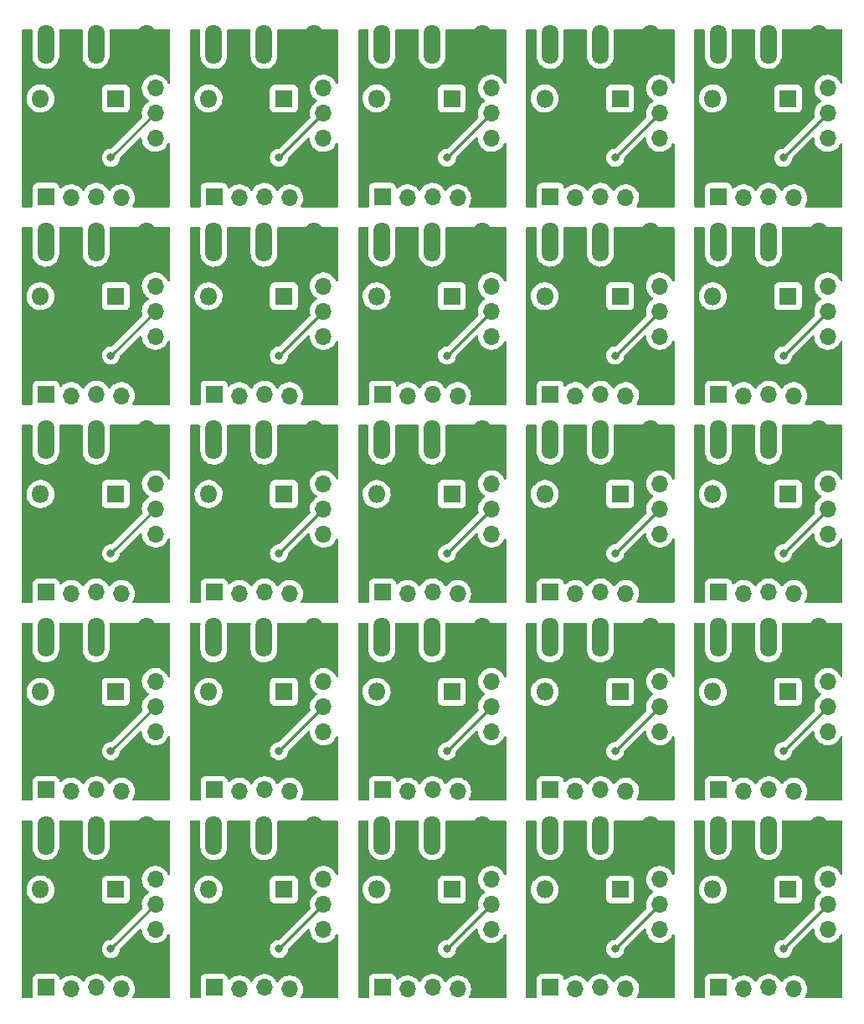
<source format=gbr>
%TF.GenerationSoftware,KiCad,Pcbnew,(6.0.5)*%
%TF.CreationDate,2022-07-01T01:15:04-04:00*%
%TF.ProjectId,Feeder-Panelized,46656564-6572-42d5-9061-6e656c697a65,rev?*%
%TF.SameCoordinates,Original*%
%TF.FileFunction,Copper,L2,Bot*%
%TF.FilePolarity,Positive*%
%FSLAX46Y46*%
G04 Gerber Fmt 4.6, Leading zero omitted, Abs format (unit mm)*
G04 Created by KiCad (PCBNEW (6.0.5)) date 2022-07-01 01:15:04*
%MOMM*%
%LPD*%
G01*
G04 APERTURE LIST*
%TA.AperFunction,ComponentPad*%
%ADD10O,1.700000X4.000000*%
%TD*%
%TA.AperFunction,ComponentPad*%
%ADD11R,1.800000X1.800000*%
%TD*%
%TA.AperFunction,ComponentPad*%
%ADD12O,1.800000X1.800000*%
%TD*%
%TA.AperFunction,ComponentPad*%
%ADD13R,1.700000X1.700000*%
%TD*%
%TA.AperFunction,ComponentPad*%
%ADD14O,1.700000X1.700000*%
%TD*%
%TA.AperFunction,ViaPad*%
%ADD15C,0.800000*%
%TD*%
%TA.AperFunction,Conductor*%
%ADD16C,0.250000*%
%TD*%
G04 APERTURE END LIST*
D10*
%TO.P,SW8,1,A*%
%TO.N,/N20-GND*%
X176920000Y-102500000D03*
%TO.P,SW8,2,B*%
%TO.N,GND*%
X187080000Y-102500000D03*
%TO.P,SW8,3,C*%
%TO.N,/FEEDBACK*%
X182000000Y-102500000D03*
%TD*%
D11*
%TO.P,D26,1,K*%
%TO.N,+5V*%
X184000000Y-128000000D03*
D12*
%TO.P,D26,2,A*%
%TO.N,/N20-GND*%
X176380000Y-128000000D03*
%TD*%
D13*
%TO.P,J23,1,Pin_1*%
%TO.N,/N20-GND*%
X159950000Y-137900000D03*
D14*
%TO.P,J23,2,Pin_2*%
%TO.N,+5V*%
X162490000Y-138050000D03*
%TO.P,J23,3,Pin_3*%
%TO.N,/SERVO*%
X165030000Y-137900000D03*
%TO.P,J23,4,Pin_4*%
%TO.N,+5V*%
X167570000Y-138050000D03*
%TO.P,J23,5,Pin_5*%
%TO.N,GND*%
X170110000Y-137900000D03*
%TD*%
D10*
%TO.P,SW21,1,A*%
%TO.N,/N20-GND*%
X142920000Y-162500000D03*
%TO.P,SW21,2,B*%
%TO.N,GND*%
X153080000Y-162500000D03*
%TO.P,SW21,3,C*%
%TO.N,/FEEDBACK*%
X148000000Y-162500000D03*
%TD*%
D13*
%TO.P,J37,1,Pin_1*%
%TO.N,/N20-GND*%
X193950000Y-157900000D03*
D14*
%TO.P,J37,2,Pin_2*%
%TO.N,+5V*%
X196490000Y-158050000D03*
%TO.P,J37,3,Pin_3*%
%TO.N,/SERVO*%
X199030000Y-157900000D03*
%TO.P,J37,4,Pin_4*%
%TO.N,+5V*%
X201570000Y-158050000D03*
%TO.P,J37,5,Pin_5*%
%TO.N,GND*%
X204110000Y-157900000D03*
%TD*%
D11*
%TO.P,D4,1,K*%
%TO.N,+5V*%
X167000000Y-88000000D03*
D12*
%TO.P,D4,2,A*%
%TO.N,/N20-GND*%
X159380000Y-88000000D03*
%TD*%
D10*
%TO.P,SW24,1,A*%
%TO.N,/N20-GND*%
X193920000Y-162500000D03*
%TO.P,SW24,2,B*%
%TO.N,GND*%
X204080000Y-162500000D03*
%TO.P,SW24,3,C*%
%TO.N,/FEEDBACK*%
X199000000Y-162500000D03*
%TD*%
D13*
%TO.P,J8,1,Pin_1*%
%TO.N,GND*%
X205000000Y-94580000D03*
D14*
%TO.P,J8,2,Pin_2*%
%TO.N,+5V*%
X205000000Y-92040000D03*
%TO.P,J8,3,Pin_3*%
%TO.N,/SERVO*%
X205000000Y-89500000D03*
%TO.P,J8,4,Pin_4*%
%TO.N,/FEEDBACK*%
X205000000Y-86960000D03*
%TD*%
D13*
%TO.P,J19,1,Pin_1*%
%TO.N,/N20-GND*%
X210950000Y-117900000D03*
D14*
%TO.P,J19,2,Pin_2*%
%TO.N,+5V*%
X213490000Y-118050000D03*
%TO.P,J19,3,Pin_3*%
%TO.N,/SERVO*%
X216030000Y-117900000D03*
%TO.P,J19,4,Pin_4*%
%TO.N,+5V*%
X218570000Y-118050000D03*
%TO.P,J19,5,Pin_5*%
%TO.N,GND*%
X221110000Y-117900000D03*
%TD*%
D13*
%TO.P,J6,1,Pin_1*%
%TO.N,GND*%
X188000000Y-94580000D03*
D14*
%TO.P,J6,2,Pin_2*%
%TO.N,+5V*%
X188000000Y-92040000D03*
%TO.P,J6,3,Pin_3*%
%TO.N,/SERVO*%
X188000000Y-89500000D03*
%TO.P,J6,4,Pin_4*%
%TO.N,/FEEDBACK*%
X188000000Y-86960000D03*
%TD*%
D10*
%TO.P,SW22,1,A*%
%TO.N,/N20-GND*%
X159920000Y-162500000D03*
%TO.P,SW22,2,B*%
%TO.N,GND*%
X170080000Y-162500000D03*
%TO.P,SW22,3,C*%
%TO.N,/FEEDBACK*%
X165000000Y-162500000D03*
%TD*%
D13*
%TO.P,J45,1,Pin_1*%
%TO.N,/N20-GND*%
X176950000Y-177900000D03*
D14*
%TO.P,J45,2,Pin_2*%
%TO.N,+5V*%
X179490000Y-178050000D03*
%TO.P,J45,3,Pin_3*%
%TO.N,/SERVO*%
X182030000Y-177900000D03*
%TO.P,J45,4,Pin_4*%
%TO.N,+5V*%
X184570000Y-178050000D03*
%TO.P,J45,5,Pin_5*%
%TO.N,GND*%
X187110000Y-177900000D03*
%TD*%
D13*
%TO.P,J42,1,Pin_1*%
%TO.N,GND*%
X154000000Y-174580000D03*
D14*
%TO.P,J42,2,Pin_2*%
%TO.N,+5V*%
X154000000Y-172040000D03*
%TO.P,J42,3,Pin_3*%
%TO.N,/SERVO*%
X154000000Y-169500000D03*
%TO.P,J42,4,Pin_4*%
%TO.N,/FEEDBACK*%
X154000000Y-166960000D03*
%TD*%
D13*
%TO.P,J11,1,Pin_1*%
%TO.N,/N20-GND*%
X142950000Y-117900000D03*
D14*
%TO.P,J11,2,Pin_2*%
%TO.N,+5V*%
X145490000Y-118050000D03*
%TO.P,J11,3,Pin_3*%
%TO.N,/SERVO*%
X148030000Y-117900000D03*
%TO.P,J11,4,Pin_4*%
%TO.N,+5V*%
X150570000Y-118050000D03*
%TO.P,J11,5,Pin_5*%
%TO.N,GND*%
X153110000Y-117900000D03*
%TD*%
D13*
%TO.P,J33,1,Pin_1*%
%TO.N,/N20-GND*%
X159950000Y-157900000D03*
D14*
%TO.P,J33,2,Pin_2*%
%TO.N,+5V*%
X162490000Y-158050000D03*
%TO.P,J33,3,Pin_3*%
%TO.N,/SERVO*%
X165030000Y-157900000D03*
%TO.P,J33,4,Pin_4*%
%TO.N,+5V*%
X167570000Y-158050000D03*
%TO.P,J33,5,Pin_5*%
%TO.N,GND*%
X170110000Y-157900000D03*
%TD*%
D13*
%TO.P,J22,1,Pin_1*%
%TO.N,GND*%
X154000000Y-134580000D03*
D14*
%TO.P,J22,2,Pin_2*%
%TO.N,+5V*%
X154000000Y-132040000D03*
%TO.P,J22,3,Pin_3*%
%TO.N,/SERVO*%
X154000000Y-129500000D03*
%TO.P,J22,4,Pin_4*%
%TO.N,/FEEDBACK*%
X154000000Y-126960000D03*
%TD*%
D10*
%TO.P,SW2,1,A*%
%TO.N,/N20-GND*%
X159920000Y-82500000D03*
%TO.P,SW2,2,B*%
%TO.N,GND*%
X170080000Y-82500000D03*
%TO.P,SW2,3,C*%
%TO.N,/FEEDBACK*%
X165000000Y-82500000D03*
%TD*%
D13*
%TO.P,J39,1,Pin_1*%
%TO.N,/N20-GND*%
X210950000Y-157900000D03*
D14*
%TO.P,J39,2,Pin_2*%
%TO.N,+5V*%
X213490000Y-158050000D03*
%TO.P,J39,3,Pin_3*%
%TO.N,/SERVO*%
X216030000Y-157900000D03*
%TO.P,J39,4,Pin_4*%
%TO.N,+5V*%
X218570000Y-158050000D03*
%TO.P,J39,5,Pin_5*%
%TO.N,GND*%
X221110000Y-157900000D03*
%TD*%
D11*
%TO.P,D14,1,K*%
%TO.N,+5V*%
X167000000Y-108000000D03*
D12*
%TO.P,D14,2,A*%
%TO.N,/N20-GND*%
X159380000Y-108000000D03*
%TD*%
D10*
%TO.P,SW19,1,A*%
%TO.N,/N20-GND*%
X193920000Y-142500000D03*
%TO.P,SW19,2,B*%
%TO.N,GND*%
X204080000Y-142500000D03*
%TO.P,SW19,3,C*%
%TO.N,/FEEDBACK*%
X199000000Y-142500000D03*
%TD*%
D13*
%TO.P,J9,1,Pin_1*%
%TO.N,/N20-GND*%
X210950000Y-97900000D03*
D14*
%TO.P,J9,2,Pin_2*%
%TO.N,+5V*%
X213490000Y-98050000D03*
%TO.P,J9,3,Pin_3*%
%TO.N,/SERVO*%
X216030000Y-97900000D03*
%TO.P,J9,4,Pin_4*%
%TO.N,+5V*%
X218570000Y-98050000D03*
%TO.P,J9,5,Pin_5*%
%TO.N,GND*%
X221110000Y-97900000D03*
%TD*%
D13*
%TO.P,J48,1,Pin_1*%
%TO.N,GND*%
X205000000Y-174580000D03*
D14*
%TO.P,J48,2,Pin_2*%
%TO.N,+5V*%
X205000000Y-172040000D03*
%TO.P,J48,3,Pin_3*%
%TO.N,/SERVO*%
X205000000Y-169500000D03*
%TO.P,J48,4,Pin_4*%
%TO.N,/FEEDBACK*%
X205000000Y-166960000D03*
%TD*%
D11*
%TO.P,D16,1,K*%
%TO.N,+5V*%
X184000000Y-108000000D03*
D12*
%TO.P,D16,2,A*%
%TO.N,/N20-GND*%
X176380000Y-108000000D03*
%TD*%
D13*
%TO.P,J16,1,Pin_1*%
%TO.N,GND*%
X188000000Y-114580000D03*
D14*
%TO.P,J16,2,Pin_2*%
%TO.N,+5V*%
X188000000Y-112040000D03*
%TO.P,J16,3,Pin_3*%
%TO.N,/SERVO*%
X188000000Y-109500000D03*
%TO.P,J16,4,Pin_4*%
%TO.N,/FEEDBACK*%
X188000000Y-106960000D03*
%TD*%
D13*
%TO.P,J35,1,Pin_1*%
%TO.N,/N20-GND*%
X176950000Y-157900000D03*
D14*
%TO.P,J35,2,Pin_2*%
%TO.N,+5V*%
X179490000Y-158050000D03*
%TO.P,J35,3,Pin_3*%
%TO.N,/SERVO*%
X182030000Y-157900000D03*
%TO.P,J35,4,Pin_4*%
%TO.N,+5V*%
X184570000Y-158050000D03*
%TO.P,J35,5,Pin_5*%
%TO.N,GND*%
X187110000Y-157900000D03*
%TD*%
D13*
%TO.P,J5,1,Pin_1*%
%TO.N,GND*%
X171000000Y-94580000D03*
D14*
%TO.P,J5,2,Pin_2*%
%TO.N,+5V*%
X171000000Y-92040000D03*
%TO.P,J5,3,Pin_3*%
%TO.N,/SERVO*%
X171000000Y-89500000D03*
%TO.P,J5,4,Pin_4*%
%TO.N,/FEEDBACK*%
X171000000Y-86960000D03*
%TD*%
D13*
%TO.P,J24,1,Pin_1*%
%TO.N,GND*%
X171000000Y-134580000D03*
D14*
%TO.P,J24,2,Pin_2*%
%TO.N,+5V*%
X171000000Y-132040000D03*
%TO.P,J24,3,Pin_3*%
%TO.N,/SERVO*%
X171000000Y-129500000D03*
%TO.P,J24,4,Pin_4*%
%TO.N,/FEEDBACK*%
X171000000Y-126960000D03*
%TD*%
D11*
%TO.P,D32,1,K*%
%TO.N,+5V*%
X150000000Y-148000000D03*
D12*
%TO.P,D32,2,A*%
%TO.N,/N20-GND*%
X142380000Y-148000000D03*
%TD*%
D11*
%TO.P,D24,1,K*%
%TO.N,+5V*%
X167000000Y-128000000D03*
D12*
%TO.P,D24,2,A*%
%TO.N,/N20-GND*%
X159380000Y-128000000D03*
%TD*%
D13*
%TO.P,J10,1,Pin_1*%
%TO.N,GND*%
X222000000Y-94580000D03*
D14*
%TO.P,J10,2,Pin_2*%
%TO.N,+5V*%
X222000000Y-92040000D03*
%TO.P,J10,3,Pin_3*%
%TO.N,/SERVO*%
X222000000Y-89500000D03*
%TO.P,J10,4,Pin_4*%
%TO.N,/FEEDBACK*%
X222000000Y-86960000D03*
%TD*%
D11*
%TO.P,D46,1,K*%
%TO.N,+5V*%
X184000000Y-168000000D03*
D12*
%TO.P,D46,2,A*%
%TO.N,/N20-GND*%
X176380000Y-168000000D03*
%TD*%
D13*
%TO.P,J20,1,Pin_1*%
%TO.N,GND*%
X222000000Y-114580000D03*
D14*
%TO.P,J20,2,Pin_2*%
%TO.N,+5V*%
X222000000Y-112040000D03*
%TO.P,J20,3,Pin_3*%
%TO.N,/SERVO*%
X222000000Y-109500000D03*
%TO.P,J20,4,Pin_4*%
%TO.N,/FEEDBACK*%
X222000000Y-106960000D03*
%TD*%
D11*
%TO.P,D2,1,K*%
%TO.N,+5V*%
X150000000Y-88000000D03*
D12*
%TO.P,D2,2,A*%
%TO.N,/N20-GND*%
X142380000Y-88000000D03*
%TD*%
D10*
%TO.P,SW16,1,A*%
%TO.N,/N20-GND*%
X142920000Y-142500000D03*
%TO.P,SW16,2,B*%
%TO.N,GND*%
X153080000Y-142500000D03*
%TO.P,SW16,3,C*%
%TO.N,/FEEDBACK*%
X148000000Y-142500000D03*
%TD*%
D13*
%TO.P,J36,1,Pin_1*%
%TO.N,GND*%
X188000000Y-154580000D03*
D14*
%TO.P,J36,2,Pin_2*%
%TO.N,+5V*%
X188000000Y-152040000D03*
%TO.P,J36,3,Pin_3*%
%TO.N,/SERVO*%
X188000000Y-149500000D03*
%TO.P,J36,4,Pin_4*%
%TO.N,/FEEDBACK*%
X188000000Y-146960000D03*
%TD*%
D11*
%TO.P,D10,1,K*%
%TO.N,+5V*%
X218000000Y-88000000D03*
D12*
%TO.P,D10,2,A*%
%TO.N,/N20-GND*%
X210380000Y-88000000D03*
%TD*%
D13*
%TO.P,J30,1,Pin_1*%
%TO.N,GND*%
X222000000Y-134580000D03*
D14*
%TO.P,J30,2,Pin_2*%
%TO.N,+5V*%
X222000000Y-132040000D03*
%TO.P,J30,3,Pin_3*%
%TO.N,/SERVO*%
X222000000Y-129500000D03*
%TO.P,J30,4,Pin_4*%
%TO.N,/FEEDBACK*%
X222000000Y-126960000D03*
%TD*%
D10*
%TO.P,SW14,1,A*%
%TO.N,/N20-GND*%
X193920000Y-122500000D03*
%TO.P,SW14,2,B*%
%TO.N,GND*%
X204080000Y-122500000D03*
%TO.P,SW14,3,C*%
%TO.N,/FEEDBACK*%
X199000000Y-122500000D03*
%TD*%
D11*
%TO.P,D48,1,K*%
%TO.N,+5V*%
X201000000Y-168000000D03*
D12*
%TO.P,D48,2,A*%
%TO.N,/N20-GND*%
X193380000Y-168000000D03*
%TD*%
D13*
%TO.P,J40,1,Pin_1*%
%TO.N,GND*%
X222000000Y-154580000D03*
D14*
%TO.P,J40,2,Pin_2*%
%TO.N,+5V*%
X222000000Y-152040000D03*
%TO.P,J40,3,Pin_3*%
%TO.N,/SERVO*%
X222000000Y-149500000D03*
%TO.P,J40,4,Pin_4*%
%TO.N,/FEEDBACK*%
X222000000Y-146960000D03*
%TD*%
D13*
%TO.P,J43,1,Pin_1*%
%TO.N,/N20-GND*%
X159950000Y-177900000D03*
D14*
%TO.P,J43,2,Pin_2*%
%TO.N,+5V*%
X162490000Y-178050000D03*
%TO.P,J43,3,Pin_3*%
%TO.N,/SERVO*%
X165030000Y-177900000D03*
%TO.P,J43,4,Pin_4*%
%TO.N,+5V*%
X167570000Y-178050000D03*
%TO.P,J43,5,Pin_5*%
%TO.N,GND*%
X170110000Y-177900000D03*
%TD*%
D11*
%TO.P,D34,1,K*%
%TO.N,+5V*%
X167000000Y-148000000D03*
D12*
%TO.P,D34,2,A*%
%TO.N,/N20-GND*%
X159380000Y-148000000D03*
%TD*%
D13*
%TO.P,J46,1,Pin_1*%
%TO.N,GND*%
X188000000Y-174580000D03*
D14*
%TO.P,J46,2,Pin_2*%
%TO.N,+5V*%
X188000000Y-172040000D03*
%TO.P,J46,3,Pin_3*%
%TO.N,/SERVO*%
X188000000Y-169500000D03*
%TO.P,J46,4,Pin_4*%
%TO.N,/FEEDBACK*%
X188000000Y-166960000D03*
%TD*%
D13*
%TO.P,J29,1,Pin_1*%
%TO.N,/N20-GND*%
X210950000Y-137900000D03*
D14*
%TO.P,J29,2,Pin_2*%
%TO.N,+5V*%
X213490000Y-138050000D03*
%TO.P,J29,3,Pin_3*%
%TO.N,/SERVO*%
X216030000Y-137900000D03*
%TO.P,J29,4,Pin_4*%
%TO.N,+5V*%
X218570000Y-138050000D03*
%TO.P,J29,5,Pin_5*%
%TO.N,GND*%
X221110000Y-137900000D03*
%TD*%
D11*
%TO.P,D40,1,K*%
%TO.N,+5V*%
X218000000Y-148000000D03*
D12*
%TO.P,D40,2,A*%
%TO.N,/N20-GND*%
X210380000Y-148000000D03*
%TD*%
D11*
%TO.P,D20,1,K*%
%TO.N,+5V*%
X218000000Y-108000000D03*
D12*
%TO.P,D20,2,A*%
%TO.N,/N20-GND*%
X210380000Y-108000000D03*
%TD*%
D10*
%TO.P,SW10,1,A*%
%TO.N,/N20-GND*%
X210920000Y-102500000D03*
%TO.P,SW10,2,B*%
%TO.N,GND*%
X221080000Y-102500000D03*
%TO.P,SW10,3,C*%
%TO.N,/FEEDBACK*%
X216000000Y-102500000D03*
%TD*%
D11*
%TO.P,D28,1,K*%
%TO.N,+5V*%
X201000000Y-128000000D03*
D12*
%TO.P,D28,2,A*%
%TO.N,/N20-GND*%
X193380000Y-128000000D03*
%TD*%
D10*
%TO.P,SW6,1,A*%
%TO.N,/N20-GND*%
X142920000Y-102500000D03*
%TO.P,SW6,2,B*%
%TO.N,GND*%
X153080000Y-102500000D03*
%TO.P,SW6,3,C*%
%TO.N,/FEEDBACK*%
X148000000Y-102500000D03*
%TD*%
%TO.P,SW25,1,A*%
%TO.N,/N20-GND*%
X210920000Y-162500000D03*
%TO.P,SW25,2,B*%
%TO.N,GND*%
X221080000Y-162500000D03*
%TO.P,SW25,3,C*%
%TO.N,/FEEDBACK*%
X216000000Y-162500000D03*
%TD*%
%TO.P,SW1,1,A*%
%TO.N,/N20-GND*%
X142920000Y-82500000D03*
%TO.P,SW1,2,B*%
%TO.N,GND*%
X153080000Y-82500000D03*
%TO.P,SW1,3,C*%
%TO.N,/FEEDBACK*%
X148000000Y-82500000D03*
%TD*%
%TO.P,SW3,1,A*%
%TO.N,/N20-GND*%
X176920000Y-82500000D03*
%TO.P,SW3,2,B*%
%TO.N,GND*%
X187080000Y-82500000D03*
%TO.P,SW3,3,C*%
%TO.N,/FEEDBACK*%
X182000000Y-82500000D03*
%TD*%
D13*
%TO.P,J4,1,Pin_1*%
%TO.N,GND*%
X154000000Y-94580000D03*
D14*
%TO.P,J4,2,Pin_2*%
%TO.N,+5V*%
X154000000Y-92040000D03*
%TO.P,J4,3,Pin_3*%
%TO.N,/SERVO*%
X154000000Y-89500000D03*
%TO.P,J4,4,Pin_4*%
%TO.N,/FEEDBACK*%
X154000000Y-86960000D03*
%TD*%
D10*
%TO.P,SW17,1,A*%
%TO.N,/N20-GND*%
X159920000Y-142500000D03*
%TO.P,SW17,2,B*%
%TO.N,GND*%
X170080000Y-142500000D03*
%TO.P,SW17,3,C*%
%TO.N,/FEEDBACK*%
X165000000Y-142500000D03*
%TD*%
%TO.P,SW15,1,A*%
%TO.N,/N20-GND*%
X210920000Y-122500000D03*
%TO.P,SW15,2,B*%
%TO.N,GND*%
X221080000Y-122500000D03*
%TO.P,SW15,3,C*%
%TO.N,/FEEDBACK*%
X216000000Y-122500000D03*
%TD*%
%TO.P,SW20,1,A*%
%TO.N,/N20-GND*%
X210920000Y-142500000D03*
%TO.P,SW20,2,B*%
%TO.N,GND*%
X221080000Y-142500000D03*
%TO.P,SW20,3,C*%
%TO.N,/FEEDBACK*%
X216000000Y-142500000D03*
%TD*%
%TO.P,SW4,1,A*%
%TO.N,/N20-GND*%
X193920000Y-82500000D03*
%TO.P,SW4,2,B*%
%TO.N,GND*%
X204080000Y-82500000D03*
%TO.P,SW4,3,C*%
%TO.N,/FEEDBACK*%
X199000000Y-82500000D03*
%TD*%
D11*
%TO.P,D42,1,K*%
%TO.N,+5V*%
X150000000Y-168000000D03*
D12*
%TO.P,D42,2,A*%
%TO.N,/N20-GND*%
X142380000Y-168000000D03*
%TD*%
D11*
%TO.P,D36,1,K*%
%TO.N,+5V*%
X184000000Y-148000000D03*
D12*
%TO.P,D36,2,A*%
%TO.N,/N20-GND*%
X176380000Y-148000000D03*
%TD*%
D11*
%TO.P,D30,1,K*%
%TO.N,+5V*%
X218000000Y-128000000D03*
D12*
%TO.P,D30,2,A*%
%TO.N,/N20-GND*%
X210380000Y-128000000D03*
%TD*%
D13*
%TO.P,J2,1,Pin_1*%
%TO.N,/N20-GND*%
X159950000Y-97900000D03*
D14*
%TO.P,J2,2,Pin_2*%
%TO.N,+5V*%
X162490000Y-98050000D03*
%TO.P,J2,3,Pin_3*%
%TO.N,/SERVO*%
X165030000Y-97900000D03*
%TO.P,J2,4,Pin_4*%
%TO.N,+5V*%
X167570000Y-98050000D03*
%TO.P,J2,5,Pin_5*%
%TO.N,GND*%
X170110000Y-97900000D03*
%TD*%
D13*
%TO.P,J49,1,Pin_1*%
%TO.N,/N20-GND*%
X210950000Y-177900000D03*
D14*
%TO.P,J49,2,Pin_2*%
%TO.N,+5V*%
X213490000Y-178050000D03*
%TO.P,J49,3,Pin_3*%
%TO.N,/SERVO*%
X216030000Y-177900000D03*
%TO.P,J49,4,Pin_4*%
%TO.N,+5V*%
X218570000Y-178050000D03*
%TO.P,J49,5,Pin_5*%
%TO.N,GND*%
X221110000Y-177900000D03*
%TD*%
D11*
%TO.P,D38,1,K*%
%TO.N,+5V*%
X201000000Y-148000000D03*
D12*
%TO.P,D38,2,A*%
%TO.N,/N20-GND*%
X193380000Y-148000000D03*
%TD*%
D10*
%TO.P,SW7,1,A*%
%TO.N,/N20-GND*%
X159920000Y-102500000D03*
%TO.P,SW7,2,B*%
%TO.N,GND*%
X170080000Y-102500000D03*
%TO.P,SW7,3,C*%
%TO.N,/FEEDBACK*%
X165000000Y-102500000D03*
%TD*%
D13*
%TO.P,J38,1,Pin_1*%
%TO.N,GND*%
X205000000Y-154580000D03*
D14*
%TO.P,J38,2,Pin_2*%
%TO.N,+5V*%
X205000000Y-152040000D03*
%TO.P,J38,3,Pin_3*%
%TO.N,/SERVO*%
X205000000Y-149500000D03*
%TO.P,J38,4,Pin_4*%
%TO.N,/FEEDBACK*%
X205000000Y-146960000D03*
%TD*%
D11*
%TO.P,D8,1,K*%
%TO.N,+5V*%
X201000000Y-88000000D03*
D12*
%TO.P,D8,2,A*%
%TO.N,/N20-GND*%
X193380000Y-88000000D03*
%TD*%
D13*
%TO.P,J47,1,Pin_1*%
%TO.N,/N20-GND*%
X193950000Y-177900000D03*
D14*
%TO.P,J47,2,Pin_2*%
%TO.N,+5V*%
X196490000Y-178050000D03*
%TO.P,J47,3,Pin_3*%
%TO.N,/SERVO*%
X199030000Y-177900000D03*
%TO.P,J47,4,Pin_4*%
%TO.N,+5V*%
X201570000Y-178050000D03*
%TO.P,J47,5,Pin_5*%
%TO.N,GND*%
X204110000Y-177900000D03*
%TD*%
D10*
%TO.P,SW5,1,A*%
%TO.N,/N20-GND*%
X210920000Y-82500000D03*
%TO.P,SW5,2,B*%
%TO.N,GND*%
X221080000Y-82500000D03*
%TO.P,SW5,3,C*%
%TO.N,/FEEDBACK*%
X216000000Y-82500000D03*
%TD*%
D13*
%TO.P,J13,1,Pin_1*%
%TO.N,/N20-GND*%
X159950000Y-117900000D03*
D14*
%TO.P,J13,2,Pin_2*%
%TO.N,+5V*%
X162490000Y-118050000D03*
%TO.P,J13,3,Pin_3*%
%TO.N,/SERVO*%
X165030000Y-117900000D03*
%TO.P,J13,4,Pin_4*%
%TO.N,+5V*%
X167570000Y-118050000D03*
%TO.P,J13,5,Pin_5*%
%TO.N,GND*%
X170110000Y-117900000D03*
%TD*%
D13*
%TO.P,J27,1,Pin_1*%
%TO.N,/N20-GND*%
X193950000Y-137900000D03*
D14*
%TO.P,J27,2,Pin_2*%
%TO.N,+5V*%
X196490000Y-138050000D03*
%TO.P,J27,3,Pin_3*%
%TO.N,/SERVO*%
X199030000Y-137900000D03*
%TO.P,J27,4,Pin_4*%
%TO.N,+5V*%
X201570000Y-138050000D03*
%TO.P,J27,5,Pin_5*%
%TO.N,GND*%
X204110000Y-137900000D03*
%TD*%
D11*
%TO.P,D6,1,K*%
%TO.N,+5V*%
X184000000Y-88000000D03*
D12*
%TO.P,D6,2,A*%
%TO.N,/N20-GND*%
X176380000Y-88000000D03*
%TD*%
D13*
%TO.P,J15,1,Pin_1*%
%TO.N,/N20-GND*%
X176950000Y-117900000D03*
D14*
%TO.P,J15,2,Pin_2*%
%TO.N,+5V*%
X179490000Y-118050000D03*
%TO.P,J15,3,Pin_3*%
%TO.N,/SERVO*%
X182030000Y-117900000D03*
%TO.P,J15,4,Pin_4*%
%TO.N,+5V*%
X184570000Y-118050000D03*
%TO.P,J15,5,Pin_5*%
%TO.N,GND*%
X187110000Y-117900000D03*
%TD*%
D10*
%TO.P,SW9,1,A*%
%TO.N,/N20-GND*%
X193920000Y-102500000D03*
%TO.P,SW9,2,B*%
%TO.N,GND*%
X204080000Y-102500000D03*
%TO.P,SW9,3,C*%
%TO.N,/FEEDBACK*%
X199000000Y-102500000D03*
%TD*%
%TO.P,SW11,1,A*%
%TO.N,/N20-GND*%
X142920000Y-122500000D03*
%TO.P,SW11,2,B*%
%TO.N,GND*%
X153080000Y-122500000D03*
%TO.P,SW11,3,C*%
%TO.N,/FEEDBACK*%
X148000000Y-122500000D03*
%TD*%
D13*
%TO.P,J1,1,Pin_1*%
%TO.N,/N20-GND*%
X142950000Y-97900000D03*
D14*
%TO.P,J1,2,Pin_2*%
%TO.N,+5V*%
X145490000Y-98050000D03*
%TO.P,J1,3,Pin_3*%
%TO.N,/SERVO*%
X148030000Y-97900000D03*
%TO.P,J1,4,Pin_4*%
%TO.N,+5V*%
X150570000Y-98050000D03*
%TO.P,J1,5,Pin_5*%
%TO.N,GND*%
X153110000Y-97900000D03*
%TD*%
D11*
%TO.P,D44,1,K*%
%TO.N,+5V*%
X167000000Y-168000000D03*
D12*
%TO.P,D44,2,A*%
%TO.N,/N20-GND*%
X159380000Y-168000000D03*
%TD*%
D13*
%TO.P,J44,1,Pin_1*%
%TO.N,GND*%
X171000000Y-174580000D03*
D14*
%TO.P,J44,2,Pin_2*%
%TO.N,+5V*%
X171000000Y-172040000D03*
%TO.P,J44,3,Pin_3*%
%TO.N,/SERVO*%
X171000000Y-169500000D03*
%TO.P,J44,4,Pin_4*%
%TO.N,/FEEDBACK*%
X171000000Y-166960000D03*
%TD*%
D13*
%TO.P,J7,1,Pin_1*%
%TO.N,/N20-GND*%
X193950000Y-97900000D03*
D14*
%TO.P,J7,2,Pin_2*%
%TO.N,+5V*%
X196490000Y-98050000D03*
%TO.P,J7,3,Pin_3*%
%TO.N,/SERVO*%
X199030000Y-97900000D03*
%TO.P,J7,4,Pin_4*%
%TO.N,+5V*%
X201570000Y-98050000D03*
%TO.P,J7,5,Pin_5*%
%TO.N,GND*%
X204110000Y-97900000D03*
%TD*%
D13*
%TO.P,J32,1,Pin_1*%
%TO.N,GND*%
X154000000Y-154580000D03*
D14*
%TO.P,J32,2,Pin_2*%
%TO.N,+5V*%
X154000000Y-152040000D03*
%TO.P,J32,3,Pin_3*%
%TO.N,/SERVO*%
X154000000Y-149500000D03*
%TO.P,J32,4,Pin_4*%
%TO.N,/FEEDBACK*%
X154000000Y-146960000D03*
%TD*%
D13*
%TO.P,J34,1,Pin_1*%
%TO.N,GND*%
X171000000Y-154580000D03*
D14*
%TO.P,J34,2,Pin_2*%
%TO.N,+5V*%
X171000000Y-152040000D03*
%TO.P,J34,3,Pin_3*%
%TO.N,/SERVO*%
X171000000Y-149500000D03*
%TO.P,J34,4,Pin_4*%
%TO.N,/FEEDBACK*%
X171000000Y-146960000D03*
%TD*%
D11*
%TO.P,D18,1,K*%
%TO.N,+5V*%
X201000000Y-108000000D03*
D12*
%TO.P,D18,2,A*%
%TO.N,/N20-GND*%
X193380000Y-108000000D03*
%TD*%
D13*
%TO.P,J18,1,Pin_1*%
%TO.N,GND*%
X205000000Y-114580000D03*
D14*
%TO.P,J18,2,Pin_2*%
%TO.N,+5V*%
X205000000Y-112040000D03*
%TO.P,J18,3,Pin_3*%
%TO.N,/SERVO*%
X205000000Y-109500000D03*
%TO.P,J18,4,Pin_4*%
%TO.N,/FEEDBACK*%
X205000000Y-106960000D03*
%TD*%
D11*
%TO.P,D50,1,K*%
%TO.N,+5V*%
X218000000Y-168000000D03*
D12*
%TO.P,D50,2,A*%
%TO.N,/N20-GND*%
X210380000Y-168000000D03*
%TD*%
D13*
%TO.P,J25,1,Pin_1*%
%TO.N,/N20-GND*%
X176950000Y-137900000D03*
D14*
%TO.P,J25,2,Pin_2*%
%TO.N,+5V*%
X179490000Y-138050000D03*
%TO.P,J25,3,Pin_3*%
%TO.N,/SERVO*%
X182030000Y-137900000D03*
%TO.P,J25,4,Pin_4*%
%TO.N,+5V*%
X184570000Y-138050000D03*
%TO.P,J25,5,Pin_5*%
%TO.N,GND*%
X187110000Y-137900000D03*
%TD*%
D10*
%TO.P,SW18,1,A*%
%TO.N,/N20-GND*%
X176920000Y-142500000D03*
%TO.P,SW18,2,B*%
%TO.N,GND*%
X187080000Y-142500000D03*
%TO.P,SW18,3,C*%
%TO.N,/FEEDBACK*%
X182000000Y-142500000D03*
%TD*%
D13*
%TO.P,J12,1,Pin_1*%
%TO.N,GND*%
X154000000Y-114580000D03*
D14*
%TO.P,J12,2,Pin_2*%
%TO.N,+5V*%
X154000000Y-112040000D03*
%TO.P,J12,3,Pin_3*%
%TO.N,/SERVO*%
X154000000Y-109500000D03*
%TO.P,J12,4,Pin_4*%
%TO.N,/FEEDBACK*%
X154000000Y-106960000D03*
%TD*%
D11*
%TO.P,D22,1,K*%
%TO.N,+5V*%
X150000000Y-128000000D03*
D12*
%TO.P,D22,2,A*%
%TO.N,/N20-GND*%
X142380000Y-128000000D03*
%TD*%
D13*
%TO.P,J31,1,Pin_1*%
%TO.N,/N20-GND*%
X142950000Y-157900000D03*
D14*
%TO.P,J31,2,Pin_2*%
%TO.N,+5V*%
X145490000Y-158050000D03*
%TO.P,J31,3,Pin_3*%
%TO.N,/SERVO*%
X148030000Y-157900000D03*
%TO.P,J31,4,Pin_4*%
%TO.N,+5V*%
X150570000Y-158050000D03*
%TO.P,J31,5,Pin_5*%
%TO.N,GND*%
X153110000Y-157900000D03*
%TD*%
D13*
%TO.P,J28,1,Pin_1*%
%TO.N,GND*%
X205000000Y-134580000D03*
D14*
%TO.P,J28,2,Pin_2*%
%TO.N,+5V*%
X205000000Y-132040000D03*
%TO.P,J28,3,Pin_3*%
%TO.N,/SERVO*%
X205000000Y-129500000D03*
%TO.P,J28,4,Pin_4*%
%TO.N,/FEEDBACK*%
X205000000Y-126960000D03*
%TD*%
D13*
%TO.P,J41,1,Pin_1*%
%TO.N,/N20-GND*%
X142950000Y-177900000D03*
D14*
%TO.P,J41,2,Pin_2*%
%TO.N,+5V*%
X145490000Y-178050000D03*
%TO.P,J41,3,Pin_3*%
%TO.N,/SERVO*%
X148030000Y-177900000D03*
%TO.P,J41,4,Pin_4*%
%TO.N,+5V*%
X150570000Y-178050000D03*
%TO.P,J41,5,Pin_5*%
%TO.N,GND*%
X153110000Y-177900000D03*
%TD*%
D13*
%TO.P,J3,1,Pin_1*%
%TO.N,/N20-GND*%
X176950000Y-97900000D03*
D14*
%TO.P,J3,2,Pin_2*%
%TO.N,+5V*%
X179490000Y-98050000D03*
%TO.P,J3,3,Pin_3*%
%TO.N,/SERVO*%
X182030000Y-97900000D03*
%TO.P,J3,4,Pin_4*%
%TO.N,+5V*%
X184570000Y-98050000D03*
%TO.P,J3,5,Pin_5*%
%TO.N,GND*%
X187110000Y-97900000D03*
%TD*%
D13*
%TO.P,J21,1,Pin_1*%
%TO.N,/N20-GND*%
X142950000Y-137900000D03*
D14*
%TO.P,J21,2,Pin_2*%
%TO.N,+5V*%
X145490000Y-138050000D03*
%TO.P,J21,3,Pin_3*%
%TO.N,/SERVO*%
X148030000Y-137900000D03*
%TO.P,J21,4,Pin_4*%
%TO.N,+5V*%
X150570000Y-138050000D03*
%TO.P,J21,5,Pin_5*%
%TO.N,GND*%
X153110000Y-137900000D03*
%TD*%
D10*
%TO.P,SW13,1,A*%
%TO.N,/N20-GND*%
X176920000Y-122500000D03*
%TO.P,SW13,2,B*%
%TO.N,GND*%
X187080000Y-122500000D03*
%TO.P,SW13,3,C*%
%TO.N,/FEEDBACK*%
X182000000Y-122500000D03*
%TD*%
%TO.P,SW23,1,A*%
%TO.N,/N20-GND*%
X176920000Y-162500000D03*
%TO.P,SW23,2,B*%
%TO.N,GND*%
X187080000Y-162500000D03*
%TO.P,SW23,3,C*%
%TO.N,/FEEDBACK*%
X182000000Y-162500000D03*
%TD*%
D11*
%TO.P,D12,1,K*%
%TO.N,+5V*%
X150000000Y-108000000D03*
D12*
%TO.P,D12,2,A*%
%TO.N,/N20-GND*%
X142380000Y-108000000D03*
%TD*%
D13*
%TO.P,J17,1,Pin_1*%
%TO.N,/N20-GND*%
X193950000Y-117900000D03*
D14*
%TO.P,J17,2,Pin_2*%
%TO.N,+5V*%
X196490000Y-118050000D03*
%TO.P,J17,3,Pin_3*%
%TO.N,/SERVO*%
X199030000Y-117900000D03*
%TO.P,J17,4,Pin_4*%
%TO.N,+5V*%
X201570000Y-118050000D03*
%TO.P,J17,5,Pin_5*%
%TO.N,GND*%
X204110000Y-117900000D03*
%TD*%
D13*
%TO.P,J26,1,Pin_1*%
%TO.N,GND*%
X188000000Y-134580000D03*
D14*
%TO.P,J26,2,Pin_2*%
%TO.N,+5V*%
X188000000Y-132040000D03*
%TO.P,J26,3,Pin_3*%
%TO.N,/SERVO*%
X188000000Y-129500000D03*
%TO.P,J26,4,Pin_4*%
%TO.N,/FEEDBACK*%
X188000000Y-126960000D03*
%TD*%
D10*
%TO.P,SW12,1,A*%
%TO.N,/N20-GND*%
X159920000Y-122500000D03*
%TO.P,SW12,2,B*%
%TO.N,GND*%
X170080000Y-122500000D03*
%TO.P,SW12,3,C*%
%TO.N,/FEEDBACK*%
X165000000Y-122500000D03*
%TD*%
D13*
%TO.P,J14,1,Pin_1*%
%TO.N,GND*%
X171000000Y-114580000D03*
D14*
%TO.P,J14,2,Pin_2*%
%TO.N,+5V*%
X171000000Y-112040000D03*
%TO.P,J14,3,Pin_3*%
%TO.N,/SERVO*%
X171000000Y-109500000D03*
%TO.P,J14,4,Pin_4*%
%TO.N,/FEEDBACK*%
X171000000Y-106960000D03*
%TD*%
D13*
%TO.P,J50,1,Pin_1*%
%TO.N,GND*%
X222000000Y-174580000D03*
D14*
%TO.P,J50,2,Pin_2*%
%TO.N,+5V*%
X222000000Y-172040000D03*
%TO.P,J50,3,Pin_3*%
%TO.N,/SERVO*%
X222000000Y-169500000D03*
%TO.P,J50,4,Pin_4*%
%TO.N,/FEEDBACK*%
X222000000Y-166960000D03*
%TD*%
D15*
%TO.N,/SERVO*%
X183500000Y-134000000D03*
X166500000Y-94000000D03*
X200500000Y-114000000D03*
X166500000Y-134000000D03*
X149500000Y-154000000D03*
X217500000Y-94000000D03*
X217500000Y-134000000D03*
X166500000Y-114000000D03*
X200500000Y-154000000D03*
X183500000Y-174000000D03*
X200500000Y-174000000D03*
X149500000Y-114000000D03*
X200500000Y-94000000D03*
X183500000Y-154000000D03*
X200500000Y-134000000D03*
X166500000Y-154000000D03*
X149500000Y-174000000D03*
X149500000Y-134000000D03*
X166500000Y-174000000D03*
X183500000Y-114000000D03*
X183500000Y-94000000D03*
X217500000Y-114000000D03*
X149500000Y-94000000D03*
X217500000Y-174000000D03*
X217500000Y-154000000D03*
%TD*%
D16*
%TO.N,/SERVO*%
X188000000Y-129500000D02*
X183500000Y-134000000D01*
X188000000Y-169500000D02*
X183500000Y-174000000D01*
X154000000Y-89500000D02*
X149500000Y-94000000D01*
X154000000Y-109500000D02*
X149500000Y-114000000D01*
X171000000Y-109500000D02*
X166500000Y-114000000D01*
X171000000Y-129500000D02*
X166500000Y-134000000D01*
X188000000Y-149500000D02*
X183500000Y-154000000D01*
X222000000Y-89500000D02*
X217500000Y-94000000D01*
X205000000Y-89500000D02*
X200500000Y-94000000D01*
X188000000Y-109500000D02*
X183500000Y-114000000D01*
X154000000Y-169500000D02*
X149500000Y-174000000D01*
X222000000Y-169500000D02*
X217500000Y-174000000D01*
X205000000Y-169500000D02*
X200500000Y-174000000D01*
X171000000Y-89500000D02*
X166500000Y-94000000D01*
X205000000Y-109500000D02*
X200500000Y-114000000D01*
X222000000Y-109500000D02*
X217500000Y-114000000D01*
X222000000Y-149500000D02*
X217500000Y-154000000D01*
X222000000Y-129500000D02*
X217500000Y-134000000D01*
X171000000Y-149500000D02*
X166500000Y-154000000D01*
X188000000Y-89500000D02*
X183500000Y-94000000D01*
X154000000Y-129500000D02*
X149500000Y-134000000D01*
X205000000Y-129500000D02*
X200500000Y-134000000D01*
X205000000Y-149500000D02*
X200500000Y-154000000D01*
X171000000Y-169500000D02*
X166500000Y-174000000D01*
X154000000Y-149500000D02*
X149500000Y-154000000D01*
%TD*%
%TA.AperFunction,Conductor*%
%TO.N,GND*%
G36*
X158520020Y-121020002D02*
G01*
X158566513Y-121073658D01*
X158575888Y-121148420D01*
X158563378Y-121217605D01*
X158562639Y-121221692D01*
X158561500Y-121245844D01*
X158561500Y-123707890D01*
X158576080Y-123879720D01*
X158577418Y-123884875D01*
X158577419Y-123884881D01*
X158632657Y-124097703D01*
X158633999Y-124102872D01*
X158728688Y-124313075D01*
X158857441Y-124504319D01*
X159016576Y-124671135D01*
X159201542Y-124808754D01*
X159206293Y-124811170D01*
X159206297Y-124811172D01*
X159304296Y-124860997D01*
X159407051Y-124913240D01*
X159412145Y-124914822D01*
X159412148Y-124914823D01*
X159612020Y-124976885D01*
X159627227Y-124981607D01*
X159632516Y-124982308D01*
X159850489Y-125011198D01*
X159850494Y-125011198D01*
X159855774Y-125011898D01*
X159861103Y-125011698D01*
X159861105Y-125011698D01*
X159970966Y-125007574D01*
X160086158Y-125003249D01*
X160311791Y-124955907D01*
X160316750Y-124953949D01*
X160316752Y-124953948D01*
X160521256Y-124873185D01*
X160521258Y-124873184D01*
X160526221Y-124871224D01*
X160625184Y-124811172D01*
X160718757Y-124754390D01*
X160718756Y-124754390D01*
X160723317Y-124751623D01*
X160727347Y-124748126D01*
X160893412Y-124604023D01*
X160893414Y-124604021D01*
X160897445Y-124600523D01*
X160931516Y-124558970D01*
X161040240Y-124426373D01*
X161040244Y-124426367D01*
X161043624Y-124422245D01*
X161157675Y-124221886D01*
X161236337Y-124005175D01*
X161259023Y-123879720D01*
X161276623Y-123782392D01*
X161276624Y-123782385D01*
X161277361Y-123778308D01*
X161278500Y-123754156D01*
X161278500Y-121292110D01*
X161265309Y-121136652D01*
X161279480Y-121067085D01*
X161329013Y-121016222D01*
X161390858Y-121000000D01*
X163531899Y-121000000D01*
X163600020Y-121020002D01*
X163646513Y-121073658D01*
X163655888Y-121148420D01*
X163643378Y-121217605D01*
X163642639Y-121221692D01*
X163641500Y-121245844D01*
X163641500Y-123707890D01*
X163656080Y-123879720D01*
X163657418Y-123884875D01*
X163657419Y-123884881D01*
X163712657Y-124097703D01*
X163713999Y-124102872D01*
X163808688Y-124313075D01*
X163937441Y-124504319D01*
X164096576Y-124671135D01*
X164281542Y-124808754D01*
X164286293Y-124811170D01*
X164286297Y-124811172D01*
X164384296Y-124860997D01*
X164487051Y-124913240D01*
X164492145Y-124914822D01*
X164492148Y-124914823D01*
X164692020Y-124976885D01*
X164707227Y-124981607D01*
X164712516Y-124982308D01*
X164930489Y-125011198D01*
X164930494Y-125011198D01*
X164935774Y-125011898D01*
X164941103Y-125011698D01*
X164941105Y-125011698D01*
X165050966Y-125007574D01*
X165166158Y-125003249D01*
X165391791Y-124955907D01*
X165396750Y-124953949D01*
X165396752Y-124953948D01*
X165601256Y-124873185D01*
X165601258Y-124873184D01*
X165606221Y-124871224D01*
X165705184Y-124811172D01*
X165798757Y-124754390D01*
X165798756Y-124754390D01*
X165803317Y-124751623D01*
X165807347Y-124748126D01*
X165973412Y-124604023D01*
X165973414Y-124604021D01*
X165977445Y-124600523D01*
X166011516Y-124558970D01*
X166120240Y-124426373D01*
X166120244Y-124426367D01*
X166123624Y-124422245D01*
X166237675Y-124221886D01*
X166316337Y-124005175D01*
X166339023Y-123879720D01*
X166356623Y-123782392D01*
X166356624Y-123782385D01*
X166357361Y-123778308D01*
X166358500Y-123754156D01*
X166358500Y-121292110D01*
X166345309Y-121136652D01*
X166359480Y-121067085D01*
X166409013Y-121016222D01*
X166470858Y-121000000D01*
X172374000Y-121000000D01*
X172442121Y-121020002D01*
X172488614Y-121073658D01*
X172500000Y-121126000D01*
X172500000Y-126396910D01*
X172479998Y-126465031D01*
X172426342Y-126511524D01*
X172356068Y-126521628D01*
X172291488Y-126492134D01*
X172258451Y-126447153D01*
X172203419Y-126320590D01*
X172201354Y-126315840D01*
X172080014Y-126128277D01*
X171929670Y-125963051D01*
X171925619Y-125959852D01*
X171925615Y-125959848D01*
X171758414Y-125827800D01*
X171758410Y-125827798D01*
X171754359Y-125824598D01*
X171558789Y-125716638D01*
X171553920Y-125714914D01*
X171553916Y-125714912D01*
X171353087Y-125643795D01*
X171353083Y-125643794D01*
X171348212Y-125642069D01*
X171343119Y-125641162D01*
X171343116Y-125641161D01*
X171133373Y-125603800D01*
X171133367Y-125603799D01*
X171128284Y-125602894D01*
X171054452Y-125601992D01*
X170910081Y-125600228D01*
X170910079Y-125600228D01*
X170904911Y-125600165D01*
X170684091Y-125633955D01*
X170471756Y-125703357D01*
X170273607Y-125806507D01*
X170269474Y-125809610D01*
X170269471Y-125809612D01*
X170245247Y-125827800D01*
X170094965Y-125940635D01*
X169940629Y-126102138D01*
X169814743Y-126286680D01*
X169799003Y-126320590D01*
X169731956Y-126465031D01*
X169720688Y-126489305D01*
X169660989Y-126704570D01*
X169637251Y-126926695D01*
X169650110Y-127149715D01*
X169651247Y-127154761D01*
X169651248Y-127154767D01*
X169672275Y-127248069D01*
X169699222Y-127367639D01*
X169745558Y-127481752D01*
X169769128Y-127539797D01*
X169783266Y-127574616D01*
X169785965Y-127579020D01*
X169884798Y-127740301D01*
X169899987Y-127765088D01*
X170046250Y-127933938D01*
X170218126Y-128076632D01*
X170288595Y-128117811D01*
X170291445Y-128119476D01*
X170340169Y-128171114D01*
X170353240Y-128240897D01*
X170326509Y-128306669D01*
X170286055Y-128340027D01*
X170273607Y-128346507D01*
X170269474Y-128349610D01*
X170269471Y-128349612D01*
X170165830Y-128427428D01*
X170094965Y-128480635D01*
X170091393Y-128484373D01*
X169945313Y-128637237D01*
X169940629Y-128642138D01*
X169937715Y-128646410D01*
X169937714Y-128646411D01*
X169879250Y-128732116D01*
X169814743Y-128826680D01*
X169799003Y-128860590D01*
X169728217Y-129013086D01*
X169720688Y-129029305D01*
X169660989Y-129244570D01*
X169637251Y-129466695D01*
X169650110Y-129689715D01*
X169651247Y-129694761D01*
X169651248Y-129694767D01*
X169683453Y-129837668D01*
X169678917Y-129908520D01*
X169649631Y-129954464D01*
X166549500Y-133054595D01*
X166487188Y-133088621D01*
X166460405Y-133091500D01*
X166404513Y-133091500D01*
X166398061Y-133092872D01*
X166398056Y-133092872D01*
X166311112Y-133111353D01*
X166217712Y-133131206D01*
X166211682Y-133133891D01*
X166211681Y-133133891D01*
X166049278Y-133206197D01*
X166049276Y-133206198D01*
X166043248Y-133208882D01*
X165888747Y-133321134D01*
X165884326Y-133326044D01*
X165884325Y-133326045D01*
X165816328Y-133401564D01*
X165760960Y-133463056D01*
X165665473Y-133628444D01*
X165606458Y-133810072D01*
X165586496Y-134000000D01*
X165606458Y-134189928D01*
X165665473Y-134371556D01*
X165760960Y-134536944D01*
X165888747Y-134678866D01*
X166043248Y-134791118D01*
X166049276Y-134793802D01*
X166049278Y-134793803D01*
X166211681Y-134866109D01*
X166217712Y-134868794D01*
X166311112Y-134888647D01*
X166398056Y-134907128D01*
X166398061Y-134907128D01*
X166404513Y-134908500D01*
X166595487Y-134908500D01*
X166601939Y-134907128D01*
X166601944Y-134907128D01*
X166688887Y-134888647D01*
X166782288Y-134868794D01*
X166788319Y-134866109D01*
X166950722Y-134793803D01*
X166950724Y-134793802D01*
X166956752Y-134791118D01*
X167111253Y-134678866D01*
X167239040Y-134536944D01*
X167334527Y-134371556D01*
X167393542Y-134189928D01*
X167410907Y-134024706D01*
X167437920Y-133959050D01*
X167447122Y-133948782D01*
X169425019Y-131970886D01*
X169487331Y-131936860D01*
X169558147Y-131941925D01*
X169614982Y-131984472D01*
X169639905Y-132052728D01*
X169650110Y-132229715D01*
X169651247Y-132234761D01*
X169651248Y-132234767D01*
X169672275Y-132328069D01*
X169699222Y-132447639D01*
X169783266Y-132654616D01*
X169899987Y-132845088D01*
X170046250Y-133013938D01*
X170218126Y-133156632D01*
X170411000Y-133269338D01*
X170619692Y-133349030D01*
X170624760Y-133350061D01*
X170624763Y-133350062D01*
X170732017Y-133371883D01*
X170838597Y-133393567D01*
X170843772Y-133393757D01*
X170843774Y-133393757D01*
X171056673Y-133401564D01*
X171056677Y-133401564D01*
X171061837Y-133401753D01*
X171066957Y-133401097D01*
X171066959Y-133401097D01*
X171278288Y-133374025D01*
X171278289Y-133374025D01*
X171283416Y-133373368D01*
X171288366Y-133371883D01*
X171492429Y-133310661D01*
X171492434Y-133310659D01*
X171497384Y-133309174D01*
X171697994Y-133210896D01*
X171879860Y-133081173D01*
X172038096Y-132923489D01*
X172097594Y-132840689D01*
X172165435Y-132746277D01*
X172168453Y-132742077D01*
X172261043Y-132554734D01*
X172309156Y-132502527D01*
X172377857Y-132484620D01*
X172445334Y-132506698D01*
X172490162Y-132561752D01*
X172500000Y-132610561D01*
X172500000Y-138874000D01*
X172479998Y-138942121D01*
X172426342Y-138988614D01*
X172374000Y-139000000D01*
X168805999Y-139000000D01*
X168737878Y-138979998D01*
X168691385Y-138926342D01*
X168681281Y-138856068D01*
X168703677Y-138800473D01*
X168735434Y-138756279D01*
X168735436Y-138756275D01*
X168738453Y-138752077D01*
X168759749Y-138708989D01*
X168835136Y-138556453D01*
X168835137Y-138556451D01*
X168837430Y-138551811D01*
X168902370Y-138338069D01*
X168931529Y-138116590D01*
X168933156Y-138050000D01*
X168914852Y-137827361D01*
X168860431Y-137610702D01*
X168771354Y-137405840D01*
X168718030Y-137323414D01*
X168652822Y-137222617D01*
X168652820Y-137222614D01*
X168650014Y-137218277D01*
X168499670Y-137053051D01*
X168495619Y-137049852D01*
X168495615Y-137049848D01*
X168328414Y-136917800D01*
X168328410Y-136917798D01*
X168324359Y-136914598D01*
X168128789Y-136806638D01*
X168123920Y-136804914D01*
X168123916Y-136804912D01*
X167923087Y-136733795D01*
X167923083Y-136733794D01*
X167918212Y-136732069D01*
X167913119Y-136731162D01*
X167913116Y-136731161D01*
X167703373Y-136693800D01*
X167703367Y-136693799D01*
X167698284Y-136692894D01*
X167624452Y-136691992D01*
X167480081Y-136690228D01*
X167480079Y-136690228D01*
X167474911Y-136690165D01*
X167254091Y-136723955D01*
X167041756Y-136793357D01*
X166843607Y-136896507D01*
X166839474Y-136899610D01*
X166839471Y-136899612D01*
X166669100Y-137027530D01*
X166664965Y-137030635D01*
X166510629Y-137192138D01*
X166451776Y-137278414D01*
X166396867Y-137323414D01*
X166326343Y-137331585D01*
X166262595Y-137300331D01*
X166237034Y-137264508D01*
X166235858Y-137265138D01*
X166233419Y-137260590D01*
X166231354Y-137255840D01*
X166187726Y-137188401D01*
X166112822Y-137072617D01*
X166112820Y-137072614D01*
X166110014Y-137068277D01*
X165959670Y-136903051D01*
X165955619Y-136899852D01*
X165955615Y-136899848D01*
X165788414Y-136767800D01*
X165788410Y-136767798D01*
X165784359Y-136764598D01*
X165588789Y-136656638D01*
X165583920Y-136654914D01*
X165583916Y-136654912D01*
X165383087Y-136583795D01*
X165383083Y-136583794D01*
X165378212Y-136582069D01*
X165373119Y-136581162D01*
X165373116Y-136581161D01*
X165163373Y-136543800D01*
X165163367Y-136543799D01*
X165158284Y-136542894D01*
X165084452Y-136541992D01*
X164940081Y-136540228D01*
X164940079Y-136540228D01*
X164934911Y-136540165D01*
X164714091Y-136573955D01*
X164501756Y-136643357D01*
X164303607Y-136746507D01*
X164299474Y-136749610D01*
X164299471Y-136749612D01*
X164129100Y-136877530D01*
X164124965Y-136880635D01*
X164121393Y-136884373D01*
X163981622Y-137030635D01*
X163970629Y-137042138D01*
X163967715Y-137046410D01*
X163967714Y-137046411D01*
X163936095Y-137092763D01*
X163844743Y-137226680D01*
X163828343Y-137262011D01*
X163781519Y-137315378D01*
X163713276Y-137334959D01*
X163645280Y-137314536D01*
X163608263Y-137277401D01*
X163572822Y-137222617D01*
X163572820Y-137222614D01*
X163570014Y-137218277D01*
X163419670Y-137053051D01*
X163415619Y-137049852D01*
X163415615Y-137049848D01*
X163248414Y-136917800D01*
X163248410Y-136917798D01*
X163244359Y-136914598D01*
X163048789Y-136806638D01*
X163043920Y-136804914D01*
X163043916Y-136804912D01*
X162843087Y-136733795D01*
X162843083Y-136733794D01*
X162838212Y-136732069D01*
X162833119Y-136731162D01*
X162833116Y-136731161D01*
X162623373Y-136693800D01*
X162623367Y-136693799D01*
X162618284Y-136692894D01*
X162544452Y-136691992D01*
X162400081Y-136690228D01*
X162400079Y-136690228D01*
X162394911Y-136690165D01*
X162174091Y-136723955D01*
X161961756Y-136793357D01*
X161763607Y-136896507D01*
X161759474Y-136899610D01*
X161759471Y-136899612D01*
X161589100Y-137027530D01*
X161584965Y-137030635D01*
X161569889Y-137046411D01*
X161525594Y-137092763D01*
X161464069Y-137128193D01*
X161393157Y-137124736D01*
X161335371Y-137083490D01*
X161309057Y-137017550D01*
X161308500Y-137005712D01*
X161308500Y-137001866D01*
X161301745Y-136939684D01*
X161250615Y-136803295D01*
X161163261Y-136686739D01*
X161046705Y-136599385D01*
X160910316Y-136548255D01*
X160848134Y-136541500D01*
X159051866Y-136541500D01*
X158989684Y-136548255D01*
X158853295Y-136599385D01*
X158736739Y-136686739D01*
X158649385Y-136803295D01*
X158598255Y-136939684D01*
X158591500Y-137001866D01*
X158591500Y-138798134D01*
X158591869Y-138801531D01*
X158598255Y-138860316D01*
X158594783Y-138860693D01*
X158591854Y-138915858D01*
X158550358Y-138973465D01*
X158484304Y-138999493D01*
X158473010Y-139000000D01*
X157626000Y-139000000D01*
X157557879Y-138979998D01*
X157511386Y-138926342D01*
X157500000Y-138874000D01*
X157500000Y-127965469D01*
X157967095Y-127965469D01*
X157967392Y-127970622D01*
X157967392Y-127970625D01*
X157976633Y-128130896D01*
X157980427Y-128196697D01*
X157981564Y-128201743D01*
X157981565Y-128201749D01*
X158005210Y-128306669D01*
X158031346Y-128422642D01*
X158033288Y-128427424D01*
X158033289Y-128427428D01*
X158116540Y-128632450D01*
X158118484Y-128637237D01*
X158140165Y-128672617D01*
X158231953Y-128822401D01*
X158239501Y-128834719D01*
X158391147Y-129009784D01*
X158569349Y-129157730D01*
X158769322Y-129274584D01*
X158985694Y-129357209D01*
X158990760Y-129358240D01*
X158990761Y-129358240D01*
X159043846Y-129369040D01*
X159212656Y-129403385D01*
X159342089Y-129408131D01*
X159438949Y-129411683D01*
X159438953Y-129411683D01*
X159444113Y-129411872D01*
X159449233Y-129411216D01*
X159449235Y-129411216D01*
X159523166Y-129401745D01*
X159673847Y-129382442D01*
X159678795Y-129380957D01*
X159678802Y-129380956D01*
X159890747Y-129317369D01*
X159895690Y-129315886D01*
X159900324Y-129313616D01*
X160099049Y-129216262D01*
X160099052Y-129216260D01*
X160103684Y-129213991D01*
X160292243Y-129079494D01*
X160424062Y-128948134D01*
X165591500Y-128948134D01*
X165598255Y-129010316D01*
X165649385Y-129146705D01*
X165736739Y-129263261D01*
X165853295Y-129350615D01*
X165989684Y-129401745D01*
X166051866Y-129408500D01*
X167948134Y-129408500D01*
X168010316Y-129401745D01*
X168146705Y-129350615D01*
X168263261Y-129263261D01*
X168350615Y-129146705D01*
X168401745Y-129010316D01*
X168408500Y-128948134D01*
X168408500Y-127051866D01*
X168401745Y-126989684D01*
X168350615Y-126853295D01*
X168263261Y-126736739D01*
X168146705Y-126649385D01*
X168010316Y-126598255D01*
X167948134Y-126591500D01*
X166051866Y-126591500D01*
X165989684Y-126598255D01*
X165853295Y-126649385D01*
X165736739Y-126736739D01*
X165649385Y-126853295D01*
X165598255Y-126989684D01*
X165591500Y-127051866D01*
X165591500Y-128948134D01*
X160424062Y-128948134D01*
X160456303Y-128916005D01*
X160591458Y-128727917D01*
X160633853Y-128642138D01*
X160691784Y-128524922D01*
X160691785Y-128524920D01*
X160694078Y-128520280D01*
X160761408Y-128298671D01*
X160791640Y-128069041D01*
X160793327Y-128000000D01*
X160787032Y-127923434D01*
X160774773Y-127774318D01*
X160774772Y-127774312D01*
X160774349Y-127769167D01*
X160726588Y-127579020D01*
X160719184Y-127549544D01*
X160719183Y-127549540D01*
X160717925Y-127544533D01*
X160711850Y-127530561D01*
X160627630Y-127336868D01*
X160627628Y-127336865D01*
X160625570Y-127332131D01*
X160499764Y-127137665D01*
X160343887Y-126966358D01*
X160339836Y-126963159D01*
X160339832Y-126963155D01*
X160166177Y-126826011D01*
X160166172Y-126826008D01*
X160162123Y-126822810D01*
X160157607Y-126820317D01*
X160157604Y-126820315D01*
X159963879Y-126713373D01*
X159963875Y-126713371D01*
X159959355Y-126710876D01*
X159954486Y-126709152D01*
X159954482Y-126709150D01*
X159745903Y-126635288D01*
X159745899Y-126635287D01*
X159741028Y-126633562D01*
X159735935Y-126632655D01*
X159735932Y-126632654D01*
X159518095Y-126593851D01*
X159518089Y-126593850D01*
X159513006Y-126592945D01*
X159440096Y-126592054D01*
X159286581Y-126590179D01*
X159286579Y-126590179D01*
X159281411Y-126590116D01*
X159052464Y-126625150D01*
X158832314Y-126697106D01*
X158827726Y-126699494D01*
X158827722Y-126699496D01*
X158631461Y-126801663D01*
X158626872Y-126804052D01*
X158622739Y-126807155D01*
X158622736Y-126807157D01*
X158445790Y-126940012D01*
X158441655Y-126943117D01*
X158281639Y-127110564D01*
X158278725Y-127114836D01*
X158278724Y-127114837D01*
X158263152Y-127137665D01*
X158151119Y-127301899D01*
X158053602Y-127511981D01*
X157991707Y-127735169D01*
X157967095Y-127965469D01*
X157500000Y-127965469D01*
X157500000Y-121126000D01*
X157520002Y-121057879D01*
X157573658Y-121011386D01*
X157626000Y-121000000D01*
X158451899Y-121000000D01*
X158520020Y-121020002D01*
G37*
%TD.AperFunction*%
%TD*%
%TA.AperFunction,Conductor*%
%TO.N,GND*%
G36*
X175520020Y-81020002D02*
G01*
X175566513Y-81073658D01*
X175575888Y-81148420D01*
X175563378Y-81217605D01*
X175562639Y-81221692D01*
X175561500Y-81245844D01*
X175561500Y-83707890D01*
X175576080Y-83879720D01*
X175577418Y-83884875D01*
X175577419Y-83884881D01*
X175632657Y-84097703D01*
X175633999Y-84102872D01*
X175728688Y-84313075D01*
X175857441Y-84504319D01*
X176016576Y-84671135D01*
X176201542Y-84808754D01*
X176206293Y-84811170D01*
X176206297Y-84811172D01*
X176304296Y-84860997D01*
X176407051Y-84913240D01*
X176412145Y-84914822D01*
X176412148Y-84914823D01*
X176612020Y-84976885D01*
X176627227Y-84981607D01*
X176632516Y-84982308D01*
X176850489Y-85011198D01*
X176850494Y-85011198D01*
X176855774Y-85011898D01*
X176861103Y-85011698D01*
X176861105Y-85011698D01*
X176970966Y-85007574D01*
X177086158Y-85003249D01*
X177311791Y-84955907D01*
X177316750Y-84953949D01*
X177316752Y-84953948D01*
X177521256Y-84873185D01*
X177521258Y-84873184D01*
X177526221Y-84871224D01*
X177625184Y-84811172D01*
X177718757Y-84754390D01*
X177718756Y-84754390D01*
X177723317Y-84751623D01*
X177727347Y-84748126D01*
X177893412Y-84604023D01*
X177893414Y-84604021D01*
X177897445Y-84600523D01*
X177931516Y-84558970D01*
X178040240Y-84426373D01*
X178040244Y-84426367D01*
X178043624Y-84422245D01*
X178157675Y-84221886D01*
X178236337Y-84005175D01*
X178259023Y-83879720D01*
X178276623Y-83782392D01*
X178276624Y-83782385D01*
X178277361Y-83778308D01*
X178278500Y-83754156D01*
X178278500Y-81292110D01*
X178265309Y-81136652D01*
X178279480Y-81067085D01*
X178329013Y-81016222D01*
X178390858Y-81000000D01*
X180531899Y-81000000D01*
X180600020Y-81020002D01*
X180646513Y-81073658D01*
X180655888Y-81148420D01*
X180643378Y-81217605D01*
X180642639Y-81221692D01*
X180641500Y-81245844D01*
X180641500Y-83707890D01*
X180656080Y-83879720D01*
X180657418Y-83884875D01*
X180657419Y-83884881D01*
X180712657Y-84097703D01*
X180713999Y-84102872D01*
X180808688Y-84313075D01*
X180937441Y-84504319D01*
X181096576Y-84671135D01*
X181281542Y-84808754D01*
X181286293Y-84811170D01*
X181286297Y-84811172D01*
X181384296Y-84860997D01*
X181487051Y-84913240D01*
X181492145Y-84914822D01*
X181492148Y-84914823D01*
X181692020Y-84976885D01*
X181707227Y-84981607D01*
X181712516Y-84982308D01*
X181930489Y-85011198D01*
X181930494Y-85011198D01*
X181935774Y-85011898D01*
X181941103Y-85011698D01*
X181941105Y-85011698D01*
X182050966Y-85007574D01*
X182166158Y-85003249D01*
X182391791Y-84955907D01*
X182396750Y-84953949D01*
X182396752Y-84953948D01*
X182601256Y-84873185D01*
X182601258Y-84873184D01*
X182606221Y-84871224D01*
X182705184Y-84811172D01*
X182798757Y-84754390D01*
X182798756Y-84754390D01*
X182803317Y-84751623D01*
X182807347Y-84748126D01*
X182973412Y-84604023D01*
X182973414Y-84604021D01*
X182977445Y-84600523D01*
X183011516Y-84558970D01*
X183120240Y-84426373D01*
X183120244Y-84426367D01*
X183123624Y-84422245D01*
X183237675Y-84221886D01*
X183316337Y-84005175D01*
X183339023Y-83879720D01*
X183356623Y-83782392D01*
X183356624Y-83782385D01*
X183357361Y-83778308D01*
X183358500Y-83754156D01*
X183358500Y-81292110D01*
X183345309Y-81136652D01*
X183359480Y-81067085D01*
X183409013Y-81016222D01*
X183470858Y-81000000D01*
X189374000Y-81000000D01*
X189442121Y-81020002D01*
X189488614Y-81073658D01*
X189500000Y-81126000D01*
X189500000Y-86396910D01*
X189479998Y-86465031D01*
X189426342Y-86511524D01*
X189356068Y-86521628D01*
X189291488Y-86492134D01*
X189258451Y-86447153D01*
X189203419Y-86320590D01*
X189201354Y-86315840D01*
X189080014Y-86128277D01*
X188929670Y-85963051D01*
X188925619Y-85959852D01*
X188925615Y-85959848D01*
X188758414Y-85827800D01*
X188758410Y-85827798D01*
X188754359Y-85824598D01*
X188558789Y-85716638D01*
X188553920Y-85714914D01*
X188553916Y-85714912D01*
X188353087Y-85643795D01*
X188353083Y-85643794D01*
X188348212Y-85642069D01*
X188343119Y-85641162D01*
X188343116Y-85641161D01*
X188133373Y-85603800D01*
X188133367Y-85603799D01*
X188128284Y-85602894D01*
X188054452Y-85601992D01*
X187910081Y-85600228D01*
X187910079Y-85600228D01*
X187904911Y-85600165D01*
X187684091Y-85633955D01*
X187471756Y-85703357D01*
X187273607Y-85806507D01*
X187269474Y-85809610D01*
X187269471Y-85809612D01*
X187245247Y-85827800D01*
X187094965Y-85940635D01*
X186940629Y-86102138D01*
X186814743Y-86286680D01*
X186799003Y-86320590D01*
X186731956Y-86465031D01*
X186720688Y-86489305D01*
X186660989Y-86704570D01*
X186637251Y-86926695D01*
X186650110Y-87149715D01*
X186651247Y-87154761D01*
X186651248Y-87154767D01*
X186672275Y-87248069D01*
X186699222Y-87367639D01*
X186745558Y-87481752D01*
X186769128Y-87539797D01*
X186783266Y-87574616D01*
X186785965Y-87579020D01*
X186884798Y-87740301D01*
X186899987Y-87765088D01*
X187046250Y-87933938D01*
X187218126Y-88076632D01*
X187288595Y-88117811D01*
X187291445Y-88119476D01*
X187340169Y-88171114D01*
X187353240Y-88240897D01*
X187326509Y-88306669D01*
X187286055Y-88340027D01*
X187273607Y-88346507D01*
X187269474Y-88349610D01*
X187269471Y-88349612D01*
X187165830Y-88427428D01*
X187094965Y-88480635D01*
X187091393Y-88484373D01*
X186945313Y-88637237D01*
X186940629Y-88642138D01*
X186937715Y-88646410D01*
X186937714Y-88646411D01*
X186879250Y-88732116D01*
X186814743Y-88826680D01*
X186799003Y-88860590D01*
X186728217Y-89013086D01*
X186720688Y-89029305D01*
X186660989Y-89244570D01*
X186637251Y-89466695D01*
X186650110Y-89689715D01*
X186651247Y-89694761D01*
X186651248Y-89694767D01*
X186683453Y-89837668D01*
X186678917Y-89908520D01*
X186649631Y-89954464D01*
X183549500Y-93054595D01*
X183487188Y-93088621D01*
X183460405Y-93091500D01*
X183404513Y-93091500D01*
X183398061Y-93092872D01*
X183398056Y-93092872D01*
X183311112Y-93111353D01*
X183217712Y-93131206D01*
X183211682Y-93133891D01*
X183211681Y-93133891D01*
X183049278Y-93206197D01*
X183049276Y-93206198D01*
X183043248Y-93208882D01*
X182888747Y-93321134D01*
X182884326Y-93326044D01*
X182884325Y-93326045D01*
X182816328Y-93401564D01*
X182760960Y-93463056D01*
X182665473Y-93628444D01*
X182606458Y-93810072D01*
X182586496Y-94000000D01*
X182606458Y-94189928D01*
X182665473Y-94371556D01*
X182760960Y-94536944D01*
X182888747Y-94678866D01*
X183043248Y-94791118D01*
X183049276Y-94793802D01*
X183049278Y-94793803D01*
X183211681Y-94866109D01*
X183217712Y-94868794D01*
X183311112Y-94888647D01*
X183398056Y-94907128D01*
X183398061Y-94907128D01*
X183404513Y-94908500D01*
X183595487Y-94908500D01*
X183601939Y-94907128D01*
X183601944Y-94907128D01*
X183688887Y-94888647D01*
X183782288Y-94868794D01*
X183788319Y-94866109D01*
X183950722Y-94793803D01*
X183950724Y-94793802D01*
X183956752Y-94791118D01*
X184111253Y-94678866D01*
X184239040Y-94536944D01*
X184334527Y-94371556D01*
X184393542Y-94189928D01*
X184410907Y-94024706D01*
X184437920Y-93959050D01*
X184447122Y-93948782D01*
X186425019Y-91970886D01*
X186487331Y-91936860D01*
X186558147Y-91941925D01*
X186614982Y-91984472D01*
X186639905Y-92052728D01*
X186650110Y-92229715D01*
X186651247Y-92234761D01*
X186651248Y-92234767D01*
X186672275Y-92328069D01*
X186699222Y-92447639D01*
X186783266Y-92654616D01*
X186899987Y-92845088D01*
X187046250Y-93013938D01*
X187218126Y-93156632D01*
X187411000Y-93269338D01*
X187619692Y-93349030D01*
X187624760Y-93350061D01*
X187624763Y-93350062D01*
X187732017Y-93371883D01*
X187838597Y-93393567D01*
X187843772Y-93393757D01*
X187843774Y-93393757D01*
X188056673Y-93401564D01*
X188056677Y-93401564D01*
X188061837Y-93401753D01*
X188066957Y-93401097D01*
X188066959Y-93401097D01*
X188278288Y-93374025D01*
X188278289Y-93374025D01*
X188283416Y-93373368D01*
X188288366Y-93371883D01*
X188492429Y-93310661D01*
X188492434Y-93310659D01*
X188497384Y-93309174D01*
X188697994Y-93210896D01*
X188879860Y-93081173D01*
X189038096Y-92923489D01*
X189097594Y-92840689D01*
X189165435Y-92746277D01*
X189168453Y-92742077D01*
X189261043Y-92554734D01*
X189309156Y-92502527D01*
X189377857Y-92484620D01*
X189445334Y-92506698D01*
X189490162Y-92561752D01*
X189500000Y-92610561D01*
X189500000Y-98874000D01*
X189479998Y-98942121D01*
X189426342Y-98988614D01*
X189374000Y-99000000D01*
X185805999Y-99000000D01*
X185737878Y-98979998D01*
X185691385Y-98926342D01*
X185681281Y-98856068D01*
X185703677Y-98800473D01*
X185735434Y-98756279D01*
X185735436Y-98756275D01*
X185738453Y-98752077D01*
X185759749Y-98708989D01*
X185835136Y-98556453D01*
X185835137Y-98556451D01*
X185837430Y-98551811D01*
X185902370Y-98338069D01*
X185931529Y-98116590D01*
X185933156Y-98050000D01*
X185914852Y-97827361D01*
X185860431Y-97610702D01*
X185771354Y-97405840D01*
X185718030Y-97323414D01*
X185652822Y-97222617D01*
X185652820Y-97222614D01*
X185650014Y-97218277D01*
X185499670Y-97053051D01*
X185495619Y-97049852D01*
X185495615Y-97049848D01*
X185328414Y-96917800D01*
X185328410Y-96917798D01*
X185324359Y-96914598D01*
X185128789Y-96806638D01*
X185123920Y-96804914D01*
X185123916Y-96804912D01*
X184923087Y-96733795D01*
X184923083Y-96733794D01*
X184918212Y-96732069D01*
X184913119Y-96731162D01*
X184913116Y-96731161D01*
X184703373Y-96693800D01*
X184703367Y-96693799D01*
X184698284Y-96692894D01*
X184624452Y-96691992D01*
X184480081Y-96690228D01*
X184480079Y-96690228D01*
X184474911Y-96690165D01*
X184254091Y-96723955D01*
X184041756Y-96793357D01*
X183843607Y-96896507D01*
X183839474Y-96899610D01*
X183839471Y-96899612D01*
X183669100Y-97027530D01*
X183664965Y-97030635D01*
X183510629Y-97192138D01*
X183451776Y-97278414D01*
X183396867Y-97323414D01*
X183326343Y-97331585D01*
X183262595Y-97300331D01*
X183237034Y-97264508D01*
X183235858Y-97265138D01*
X183233419Y-97260590D01*
X183231354Y-97255840D01*
X183187726Y-97188401D01*
X183112822Y-97072617D01*
X183112820Y-97072614D01*
X183110014Y-97068277D01*
X182959670Y-96903051D01*
X182955619Y-96899852D01*
X182955615Y-96899848D01*
X182788414Y-96767800D01*
X182788410Y-96767798D01*
X182784359Y-96764598D01*
X182588789Y-96656638D01*
X182583920Y-96654914D01*
X182583916Y-96654912D01*
X182383087Y-96583795D01*
X182383083Y-96583794D01*
X182378212Y-96582069D01*
X182373119Y-96581162D01*
X182373116Y-96581161D01*
X182163373Y-96543800D01*
X182163367Y-96543799D01*
X182158284Y-96542894D01*
X182084452Y-96541992D01*
X181940081Y-96540228D01*
X181940079Y-96540228D01*
X181934911Y-96540165D01*
X181714091Y-96573955D01*
X181501756Y-96643357D01*
X181303607Y-96746507D01*
X181299474Y-96749610D01*
X181299471Y-96749612D01*
X181129100Y-96877530D01*
X181124965Y-96880635D01*
X181121393Y-96884373D01*
X180981622Y-97030635D01*
X180970629Y-97042138D01*
X180967715Y-97046410D01*
X180967714Y-97046411D01*
X180936095Y-97092763D01*
X180844743Y-97226680D01*
X180828343Y-97262011D01*
X180781519Y-97315378D01*
X180713276Y-97334959D01*
X180645280Y-97314536D01*
X180608263Y-97277401D01*
X180572822Y-97222617D01*
X180572820Y-97222614D01*
X180570014Y-97218277D01*
X180419670Y-97053051D01*
X180415619Y-97049852D01*
X180415615Y-97049848D01*
X180248414Y-96917800D01*
X180248410Y-96917798D01*
X180244359Y-96914598D01*
X180048789Y-96806638D01*
X180043920Y-96804914D01*
X180043916Y-96804912D01*
X179843087Y-96733795D01*
X179843083Y-96733794D01*
X179838212Y-96732069D01*
X179833119Y-96731162D01*
X179833116Y-96731161D01*
X179623373Y-96693800D01*
X179623367Y-96693799D01*
X179618284Y-96692894D01*
X179544452Y-96691992D01*
X179400081Y-96690228D01*
X179400079Y-96690228D01*
X179394911Y-96690165D01*
X179174091Y-96723955D01*
X178961756Y-96793357D01*
X178763607Y-96896507D01*
X178759474Y-96899610D01*
X178759471Y-96899612D01*
X178589100Y-97027530D01*
X178584965Y-97030635D01*
X178569889Y-97046411D01*
X178525594Y-97092763D01*
X178464069Y-97128193D01*
X178393157Y-97124736D01*
X178335371Y-97083490D01*
X178309057Y-97017550D01*
X178308500Y-97005712D01*
X178308500Y-97001866D01*
X178301745Y-96939684D01*
X178250615Y-96803295D01*
X178163261Y-96686739D01*
X178046705Y-96599385D01*
X177910316Y-96548255D01*
X177848134Y-96541500D01*
X176051866Y-96541500D01*
X175989684Y-96548255D01*
X175853295Y-96599385D01*
X175736739Y-96686739D01*
X175649385Y-96803295D01*
X175598255Y-96939684D01*
X175591500Y-97001866D01*
X175591500Y-98798134D01*
X175591869Y-98801531D01*
X175598255Y-98860316D01*
X175594783Y-98860693D01*
X175591854Y-98915858D01*
X175550358Y-98973465D01*
X175484304Y-98999493D01*
X175473010Y-99000000D01*
X174626000Y-99000000D01*
X174557879Y-98979998D01*
X174511386Y-98926342D01*
X174500000Y-98874000D01*
X174500000Y-87965469D01*
X174967095Y-87965469D01*
X174967392Y-87970622D01*
X174967392Y-87970625D01*
X174976633Y-88130896D01*
X174980427Y-88196697D01*
X174981564Y-88201743D01*
X174981565Y-88201749D01*
X175005210Y-88306669D01*
X175031346Y-88422642D01*
X175033288Y-88427424D01*
X175033289Y-88427428D01*
X175116540Y-88632450D01*
X175118484Y-88637237D01*
X175140165Y-88672617D01*
X175231953Y-88822401D01*
X175239501Y-88834719D01*
X175391147Y-89009784D01*
X175569349Y-89157730D01*
X175769322Y-89274584D01*
X175985694Y-89357209D01*
X175990760Y-89358240D01*
X175990761Y-89358240D01*
X176043846Y-89369040D01*
X176212656Y-89403385D01*
X176342089Y-89408131D01*
X176438949Y-89411683D01*
X176438953Y-89411683D01*
X176444113Y-89411872D01*
X176449233Y-89411216D01*
X176449235Y-89411216D01*
X176523166Y-89401745D01*
X176673847Y-89382442D01*
X176678795Y-89380957D01*
X176678802Y-89380956D01*
X176890747Y-89317369D01*
X176895690Y-89315886D01*
X176900324Y-89313616D01*
X177099049Y-89216262D01*
X177099052Y-89216260D01*
X177103684Y-89213991D01*
X177292243Y-89079494D01*
X177424062Y-88948134D01*
X182591500Y-88948134D01*
X182598255Y-89010316D01*
X182649385Y-89146705D01*
X182736739Y-89263261D01*
X182853295Y-89350615D01*
X182989684Y-89401745D01*
X183051866Y-89408500D01*
X184948134Y-89408500D01*
X185010316Y-89401745D01*
X185146705Y-89350615D01*
X185263261Y-89263261D01*
X185350615Y-89146705D01*
X185401745Y-89010316D01*
X185408500Y-88948134D01*
X185408500Y-87051866D01*
X185401745Y-86989684D01*
X185350615Y-86853295D01*
X185263261Y-86736739D01*
X185146705Y-86649385D01*
X185010316Y-86598255D01*
X184948134Y-86591500D01*
X183051866Y-86591500D01*
X182989684Y-86598255D01*
X182853295Y-86649385D01*
X182736739Y-86736739D01*
X182649385Y-86853295D01*
X182598255Y-86989684D01*
X182591500Y-87051866D01*
X182591500Y-88948134D01*
X177424062Y-88948134D01*
X177456303Y-88916005D01*
X177591458Y-88727917D01*
X177633853Y-88642138D01*
X177691784Y-88524922D01*
X177691785Y-88524920D01*
X177694078Y-88520280D01*
X177761408Y-88298671D01*
X177791640Y-88069041D01*
X177793327Y-88000000D01*
X177787032Y-87923434D01*
X177774773Y-87774318D01*
X177774772Y-87774312D01*
X177774349Y-87769167D01*
X177726588Y-87579020D01*
X177719184Y-87549544D01*
X177719183Y-87549540D01*
X177717925Y-87544533D01*
X177711850Y-87530561D01*
X177627630Y-87336868D01*
X177627628Y-87336865D01*
X177625570Y-87332131D01*
X177499764Y-87137665D01*
X177343887Y-86966358D01*
X177339836Y-86963159D01*
X177339832Y-86963155D01*
X177166177Y-86826011D01*
X177166172Y-86826008D01*
X177162123Y-86822810D01*
X177157607Y-86820317D01*
X177157604Y-86820315D01*
X176963879Y-86713373D01*
X176963875Y-86713371D01*
X176959355Y-86710876D01*
X176954486Y-86709152D01*
X176954482Y-86709150D01*
X176745903Y-86635288D01*
X176745899Y-86635287D01*
X176741028Y-86633562D01*
X176735935Y-86632655D01*
X176735932Y-86632654D01*
X176518095Y-86593851D01*
X176518089Y-86593850D01*
X176513006Y-86592945D01*
X176440096Y-86592054D01*
X176286581Y-86590179D01*
X176286579Y-86590179D01*
X176281411Y-86590116D01*
X176052464Y-86625150D01*
X175832314Y-86697106D01*
X175827726Y-86699494D01*
X175827722Y-86699496D01*
X175631461Y-86801663D01*
X175626872Y-86804052D01*
X175622739Y-86807155D01*
X175622736Y-86807157D01*
X175445790Y-86940012D01*
X175441655Y-86943117D01*
X175281639Y-87110564D01*
X175278725Y-87114836D01*
X175278724Y-87114837D01*
X175263152Y-87137665D01*
X175151119Y-87301899D01*
X175053602Y-87511981D01*
X174991707Y-87735169D01*
X174967095Y-87965469D01*
X174500000Y-87965469D01*
X174500000Y-81126000D01*
X174520002Y-81057879D01*
X174573658Y-81011386D01*
X174626000Y-81000000D01*
X175451899Y-81000000D01*
X175520020Y-81020002D01*
G37*
%TD.AperFunction*%
%TD*%
%TA.AperFunction,Conductor*%
%TO.N,GND*%
G36*
X175520020Y-161020002D02*
G01*
X175566513Y-161073658D01*
X175575888Y-161148420D01*
X175563378Y-161217605D01*
X175562639Y-161221692D01*
X175561500Y-161245844D01*
X175561500Y-163707890D01*
X175576080Y-163879720D01*
X175577418Y-163884875D01*
X175577419Y-163884881D01*
X175632657Y-164097703D01*
X175633999Y-164102872D01*
X175728688Y-164313075D01*
X175857441Y-164504319D01*
X176016576Y-164671135D01*
X176201542Y-164808754D01*
X176206293Y-164811170D01*
X176206297Y-164811172D01*
X176304296Y-164860997D01*
X176407051Y-164913240D01*
X176412145Y-164914822D01*
X176412148Y-164914823D01*
X176612020Y-164976885D01*
X176627227Y-164981607D01*
X176632516Y-164982308D01*
X176850489Y-165011198D01*
X176850494Y-165011198D01*
X176855774Y-165011898D01*
X176861103Y-165011698D01*
X176861105Y-165011698D01*
X176970966Y-165007574D01*
X177086158Y-165003249D01*
X177311791Y-164955907D01*
X177316750Y-164953949D01*
X177316752Y-164953948D01*
X177521256Y-164873185D01*
X177521258Y-164873184D01*
X177526221Y-164871224D01*
X177625184Y-164811172D01*
X177718757Y-164754390D01*
X177718756Y-164754390D01*
X177723317Y-164751623D01*
X177727347Y-164748126D01*
X177893412Y-164604023D01*
X177893414Y-164604021D01*
X177897445Y-164600523D01*
X177931516Y-164558970D01*
X178040240Y-164426373D01*
X178040244Y-164426367D01*
X178043624Y-164422245D01*
X178157675Y-164221886D01*
X178236337Y-164005175D01*
X178259023Y-163879720D01*
X178276623Y-163782392D01*
X178276624Y-163782385D01*
X178277361Y-163778308D01*
X178278500Y-163754156D01*
X178278500Y-161292110D01*
X178265309Y-161136652D01*
X178279480Y-161067085D01*
X178329013Y-161016222D01*
X178390858Y-161000000D01*
X180531899Y-161000000D01*
X180600020Y-161020002D01*
X180646513Y-161073658D01*
X180655888Y-161148420D01*
X180643378Y-161217605D01*
X180642639Y-161221692D01*
X180641500Y-161245844D01*
X180641500Y-163707890D01*
X180656080Y-163879720D01*
X180657418Y-163884875D01*
X180657419Y-163884881D01*
X180712657Y-164097703D01*
X180713999Y-164102872D01*
X180808688Y-164313075D01*
X180937441Y-164504319D01*
X181096576Y-164671135D01*
X181281542Y-164808754D01*
X181286293Y-164811170D01*
X181286297Y-164811172D01*
X181384296Y-164860997D01*
X181487051Y-164913240D01*
X181492145Y-164914822D01*
X181492148Y-164914823D01*
X181692020Y-164976885D01*
X181707227Y-164981607D01*
X181712516Y-164982308D01*
X181930489Y-165011198D01*
X181930494Y-165011198D01*
X181935774Y-165011898D01*
X181941103Y-165011698D01*
X181941105Y-165011698D01*
X182050966Y-165007574D01*
X182166158Y-165003249D01*
X182391791Y-164955907D01*
X182396750Y-164953949D01*
X182396752Y-164953948D01*
X182601256Y-164873185D01*
X182601258Y-164873184D01*
X182606221Y-164871224D01*
X182705184Y-164811172D01*
X182798757Y-164754390D01*
X182798756Y-164754390D01*
X182803317Y-164751623D01*
X182807347Y-164748126D01*
X182973412Y-164604023D01*
X182973414Y-164604021D01*
X182977445Y-164600523D01*
X183011516Y-164558970D01*
X183120240Y-164426373D01*
X183120244Y-164426367D01*
X183123624Y-164422245D01*
X183237675Y-164221886D01*
X183316337Y-164005175D01*
X183339023Y-163879720D01*
X183356623Y-163782392D01*
X183356624Y-163782385D01*
X183357361Y-163778308D01*
X183358500Y-163754156D01*
X183358500Y-161292110D01*
X183345309Y-161136652D01*
X183359480Y-161067085D01*
X183409013Y-161016222D01*
X183470858Y-161000000D01*
X189374000Y-161000000D01*
X189442121Y-161020002D01*
X189488614Y-161073658D01*
X189500000Y-161126000D01*
X189500000Y-166396910D01*
X189479998Y-166465031D01*
X189426342Y-166511524D01*
X189356068Y-166521628D01*
X189291488Y-166492134D01*
X189258451Y-166447153D01*
X189203419Y-166320590D01*
X189201354Y-166315840D01*
X189080014Y-166128277D01*
X188929670Y-165963051D01*
X188925619Y-165959852D01*
X188925615Y-165959848D01*
X188758414Y-165827800D01*
X188758410Y-165827798D01*
X188754359Y-165824598D01*
X188558789Y-165716638D01*
X188553920Y-165714914D01*
X188553916Y-165714912D01*
X188353087Y-165643795D01*
X188353083Y-165643794D01*
X188348212Y-165642069D01*
X188343119Y-165641162D01*
X188343116Y-165641161D01*
X188133373Y-165603800D01*
X188133367Y-165603799D01*
X188128284Y-165602894D01*
X188054452Y-165601992D01*
X187910081Y-165600228D01*
X187910079Y-165600228D01*
X187904911Y-165600165D01*
X187684091Y-165633955D01*
X187471756Y-165703357D01*
X187273607Y-165806507D01*
X187269474Y-165809610D01*
X187269471Y-165809612D01*
X187245247Y-165827800D01*
X187094965Y-165940635D01*
X186940629Y-166102138D01*
X186814743Y-166286680D01*
X186799003Y-166320590D01*
X186731956Y-166465031D01*
X186720688Y-166489305D01*
X186660989Y-166704570D01*
X186637251Y-166926695D01*
X186650110Y-167149715D01*
X186651247Y-167154761D01*
X186651248Y-167154767D01*
X186672275Y-167248069D01*
X186699222Y-167367639D01*
X186745558Y-167481752D01*
X186769128Y-167539797D01*
X186783266Y-167574616D01*
X186785965Y-167579020D01*
X186884798Y-167740301D01*
X186899987Y-167765088D01*
X187046250Y-167933938D01*
X187218126Y-168076632D01*
X187288595Y-168117811D01*
X187291445Y-168119476D01*
X187340169Y-168171114D01*
X187353240Y-168240897D01*
X187326509Y-168306669D01*
X187286055Y-168340027D01*
X187273607Y-168346507D01*
X187269474Y-168349610D01*
X187269471Y-168349612D01*
X187165830Y-168427428D01*
X187094965Y-168480635D01*
X187091393Y-168484373D01*
X186945313Y-168637237D01*
X186940629Y-168642138D01*
X186937715Y-168646410D01*
X186937714Y-168646411D01*
X186879250Y-168732116D01*
X186814743Y-168826680D01*
X186799003Y-168860590D01*
X186728217Y-169013086D01*
X186720688Y-169029305D01*
X186660989Y-169244570D01*
X186637251Y-169466695D01*
X186650110Y-169689715D01*
X186651247Y-169694761D01*
X186651248Y-169694767D01*
X186683453Y-169837668D01*
X186678917Y-169908520D01*
X186649631Y-169954464D01*
X183549500Y-173054595D01*
X183487188Y-173088621D01*
X183460405Y-173091500D01*
X183404513Y-173091500D01*
X183398061Y-173092872D01*
X183398056Y-173092872D01*
X183311112Y-173111353D01*
X183217712Y-173131206D01*
X183211682Y-173133891D01*
X183211681Y-173133891D01*
X183049278Y-173206197D01*
X183049276Y-173206198D01*
X183043248Y-173208882D01*
X182888747Y-173321134D01*
X182884326Y-173326044D01*
X182884325Y-173326045D01*
X182816328Y-173401564D01*
X182760960Y-173463056D01*
X182665473Y-173628444D01*
X182606458Y-173810072D01*
X182586496Y-174000000D01*
X182606458Y-174189928D01*
X182665473Y-174371556D01*
X182760960Y-174536944D01*
X182888747Y-174678866D01*
X183043248Y-174791118D01*
X183049276Y-174793802D01*
X183049278Y-174793803D01*
X183211681Y-174866109D01*
X183217712Y-174868794D01*
X183311112Y-174888647D01*
X183398056Y-174907128D01*
X183398061Y-174907128D01*
X183404513Y-174908500D01*
X183595487Y-174908500D01*
X183601939Y-174907128D01*
X183601944Y-174907128D01*
X183688887Y-174888647D01*
X183782288Y-174868794D01*
X183788319Y-174866109D01*
X183950722Y-174793803D01*
X183950724Y-174793802D01*
X183956752Y-174791118D01*
X184111253Y-174678866D01*
X184239040Y-174536944D01*
X184334527Y-174371556D01*
X184393542Y-174189928D01*
X184410907Y-174024706D01*
X184437920Y-173959050D01*
X184447122Y-173948782D01*
X186425019Y-171970886D01*
X186487331Y-171936860D01*
X186558147Y-171941925D01*
X186614982Y-171984472D01*
X186639905Y-172052728D01*
X186650110Y-172229715D01*
X186651247Y-172234761D01*
X186651248Y-172234767D01*
X186672275Y-172328069D01*
X186699222Y-172447639D01*
X186783266Y-172654616D01*
X186899987Y-172845088D01*
X187046250Y-173013938D01*
X187218126Y-173156632D01*
X187411000Y-173269338D01*
X187619692Y-173349030D01*
X187624760Y-173350061D01*
X187624763Y-173350062D01*
X187732017Y-173371883D01*
X187838597Y-173393567D01*
X187843772Y-173393757D01*
X187843774Y-173393757D01*
X188056673Y-173401564D01*
X188056677Y-173401564D01*
X188061837Y-173401753D01*
X188066957Y-173401097D01*
X188066959Y-173401097D01*
X188278288Y-173374025D01*
X188278289Y-173374025D01*
X188283416Y-173373368D01*
X188288366Y-173371883D01*
X188492429Y-173310661D01*
X188492434Y-173310659D01*
X188497384Y-173309174D01*
X188697994Y-173210896D01*
X188879860Y-173081173D01*
X189038096Y-172923489D01*
X189097594Y-172840689D01*
X189165435Y-172746277D01*
X189168453Y-172742077D01*
X189261043Y-172554734D01*
X189309156Y-172502527D01*
X189377857Y-172484620D01*
X189445334Y-172506698D01*
X189490162Y-172561752D01*
X189500000Y-172610561D01*
X189500000Y-178874000D01*
X189479998Y-178942121D01*
X189426342Y-178988614D01*
X189374000Y-179000000D01*
X185805999Y-179000000D01*
X185737878Y-178979998D01*
X185691385Y-178926342D01*
X185681281Y-178856068D01*
X185703677Y-178800473D01*
X185735434Y-178756279D01*
X185735436Y-178756275D01*
X185738453Y-178752077D01*
X185759749Y-178708989D01*
X185835136Y-178556453D01*
X185835137Y-178556451D01*
X185837430Y-178551811D01*
X185902370Y-178338069D01*
X185931529Y-178116590D01*
X185933156Y-178050000D01*
X185914852Y-177827361D01*
X185860431Y-177610702D01*
X185771354Y-177405840D01*
X185718030Y-177323414D01*
X185652822Y-177222617D01*
X185652820Y-177222614D01*
X185650014Y-177218277D01*
X185499670Y-177053051D01*
X185495619Y-177049852D01*
X185495615Y-177049848D01*
X185328414Y-176917800D01*
X185328410Y-176917798D01*
X185324359Y-176914598D01*
X185128789Y-176806638D01*
X185123920Y-176804914D01*
X185123916Y-176804912D01*
X184923087Y-176733795D01*
X184923083Y-176733794D01*
X184918212Y-176732069D01*
X184913119Y-176731162D01*
X184913116Y-176731161D01*
X184703373Y-176693800D01*
X184703367Y-176693799D01*
X184698284Y-176692894D01*
X184624452Y-176691992D01*
X184480081Y-176690228D01*
X184480079Y-176690228D01*
X184474911Y-176690165D01*
X184254091Y-176723955D01*
X184041756Y-176793357D01*
X183843607Y-176896507D01*
X183839474Y-176899610D01*
X183839471Y-176899612D01*
X183669100Y-177027530D01*
X183664965Y-177030635D01*
X183510629Y-177192138D01*
X183451776Y-177278414D01*
X183396867Y-177323414D01*
X183326343Y-177331585D01*
X183262595Y-177300331D01*
X183237034Y-177264508D01*
X183235858Y-177265138D01*
X183233419Y-177260590D01*
X183231354Y-177255840D01*
X183187726Y-177188401D01*
X183112822Y-177072617D01*
X183112820Y-177072614D01*
X183110014Y-177068277D01*
X182959670Y-176903051D01*
X182955619Y-176899852D01*
X182955615Y-176899848D01*
X182788414Y-176767800D01*
X182788410Y-176767798D01*
X182784359Y-176764598D01*
X182588789Y-176656638D01*
X182583920Y-176654914D01*
X182583916Y-176654912D01*
X182383087Y-176583795D01*
X182383083Y-176583794D01*
X182378212Y-176582069D01*
X182373119Y-176581162D01*
X182373116Y-176581161D01*
X182163373Y-176543800D01*
X182163367Y-176543799D01*
X182158284Y-176542894D01*
X182084452Y-176541992D01*
X181940081Y-176540228D01*
X181940079Y-176540228D01*
X181934911Y-176540165D01*
X181714091Y-176573955D01*
X181501756Y-176643357D01*
X181303607Y-176746507D01*
X181299474Y-176749610D01*
X181299471Y-176749612D01*
X181129100Y-176877530D01*
X181124965Y-176880635D01*
X181121393Y-176884373D01*
X180981622Y-177030635D01*
X180970629Y-177042138D01*
X180967715Y-177046410D01*
X180967714Y-177046411D01*
X180936095Y-177092763D01*
X180844743Y-177226680D01*
X180828343Y-177262011D01*
X180781519Y-177315378D01*
X180713276Y-177334959D01*
X180645280Y-177314536D01*
X180608263Y-177277401D01*
X180572822Y-177222617D01*
X180572820Y-177222614D01*
X180570014Y-177218277D01*
X180419670Y-177053051D01*
X180415619Y-177049852D01*
X180415615Y-177049848D01*
X180248414Y-176917800D01*
X180248410Y-176917798D01*
X180244359Y-176914598D01*
X180048789Y-176806638D01*
X180043920Y-176804914D01*
X180043916Y-176804912D01*
X179843087Y-176733795D01*
X179843083Y-176733794D01*
X179838212Y-176732069D01*
X179833119Y-176731162D01*
X179833116Y-176731161D01*
X179623373Y-176693800D01*
X179623367Y-176693799D01*
X179618284Y-176692894D01*
X179544452Y-176691992D01*
X179400081Y-176690228D01*
X179400079Y-176690228D01*
X179394911Y-176690165D01*
X179174091Y-176723955D01*
X178961756Y-176793357D01*
X178763607Y-176896507D01*
X178759474Y-176899610D01*
X178759471Y-176899612D01*
X178589100Y-177027530D01*
X178584965Y-177030635D01*
X178569889Y-177046411D01*
X178525594Y-177092763D01*
X178464069Y-177128193D01*
X178393157Y-177124736D01*
X178335371Y-177083490D01*
X178309057Y-177017550D01*
X178308500Y-177005712D01*
X178308500Y-177001866D01*
X178301745Y-176939684D01*
X178250615Y-176803295D01*
X178163261Y-176686739D01*
X178046705Y-176599385D01*
X177910316Y-176548255D01*
X177848134Y-176541500D01*
X176051866Y-176541500D01*
X175989684Y-176548255D01*
X175853295Y-176599385D01*
X175736739Y-176686739D01*
X175649385Y-176803295D01*
X175598255Y-176939684D01*
X175591500Y-177001866D01*
X175591500Y-178798134D01*
X175591869Y-178801531D01*
X175598255Y-178860316D01*
X175594783Y-178860693D01*
X175591854Y-178915858D01*
X175550358Y-178973465D01*
X175484304Y-178999493D01*
X175473010Y-179000000D01*
X174626000Y-179000000D01*
X174557879Y-178979998D01*
X174511386Y-178926342D01*
X174500000Y-178874000D01*
X174500000Y-167965469D01*
X174967095Y-167965469D01*
X174967392Y-167970622D01*
X174967392Y-167970625D01*
X174976633Y-168130896D01*
X174980427Y-168196697D01*
X174981564Y-168201743D01*
X174981565Y-168201749D01*
X175005210Y-168306669D01*
X175031346Y-168422642D01*
X175033288Y-168427424D01*
X175033289Y-168427428D01*
X175116540Y-168632450D01*
X175118484Y-168637237D01*
X175140165Y-168672617D01*
X175231953Y-168822401D01*
X175239501Y-168834719D01*
X175391147Y-169009784D01*
X175569349Y-169157730D01*
X175769322Y-169274584D01*
X175985694Y-169357209D01*
X175990760Y-169358240D01*
X175990761Y-169358240D01*
X176043846Y-169369040D01*
X176212656Y-169403385D01*
X176342089Y-169408131D01*
X176438949Y-169411683D01*
X176438953Y-169411683D01*
X176444113Y-169411872D01*
X176449233Y-169411216D01*
X176449235Y-169411216D01*
X176523166Y-169401745D01*
X176673847Y-169382442D01*
X176678795Y-169380957D01*
X176678802Y-169380956D01*
X176890747Y-169317369D01*
X176895690Y-169315886D01*
X176900324Y-169313616D01*
X177099049Y-169216262D01*
X177099052Y-169216260D01*
X177103684Y-169213991D01*
X177292243Y-169079494D01*
X177424062Y-168948134D01*
X182591500Y-168948134D01*
X182598255Y-169010316D01*
X182649385Y-169146705D01*
X182736739Y-169263261D01*
X182853295Y-169350615D01*
X182989684Y-169401745D01*
X183051866Y-169408500D01*
X184948134Y-169408500D01*
X185010316Y-169401745D01*
X185146705Y-169350615D01*
X185263261Y-169263261D01*
X185350615Y-169146705D01*
X185401745Y-169010316D01*
X185408500Y-168948134D01*
X185408500Y-167051866D01*
X185401745Y-166989684D01*
X185350615Y-166853295D01*
X185263261Y-166736739D01*
X185146705Y-166649385D01*
X185010316Y-166598255D01*
X184948134Y-166591500D01*
X183051866Y-166591500D01*
X182989684Y-166598255D01*
X182853295Y-166649385D01*
X182736739Y-166736739D01*
X182649385Y-166853295D01*
X182598255Y-166989684D01*
X182591500Y-167051866D01*
X182591500Y-168948134D01*
X177424062Y-168948134D01*
X177456303Y-168916005D01*
X177591458Y-168727917D01*
X177633853Y-168642138D01*
X177691784Y-168524922D01*
X177691785Y-168524920D01*
X177694078Y-168520280D01*
X177761408Y-168298671D01*
X177791640Y-168069041D01*
X177793327Y-168000000D01*
X177787032Y-167923434D01*
X177774773Y-167774318D01*
X177774772Y-167774312D01*
X177774349Y-167769167D01*
X177726588Y-167579020D01*
X177719184Y-167549544D01*
X177719183Y-167549540D01*
X177717925Y-167544533D01*
X177711850Y-167530561D01*
X177627630Y-167336868D01*
X177627628Y-167336865D01*
X177625570Y-167332131D01*
X177499764Y-167137665D01*
X177343887Y-166966358D01*
X177339836Y-166963159D01*
X177339832Y-166963155D01*
X177166177Y-166826011D01*
X177166172Y-166826008D01*
X177162123Y-166822810D01*
X177157607Y-166820317D01*
X177157604Y-166820315D01*
X176963879Y-166713373D01*
X176963875Y-166713371D01*
X176959355Y-166710876D01*
X176954486Y-166709152D01*
X176954482Y-166709150D01*
X176745903Y-166635288D01*
X176745899Y-166635287D01*
X176741028Y-166633562D01*
X176735935Y-166632655D01*
X176735932Y-166632654D01*
X176518095Y-166593851D01*
X176518089Y-166593850D01*
X176513006Y-166592945D01*
X176440096Y-166592054D01*
X176286581Y-166590179D01*
X176286579Y-166590179D01*
X176281411Y-166590116D01*
X176052464Y-166625150D01*
X175832314Y-166697106D01*
X175827726Y-166699494D01*
X175827722Y-166699496D01*
X175631461Y-166801663D01*
X175626872Y-166804052D01*
X175622739Y-166807155D01*
X175622736Y-166807157D01*
X175445790Y-166940012D01*
X175441655Y-166943117D01*
X175281639Y-167110564D01*
X175278725Y-167114836D01*
X175278724Y-167114837D01*
X175263152Y-167137665D01*
X175151119Y-167301899D01*
X175053602Y-167511981D01*
X174991707Y-167735169D01*
X174967095Y-167965469D01*
X174500000Y-167965469D01*
X174500000Y-161126000D01*
X174520002Y-161057879D01*
X174573658Y-161011386D01*
X174626000Y-161000000D01*
X175451899Y-161000000D01*
X175520020Y-161020002D01*
G37*
%TD.AperFunction*%
%TD*%
%TA.AperFunction,Conductor*%
%TO.N,GND*%
G36*
X175520020Y-141020002D02*
G01*
X175566513Y-141073658D01*
X175575888Y-141148420D01*
X175563378Y-141217605D01*
X175562639Y-141221692D01*
X175561500Y-141245844D01*
X175561500Y-143707890D01*
X175576080Y-143879720D01*
X175577418Y-143884875D01*
X175577419Y-143884881D01*
X175632657Y-144097703D01*
X175633999Y-144102872D01*
X175728688Y-144313075D01*
X175857441Y-144504319D01*
X176016576Y-144671135D01*
X176201542Y-144808754D01*
X176206293Y-144811170D01*
X176206297Y-144811172D01*
X176304296Y-144860997D01*
X176407051Y-144913240D01*
X176412145Y-144914822D01*
X176412148Y-144914823D01*
X176612020Y-144976885D01*
X176627227Y-144981607D01*
X176632516Y-144982308D01*
X176850489Y-145011198D01*
X176850494Y-145011198D01*
X176855774Y-145011898D01*
X176861103Y-145011698D01*
X176861105Y-145011698D01*
X176970966Y-145007574D01*
X177086158Y-145003249D01*
X177311791Y-144955907D01*
X177316750Y-144953949D01*
X177316752Y-144953948D01*
X177521256Y-144873185D01*
X177521258Y-144873184D01*
X177526221Y-144871224D01*
X177625184Y-144811172D01*
X177718757Y-144754390D01*
X177718756Y-144754390D01*
X177723317Y-144751623D01*
X177727347Y-144748126D01*
X177893412Y-144604023D01*
X177893414Y-144604021D01*
X177897445Y-144600523D01*
X177931516Y-144558970D01*
X178040240Y-144426373D01*
X178040244Y-144426367D01*
X178043624Y-144422245D01*
X178157675Y-144221886D01*
X178236337Y-144005175D01*
X178259023Y-143879720D01*
X178276623Y-143782392D01*
X178276624Y-143782385D01*
X178277361Y-143778308D01*
X178278500Y-143754156D01*
X178278500Y-141292110D01*
X178265309Y-141136652D01*
X178279480Y-141067085D01*
X178329013Y-141016222D01*
X178390858Y-141000000D01*
X180531899Y-141000000D01*
X180600020Y-141020002D01*
X180646513Y-141073658D01*
X180655888Y-141148420D01*
X180643378Y-141217605D01*
X180642639Y-141221692D01*
X180641500Y-141245844D01*
X180641500Y-143707890D01*
X180656080Y-143879720D01*
X180657418Y-143884875D01*
X180657419Y-143884881D01*
X180712657Y-144097703D01*
X180713999Y-144102872D01*
X180808688Y-144313075D01*
X180937441Y-144504319D01*
X181096576Y-144671135D01*
X181281542Y-144808754D01*
X181286293Y-144811170D01*
X181286297Y-144811172D01*
X181384296Y-144860997D01*
X181487051Y-144913240D01*
X181492145Y-144914822D01*
X181492148Y-144914823D01*
X181692020Y-144976885D01*
X181707227Y-144981607D01*
X181712516Y-144982308D01*
X181930489Y-145011198D01*
X181930494Y-145011198D01*
X181935774Y-145011898D01*
X181941103Y-145011698D01*
X181941105Y-145011698D01*
X182050966Y-145007574D01*
X182166158Y-145003249D01*
X182391791Y-144955907D01*
X182396750Y-144953949D01*
X182396752Y-144953948D01*
X182601256Y-144873185D01*
X182601258Y-144873184D01*
X182606221Y-144871224D01*
X182705184Y-144811172D01*
X182798757Y-144754390D01*
X182798756Y-144754390D01*
X182803317Y-144751623D01*
X182807347Y-144748126D01*
X182973412Y-144604023D01*
X182973414Y-144604021D01*
X182977445Y-144600523D01*
X183011516Y-144558970D01*
X183120240Y-144426373D01*
X183120244Y-144426367D01*
X183123624Y-144422245D01*
X183237675Y-144221886D01*
X183316337Y-144005175D01*
X183339023Y-143879720D01*
X183356623Y-143782392D01*
X183356624Y-143782385D01*
X183357361Y-143778308D01*
X183358500Y-143754156D01*
X183358500Y-141292110D01*
X183345309Y-141136652D01*
X183359480Y-141067085D01*
X183409013Y-141016222D01*
X183470858Y-141000000D01*
X189374000Y-141000000D01*
X189442121Y-141020002D01*
X189488614Y-141073658D01*
X189500000Y-141126000D01*
X189500000Y-146396910D01*
X189479998Y-146465031D01*
X189426342Y-146511524D01*
X189356068Y-146521628D01*
X189291488Y-146492134D01*
X189258451Y-146447153D01*
X189203419Y-146320590D01*
X189201354Y-146315840D01*
X189080014Y-146128277D01*
X188929670Y-145963051D01*
X188925619Y-145959852D01*
X188925615Y-145959848D01*
X188758414Y-145827800D01*
X188758410Y-145827798D01*
X188754359Y-145824598D01*
X188558789Y-145716638D01*
X188553920Y-145714914D01*
X188553916Y-145714912D01*
X188353087Y-145643795D01*
X188353083Y-145643794D01*
X188348212Y-145642069D01*
X188343119Y-145641162D01*
X188343116Y-145641161D01*
X188133373Y-145603800D01*
X188133367Y-145603799D01*
X188128284Y-145602894D01*
X188054452Y-145601992D01*
X187910081Y-145600228D01*
X187910079Y-145600228D01*
X187904911Y-145600165D01*
X187684091Y-145633955D01*
X187471756Y-145703357D01*
X187273607Y-145806507D01*
X187269474Y-145809610D01*
X187269471Y-145809612D01*
X187245247Y-145827800D01*
X187094965Y-145940635D01*
X186940629Y-146102138D01*
X186814743Y-146286680D01*
X186799003Y-146320590D01*
X186731956Y-146465031D01*
X186720688Y-146489305D01*
X186660989Y-146704570D01*
X186637251Y-146926695D01*
X186650110Y-147149715D01*
X186651247Y-147154761D01*
X186651248Y-147154767D01*
X186672275Y-147248069D01*
X186699222Y-147367639D01*
X186745558Y-147481752D01*
X186769128Y-147539797D01*
X186783266Y-147574616D01*
X186785965Y-147579020D01*
X186884798Y-147740301D01*
X186899987Y-147765088D01*
X187046250Y-147933938D01*
X187218126Y-148076632D01*
X187288595Y-148117811D01*
X187291445Y-148119476D01*
X187340169Y-148171114D01*
X187353240Y-148240897D01*
X187326509Y-148306669D01*
X187286055Y-148340027D01*
X187273607Y-148346507D01*
X187269474Y-148349610D01*
X187269471Y-148349612D01*
X187165830Y-148427428D01*
X187094965Y-148480635D01*
X187091393Y-148484373D01*
X186945313Y-148637237D01*
X186940629Y-148642138D01*
X186937715Y-148646410D01*
X186937714Y-148646411D01*
X186879250Y-148732116D01*
X186814743Y-148826680D01*
X186799003Y-148860590D01*
X186728217Y-149013086D01*
X186720688Y-149029305D01*
X186660989Y-149244570D01*
X186637251Y-149466695D01*
X186650110Y-149689715D01*
X186651247Y-149694761D01*
X186651248Y-149694767D01*
X186683453Y-149837668D01*
X186678917Y-149908520D01*
X186649631Y-149954464D01*
X183549500Y-153054595D01*
X183487188Y-153088621D01*
X183460405Y-153091500D01*
X183404513Y-153091500D01*
X183398061Y-153092872D01*
X183398056Y-153092872D01*
X183311112Y-153111353D01*
X183217712Y-153131206D01*
X183211682Y-153133891D01*
X183211681Y-153133891D01*
X183049278Y-153206197D01*
X183049276Y-153206198D01*
X183043248Y-153208882D01*
X182888747Y-153321134D01*
X182884326Y-153326044D01*
X182884325Y-153326045D01*
X182816328Y-153401564D01*
X182760960Y-153463056D01*
X182665473Y-153628444D01*
X182606458Y-153810072D01*
X182586496Y-154000000D01*
X182606458Y-154189928D01*
X182665473Y-154371556D01*
X182760960Y-154536944D01*
X182888747Y-154678866D01*
X183043248Y-154791118D01*
X183049276Y-154793802D01*
X183049278Y-154793803D01*
X183211681Y-154866109D01*
X183217712Y-154868794D01*
X183311112Y-154888647D01*
X183398056Y-154907128D01*
X183398061Y-154907128D01*
X183404513Y-154908500D01*
X183595487Y-154908500D01*
X183601939Y-154907128D01*
X183601944Y-154907128D01*
X183688887Y-154888647D01*
X183782288Y-154868794D01*
X183788319Y-154866109D01*
X183950722Y-154793803D01*
X183950724Y-154793802D01*
X183956752Y-154791118D01*
X184111253Y-154678866D01*
X184239040Y-154536944D01*
X184334527Y-154371556D01*
X184393542Y-154189928D01*
X184410907Y-154024706D01*
X184437920Y-153959050D01*
X184447122Y-153948782D01*
X186425019Y-151970886D01*
X186487331Y-151936860D01*
X186558147Y-151941925D01*
X186614982Y-151984472D01*
X186639905Y-152052728D01*
X186650110Y-152229715D01*
X186651247Y-152234761D01*
X186651248Y-152234767D01*
X186672275Y-152328069D01*
X186699222Y-152447639D01*
X186783266Y-152654616D01*
X186899987Y-152845088D01*
X187046250Y-153013938D01*
X187218126Y-153156632D01*
X187411000Y-153269338D01*
X187619692Y-153349030D01*
X187624760Y-153350061D01*
X187624763Y-153350062D01*
X187732017Y-153371883D01*
X187838597Y-153393567D01*
X187843772Y-153393757D01*
X187843774Y-153393757D01*
X188056673Y-153401564D01*
X188056677Y-153401564D01*
X188061837Y-153401753D01*
X188066957Y-153401097D01*
X188066959Y-153401097D01*
X188278288Y-153374025D01*
X188278289Y-153374025D01*
X188283416Y-153373368D01*
X188288366Y-153371883D01*
X188492429Y-153310661D01*
X188492434Y-153310659D01*
X188497384Y-153309174D01*
X188697994Y-153210896D01*
X188879860Y-153081173D01*
X189038096Y-152923489D01*
X189097594Y-152840689D01*
X189165435Y-152746277D01*
X189168453Y-152742077D01*
X189261043Y-152554734D01*
X189309156Y-152502527D01*
X189377857Y-152484620D01*
X189445334Y-152506698D01*
X189490162Y-152561752D01*
X189500000Y-152610561D01*
X189500000Y-158874000D01*
X189479998Y-158942121D01*
X189426342Y-158988614D01*
X189374000Y-159000000D01*
X185805999Y-159000000D01*
X185737878Y-158979998D01*
X185691385Y-158926342D01*
X185681281Y-158856068D01*
X185703677Y-158800473D01*
X185735434Y-158756279D01*
X185735436Y-158756275D01*
X185738453Y-158752077D01*
X185759749Y-158708989D01*
X185835136Y-158556453D01*
X185835137Y-158556451D01*
X185837430Y-158551811D01*
X185902370Y-158338069D01*
X185931529Y-158116590D01*
X185933156Y-158050000D01*
X185914852Y-157827361D01*
X185860431Y-157610702D01*
X185771354Y-157405840D01*
X185718030Y-157323414D01*
X185652822Y-157222617D01*
X185652820Y-157222614D01*
X185650014Y-157218277D01*
X185499670Y-157053051D01*
X185495619Y-157049852D01*
X185495615Y-157049848D01*
X185328414Y-156917800D01*
X185328410Y-156917798D01*
X185324359Y-156914598D01*
X185128789Y-156806638D01*
X185123920Y-156804914D01*
X185123916Y-156804912D01*
X184923087Y-156733795D01*
X184923083Y-156733794D01*
X184918212Y-156732069D01*
X184913119Y-156731162D01*
X184913116Y-156731161D01*
X184703373Y-156693800D01*
X184703367Y-156693799D01*
X184698284Y-156692894D01*
X184624452Y-156691992D01*
X184480081Y-156690228D01*
X184480079Y-156690228D01*
X184474911Y-156690165D01*
X184254091Y-156723955D01*
X184041756Y-156793357D01*
X183843607Y-156896507D01*
X183839474Y-156899610D01*
X183839471Y-156899612D01*
X183669100Y-157027530D01*
X183664965Y-157030635D01*
X183510629Y-157192138D01*
X183451776Y-157278414D01*
X183396867Y-157323414D01*
X183326343Y-157331585D01*
X183262595Y-157300331D01*
X183237034Y-157264508D01*
X183235858Y-157265138D01*
X183233419Y-157260590D01*
X183231354Y-157255840D01*
X183187726Y-157188401D01*
X183112822Y-157072617D01*
X183112820Y-157072614D01*
X183110014Y-157068277D01*
X182959670Y-156903051D01*
X182955619Y-156899852D01*
X182955615Y-156899848D01*
X182788414Y-156767800D01*
X182788410Y-156767798D01*
X182784359Y-156764598D01*
X182588789Y-156656638D01*
X182583920Y-156654914D01*
X182583916Y-156654912D01*
X182383087Y-156583795D01*
X182383083Y-156583794D01*
X182378212Y-156582069D01*
X182373119Y-156581162D01*
X182373116Y-156581161D01*
X182163373Y-156543800D01*
X182163367Y-156543799D01*
X182158284Y-156542894D01*
X182084452Y-156541992D01*
X181940081Y-156540228D01*
X181940079Y-156540228D01*
X181934911Y-156540165D01*
X181714091Y-156573955D01*
X181501756Y-156643357D01*
X181303607Y-156746507D01*
X181299474Y-156749610D01*
X181299471Y-156749612D01*
X181129100Y-156877530D01*
X181124965Y-156880635D01*
X181121393Y-156884373D01*
X180981622Y-157030635D01*
X180970629Y-157042138D01*
X180967715Y-157046410D01*
X180967714Y-157046411D01*
X180936095Y-157092763D01*
X180844743Y-157226680D01*
X180828343Y-157262011D01*
X180781519Y-157315378D01*
X180713276Y-157334959D01*
X180645280Y-157314536D01*
X180608263Y-157277401D01*
X180572822Y-157222617D01*
X180572820Y-157222614D01*
X180570014Y-157218277D01*
X180419670Y-157053051D01*
X180415619Y-157049852D01*
X180415615Y-157049848D01*
X180248414Y-156917800D01*
X180248410Y-156917798D01*
X180244359Y-156914598D01*
X180048789Y-156806638D01*
X180043920Y-156804914D01*
X180043916Y-156804912D01*
X179843087Y-156733795D01*
X179843083Y-156733794D01*
X179838212Y-156732069D01*
X179833119Y-156731162D01*
X179833116Y-156731161D01*
X179623373Y-156693800D01*
X179623367Y-156693799D01*
X179618284Y-156692894D01*
X179544452Y-156691992D01*
X179400081Y-156690228D01*
X179400079Y-156690228D01*
X179394911Y-156690165D01*
X179174091Y-156723955D01*
X178961756Y-156793357D01*
X178763607Y-156896507D01*
X178759474Y-156899610D01*
X178759471Y-156899612D01*
X178589100Y-157027530D01*
X178584965Y-157030635D01*
X178569889Y-157046411D01*
X178525594Y-157092763D01*
X178464069Y-157128193D01*
X178393157Y-157124736D01*
X178335371Y-157083490D01*
X178309057Y-157017550D01*
X178308500Y-157005712D01*
X178308500Y-157001866D01*
X178301745Y-156939684D01*
X178250615Y-156803295D01*
X178163261Y-156686739D01*
X178046705Y-156599385D01*
X177910316Y-156548255D01*
X177848134Y-156541500D01*
X176051866Y-156541500D01*
X175989684Y-156548255D01*
X175853295Y-156599385D01*
X175736739Y-156686739D01*
X175649385Y-156803295D01*
X175598255Y-156939684D01*
X175591500Y-157001866D01*
X175591500Y-158798134D01*
X175591869Y-158801531D01*
X175598255Y-158860316D01*
X175594783Y-158860693D01*
X175591854Y-158915858D01*
X175550358Y-158973465D01*
X175484304Y-158999493D01*
X175473010Y-159000000D01*
X174626000Y-159000000D01*
X174557879Y-158979998D01*
X174511386Y-158926342D01*
X174500000Y-158874000D01*
X174500000Y-147965469D01*
X174967095Y-147965469D01*
X174967392Y-147970622D01*
X174967392Y-147970625D01*
X174976633Y-148130896D01*
X174980427Y-148196697D01*
X174981564Y-148201743D01*
X174981565Y-148201749D01*
X175005210Y-148306669D01*
X175031346Y-148422642D01*
X175033288Y-148427424D01*
X175033289Y-148427428D01*
X175116540Y-148632450D01*
X175118484Y-148637237D01*
X175140165Y-148672617D01*
X175231953Y-148822401D01*
X175239501Y-148834719D01*
X175391147Y-149009784D01*
X175569349Y-149157730D01*
X175769322Y-149274584D01*
X175985694Y-149357209D01*
X175990760Y-149358240D01*
X175990761Y-149358240D01*
X176043846Y-149369040D01*
X176212656Y-149403385D01*
X176342089Y-149408131D01*
X176438949Y-149411683D01*
X176438953Y-149411683D01*
X176444113Y-149411872D01*
X176449233Y-149411216D01*
X176449235Y-149411216D01*
X176523166Y-149401745D01*
X176673847Y-149382442D01*
X176678795Y-149380957D01*
X176678802Y-149380956D01*
X176890747Y-149317369D01*
X176895690Y-149315886D01*
X176900324Y-149313616D01*
X177099049Y-149216262D01*
X177099052Y-149216260D01*
X177103684Y-149213991D01*
X177292243Y-149079494D01*
X177424062Y-148948134D01*
X182591500Y-148948134D01*
X182598255Y-149010316D01*
X182649385Y-149146705D01*
X182736739Y-149263261D01*
X182853295Y-149350615D01*
X182989684Y-149401745D01*
X183051866Y-149408500D01*
X184948134Y-149408500D01*
X185010316Y-149401745D01*
X185146705Y-149350615D01*
X185263261Y-149263261D01*
X185350615Y-149146705D01*
X185401745Y-149010316D01*
X185408500Y-148948134D01*
X185408500Y-147051866D01*
X185401745Y-146989684D01*
X185350615Y-146853295D01*
X185263261Y-146736739D01*
X185146705Y-146649385D01*
X185010316Y-146598255D01*
X184948134Y-146591500D01*
X183051866Y-146591500D01*
X182989684Y-146598255D01*
X182853295Y-146649385D01*
X182736739Y-146736739D01*
X182649385Y-146853295D01*
X182598255Y-146989684D01*
X182591500Y-147051866D01*
X182591500Y-148948134D01*
X177424062Y-148948134D01*
X177456303Y-148916005D01*
X177591458Y-148727917D01*
X177633853Y-148642138D01*
X177691784Y-148524922D01*
X177691785Y-148524920D01*
X177694078Y-148520280D01*
X177761408Y-148298671D01*
X177791640Y-148069041D01*
X177793327Y-148000000D01*
X177787032Y-147923434D01*
X177774773Y-147774318D01*
X177774772Y-147774312D01*
X177774349Y-147769167D01*
X177726588Y-147579020D01*
X177719184Y-147549544D01*
X177719183Y-147549540D01*
X177717925Y-147544533D01*
X177711850Y-147530561D01*
X177627630Y-147336868D01*
X177627628Y-147336865D01*
X177625570Y-147332131D01*
X177499764Y-147137665D01*
X177343887Y-146966358D01*
X177339836Y-146963159D01*
X177339832Y-146963155D01*
X177166177Y-146826011D01*
X177166172Y-146826008D01*
X177162123Y-146822810D01*
X177157607Y-146820317D01*
X177157604Y-146820315D01*
X176963879Y-146713373D01*
X176963875Y-146713371D01*
X176959355Y-146710876D01*
X176954486Y-146709152D01*
X176954482Y-146709150D01*
X176745903Y-146635288D01*
X176745899Y-146635287D01*
X176741028Y-146633562D01*
X176735935Y-146632655D01*
X176735932Y-146632654D01*
X176518095Y-146593851D01*
X176518089Y-146593850D01*
X176513006Y-146592945D01*
X176440096Y-146592054D01*
X176286581Y-146590179D01*
X176286579Y-146590179D01*
X176281411Y-146590116D01*
X176052464Y-146625150D01*
X175832314Y-146697106D01*
X175827726Y-146699494D01*
X175827722Y-146699496D01*
X175631461Y-146801663D01*
X175626872Y-146804052D01*
X175622739Y-146807155D01*
X175622736Y-146807157D01*
X175445790Y-146940012D01*
X175441655Y-146943117D01*
X175281639Y-147110564D01*
X175278725Y-147114836D01*
X175278724Y-147114837D01*
X175263152Y-147137665D01*
X175151119Y-147301899D01*
X175053602Y-147511981D01*
X174991707Y-147735169D01*
X174967095Y-147965469D01*
X174500000Y-147965469D01*
X174500000Y-141126000D01*
X174520002Y-141057879D01*
X174573658Y-141011386D01*
X174626000Y-141000000D01*
X175451899Y-141000000D01*
X175520020Y-141020002D01*
G37*
%TD.AperFunction*%
%TD*%
%TA.AperFunction,Conductor*%
%TO.N,GND*%
G36*
X141520020Y-121020002D02*
G01*
X141566513Y-121073658D01*
X141575888Y-121148420D01*
X141563378Y-121217605D01*
X141562639Y-121221692D01*
X141561500Y-121245844D01*
X141561500Y-123707890D01*
X141576080Y-123879720D01*
X141577418Y-123884875D01*
X141577419Y-123884881D01*
X141632657Y-124097703D01*
X141633999Y-124102872D01*
X141728688Y-124313075D01*
X141857441Y-124504319D01*
X142016576Y-124671135D01*
X142201542Y-124808754D01*
X142206293Y-124811170D01*
X142206297Y-124811172D01*
X142304296Y-124860997D01*
X142407051Y-124913240D01*
X142412145Y-124914822D01*
X142412148Y-124914823D01*
X142612020Y-124976885D01*
X142627227Y-124981607D01*
X142632516Y-124982308D01*
X142850489Y-125011198D01*
X142850494Y-125011198D01*
X142855774Y-125011898D01*
X142861103Y-125011698D01*
X142861105Y-125011698D01*
X142970966Y-125007574D01*
X143086158Y-125003249D01*
X143311791Y-124955907D01*
X143316750Y-124953949D01*
X143316752Y-124953948D01*
X143521256Y-124873185D01*
X143521258Y-124873184D01*
X143526221Y-124871224D01*
X143625184Y-124811172D01*
X143718757Y-124754390D01*
X143718756Y-124754390D01*
X143723317Y-124751623D01*
X143727347Y-124748126D01*
X143893412Y-124604023D01*
X143893414Y-124604021D01*
X143897445Y-124600523D01*
X143931516Y-124558970D01*
X144040240Y-124426373D01*
X144040244Y-124426367D01*
X144043624Y-124422245D01*
X144157675Y-124221886D01*
X144236337Y-124005175D01*
X144259023Y-123879720D01*
X144276623Y-123782392D01*
X144276624Y-123782385D01*
X144277361Y-123778308D01*
X144278500Y-123754156D01*
X144278500Y-121292110D01*
X144265309Y-121136652D01*
X144279480Y-121067085D01*
X144329013Y-121016222D01*
X144390858Y-121000000D01*
X146531899Y-121000000D01*
X146600020Y-121020002D01*
X146646513Y-121073658D01*
X146655888Y-121148420D01*
X146643378Y-121217605D01*
X146642639Y-121221692D01*
X146641500Y-121245844D01*
X146641500Y-123707890D01*
X146656080Y-123879720D01*
X146657418Y-123884875D01*
X146657419Y-123884881D01*
X146712657Y-124097703D01*
X146713999Y-124102872D01*
X146808688Y-124313075D01*
X146937441Y-124504319D01*
X147096576Y-124671135D01*
X147281542Y-124808754D01*
X147286293Y-124811170D01*
X147286297Y-124811172D01*
X147384296Y-124860997D01*
X147487051Y-124913240D01*
X147492145Y-124914822D01*
X147492148Y-124914823D01*
X147692020Y-124976885D01*
X147707227Y-124981607D01*
X147712516Y-124982308D01*
X147930489Y-125011198D01*
X147930494Y-125011198D01*
X147935774Y-125011898D01*
X147941103Y-125011698D01*
X147941105Y-125011698D01*
X148050966Y-125007574D01*
X148166158Y-125003249D01*
X148391791Y-124955907D01*
X148396750Y-124953949D01*
X148396752Y-124953948D01*
X148601256Y-124873185D01*
X148601258Y-124873184D01*
X148606221Y-124871224D01*
X148705184Y-124811172D01*
X148798757Y-124754390D01*
X148798756Y-124754390D01*
X148803317Y-124751623D01*
X148807347Y-124748126D01*
X148973412Y-124604023D01*
X148973414Y-124604021D01*
X148977445Y-124600523D01*
X149011516Y-124558970D01*
X149120240Y-124426373D01*
X149120244Y-124426367D01*
X149123624Y-124422245D01*
X149237675Y-124221886D01*
X149316337Y-124005175D01*
X149339023Y-123879720D01*
X149356623Y-123782392D01*
X149356624Y-123782385D01*
X149357361Y-123778308D01*
X149358500Y-123754156D01*
X149358500Y-121292110D01*
X149345309Y-121136652D01*
X149359480Y-121067085D01*
X149409013Y-121016222D01*
X149470858Y-121000000D01*
X155374000Y-121000000D01*
X155442121Y-121020002D01*
X155488614Y-121073658D01*
X155500000Y-121126000D01*
X155500000Y-126396910D01*
X155479998Y-126465031D01*
X155426342Y-126511524D01*
X155356068Y-126521628D01*
X155291488Y-126492134D01*
X155258451Y-126447153D01*
X155203419Y-126320590D01*
X155201354Y-126315840D01*
X155080014Y-126128277D01*
X154929670Y-125963051D01*
X154925619Y-125959852D01*
X154925615Y-125959848D01*
X154758414Y-125827800D01*
X154758410Y-125827798D01*
X154754359Y-125824598D01*
X154558789Y-125716638D01*
X154553920Y-125714914D01*
X154553916Y-125714912D01*
X154353087Y-125643795D01*
X154353083Y-125643794D01*
X154348212Y-125642069D01*
X154343119Y-125641162D01*
X154343116Y-125641161D01*
X154133373Y-125603800D01*
X154133367Y-125603799D01*
X154128284Y-125602894D01*
X154054452Y-125601992D01*
X153910081Y-125600228D01*
X153910079Y-125600228D01*
X153904911Y-125600165D01*
X153684091Y-125633955D01*
X153471756Y-125703357D01*
X153273607Y-125806507D01*
X153269474Y-125809610D01*
X153269471Y-125809612D01*
X153245247Y-125827800D01*
X153094965Y-125940635D01*
X152940629Y-126102138D01*
X152814743Y-126286680D01*
X152799003Y-126320590D01*
X152731956Y-126465031D01*
X152720688Y-126489305D01*
X152660989Y-126704570D01*
X152637251Y-126926695D01*
X152650110Y-127149715D01*
X152651247Y-127154761D01*
X152651248Y-127154767D01*
X152672275Y-127248069D01*
X152699222Y-127367639D01*
X152745558Y-127481752D01*
X152769128Y-127539797D01*
X152783266Y-127574616D01*
X152785965Y-127579020D01*
X152884798Y-127740301D01*
X152899987Y-127765088D01*
X153046250Y-127933938D01*
X153218126Y-128076632D01*
X153288595Y-128117811D01*
X153291445Y-128119476D01*
X153340169Y-128171114D01*
X153353240Y-128240897D01*
X153326509Y-128306669D01*
X153286055Y-128340027D01*
X153273607Y-128346507D01*
X153269474Y-128349610D01*
X153269471Y-128349612D01*
X153165830Y-128427428D01*
X153094965Y-128480635D01*
X153091393Y-128484373D01*
X152945313Y-128637237D01*
X152940629Y-128642138D01*
X152937715Y-128646410D01*
X152937714Y-128646411D01*
X152879250Y-128732116D01*
X152814743Y-128826680D01*
X152799003Y-128860590D01*
X152728217Y-129013086D01*
X152720688Y-129029305D01*
X152660989Y-129244570D01*
X152637251Y-129466695D01*
X152650110Y-129689715D01*
X152651247Y-129694761D01*
X152651248Y-129694767D01*
X152683453Y-129837668D01*
X152678917Y-129908520D01*
X152649631Y-129954464D01*
X149549500Y-133054595D01*
X149487188Y-133088621D01*
X149460405Y-133091500D01*
X149404513Y-133091500D01*
X149398061Y-133092872D01*
X149398056Y-133092872D01*
X149311112Y-133111353D01*
X149217712Y-133131206D01*
X149211682Y-133133891D01*
X149211681Y-133133891D01*
X149049278Y-133206197D01*
X149049276Y-133206198D01*
X149043248Y-133208882D01*
X148888747Y-133321134D01*
X148884326Y-133326044D01*
X148884325Y-133326045D01*
X148816328Y-133401564D01*
X148760960Y-133463056D01*
X148665473Y-133628444D01*
X148606458Y-133810072D01*
X148586496Y-134000000D01*
X148606458Y-134189928D01*
X148665473Y-134371556D01*
X148760960Y-134536944D01*
X148888747Y-134678866D01*
X149043248Y-134791118D01*
X149049276Y-134793802D01*
X149049278Y-134793803D01*
X149211681Y-134866109D01*
X149217712Y-134868794D01*
X149311112Y-134888647D01*
X149398056Y-134907128D01*
X149398061Y-134907128D01*
X149404513Y-134908500D01*
X149595487Y-134908500D01*
X149601939Y-134907128D01*
X149601944Y-134907128D01*
X149688887Y-134888647D01*
X149782288Y-134868794D01*
X149788319Y-134866109D01*
X149950722Y-134793803D01*
X149950724Y-134793802D01*
X149956752Y-134791118D01*
X150111253Y-134678866D01*
X150239040Y-134536944D01*
X150334527Y-134371556D01*
X150393542Y-134189928D01*
X150410907Y-134024706D01*
X150437920Y-133959050D01*
X150447122Y-133948782D01*
X152425019Y-131970886D01*
X152487331Y-131936860D01*
X152558147Y-131941925D01*
X152614982Y-131984472D01*
X152639905Y-132052728D01*
X152650110Y-132229715D01*
X152651247Y-132234761D01*
X152651248Y-132234767D01*
X152672275Y-132328069D01*
X152699222Y-132447639D01*
X152783266Y-132654616D01*
X152899987Y-132845088D01*
X153046250Y-133013938D01*
X153218126Y-133156632D01*
X153411000Y-133269338D01*
X153619692Y-133349030D01*
X153624760Y-133350061D01*
X153624763Y-133350062D01*
X153732017Y-133371883D01*
X153838597Y-133393567D01*
X153843772Y-133393757D01*
X153843774Y-133393757D01*
X154056673Y-133401564D01*
X154056677Y-133401564D01*
X154061837Y-133401753D01*
X154066957Y-133401097D01*
X154066959Y-133401097D01*
X154278288Y-133374025D01*
X154278289Y-133374025D01*
X154283416Y-133373368D01*
X154288366Y-133371883D01*
X154492429Y-133310661D01*
X154492434Y-133310659D01*
X154497384Y-133309174D01*
X154697994Y-133210896D01*
X154879860Y-133081173D01*
X155038096Y-132923489D01*
X155097594Y-132840689D01*
X155165435Y-132746277D01*
X155168453Y-132742077D01*
X155261043Y-132554734D01*
X155309156Y-132502527D01*
X155377857Y-132484620D01*
X155445334Y-132506698D01*
X155490162Y-132561752D01*
X155500000Y-132610561D01*
X155500000Y-138874000D01*
X155479998Y-138942121D01*
X155426342Y-138988614D01*
X155374000Y-139000000D01*
X151805999Y-139000000D01*
X151737878Y-138979998D01*
X151691385Y-138926342D01*
X151681281Y-138856068D01*
X151703677Y-138800473D01*
X151735434Y-138756279D01*
X151735436Y-138756275D01*
X151738453Y-138752077D01*
X151759749Y-138708989D01*
X151835136Y-138556453D01*
X151835137Y-138556451D01*
X151837430Y-138551811D01*
X151902370Y-138338069D01*
X151931529Y-138116590D01*
X151933156Y-138050000D01*
X151914852Y-137827361D01*
X151860431Y-137610702D01*
X151771354Y-137405840D01*
X151718030Y-137323414D01*
X151652822Y-137222617D01*
X151652820Y-137222614D01*
X151650014Y-137218277D01*
X151499670Y-137053051D01*
X151495619Y-137049852D01*
X151495615Y-137049848D01*
X151328414Y-136917800D01*
X151328410Y-136917798D01*
X151324359Y-136914598D01*
X151128789Y-136806638D01*
X151123920Y-136804914D01*
X151123916Y-136804912D01*
X150923087Y-136733795D01*
X150923083Y-136733794D01*
X150918212Y-136732069D01*
X150913119Y-136731162D01*
X150913116Y-136731161D01*
X150703373Y-136693800D01*
X150703367Y-136693799D01*
X150698284Y-136692894D01*
X150624452Y-136691992D01*
X150480081Y-136690228D01*
X150480079Y-136690228D01*
X150474911Y-136690165D01*
X150254091Y-136723955D01*
X150041756Y-136793357D01*
X149843607Y-136896507D01*
X149839474Y-136899610D01*
X149839471Y-136899612D01*
X149669100Y-137027530D01*
X149664965Y-137030635D01*
X149510629Y-137192138D01*
X149451776Y-137278414D01*
X149396867Y-137323414D01*
X149326343Y-137331585D01*
X149262595Y-137300331D01*
X149237034Y-137264508D01*
X149235858Y-137265138D01*
X149233419Y-137260590D01*
X149231354Y-137255840D01*
X149187726Y-137188401D01*
X149112822Y-137072617D01*
X149112820Y-137072614D01*
X149110014Y-137068277D01*
X148959670Y-136903051D01*
X148955619Y-136899852D01*
X148955615Y-136899848D01*
X148788414Y-136767800D01*
X148788410Y-136767798D01*
X148784359Y-136764598D01*
X148588789Y-136656638D01*
X148583920Y-136654914D01*
X148583916Y-136654912D01*
X148383087Y-136583795D01*
X148383083Y-136583794D01*
X148378212Y-136582069D01*
X148373119Y-136581162D01*
X148373116Y-136581161D01*
X148163373Y-136543800D01*
X148163367Y-136543799D01*
X148158284Y-136542894D01*
X148084452Y-136541992D01*
X147940081Y-136540228D01*
X147940079Y-136540228D01*
X147934911Y-136540165D01*
X147714091Y-136573955D01*
X147501756Y-136643357D01*
X147303607Y-136746507D01*
X147299474Y-136749610D01*
X147299471Y-136749612D01*
X147129100Y-136877530D01*
X147124965Y-136880635D01*
X147121393Y-136884373D01*
X146981622Y-137030635D01*
X146970629Y-137042138D01*
X146967715Y-137046410D01*
X146967714Y-137046411D01*
X146936095Y-137092763D01*
X146844743Y-137226680D01*
X146828343Y-137262011D01*
X146781519Y-137315378D01*
X146713276Y-137334959D01*
X146645280Y-137314536D01*
X146608263Y-137277401D01*
X146572822Y-137222617D01*
X146572820Y-137222614D01*
X146570014Y-137218277D01*
X146419670Y-137053051D01*
X146415619Y-137049852D01*
X146415615Y-137049848D01*
X146248414Y-136917800D01*
X146248410Y-136917798D01*
X146244359Y-136914598D01*
X146048789Y-136806638D01*
X146043920Y-136804914D01*
X146043916Y-136804912D01*
X145843087Y-136733795D01*
X145843083Y-136733794D01*
X145838212Y-136732069D01*
X145833119Y-136731162D01*
X145833116Y-136731161D01*
X145623373Y-136693800D01*
X145623367Y-136693799D01*
X145618284Y-136692894D01*
X145544452Y-136691992D01*
X145400081Y-136690228D01*
X145400079Y-136690228D01*
X145394911Y-136690165D01*
X145174091Y-136723955D01*
X144961756Y-136793357D01*
X144763607Y-136896507D01*
X144759474Y-136899610D01*
X144759471Y-136899612D01*
X144589100Y-137027530D01*
X144584965Y-137030635D01*
X144569889Y-137046411D01*
X144525594Y-137092763D01*
X144464069Y-137128193D01*
X144393157Y-137124736D01*
X144335371Y-137083490D01*
X144309057Y-137017550D01*
X144308500Y-137005712D01*
X144308500Y-137001866D01*
X144301745Y-136939684D01*
X144250615Y-136803295D01*
X144163261Y-136686739D01*
X144046705Y-136599385D01*
X143910316Y-136548255D01*
X143848134Y-136541500D01*
X142051866Y-136541500D01*
X141989684Y-136548255D01*
X141853295Y-136599385D01*
X141736739Y-136686739D01*
X141649385Y-136803295D01*
X141598255Y-136939684D01*
X141591500Y-137001866D01*
X141591500Y-138798134D01*
X141591869Y-138801531D01*
X141598255Y-138860316D01*
X141594783Y-138860693D01*
X141591854Y-138915858D01*
X141550358Y-138973465D01*
X141484304Y-138999493D01*
X141473010Y-139000000D01*
X140626000Y-139000000D01*
X140557879Y-138979998D01*
X140511386Y-138926342D01*
X140500000Y-138874000D01*
X140500000Y-127965469D01*
X140967095Y-127965469D01*
X140967392Y-127970622D01*
X140967392Y-127970625D01*
X140976633Y-128130896D01*
X140980427Y-128196697D01*
X140981564Y-128201743D01*
X140981565Y-128201749D01*
X141005210Y-128306669D01*
X141031346Y-128422642D01*
X141033288Y-128427424D01*
X141033289Y-128427428D01*
X141116540Y-128632450D01*
X141118484Y-128637237D01*
X141140165Y-128672617D01*
X141231953Y-128822401D01*
X141239501Y-128834719D01*
X141391147Y-129009784D01*
X141569349Y-129157730D01*
X141769322Y-129274584D01*
X141985694Y-129357209D01*
X141990760Y-129358240D01*
X141990761Y-129358240D01*
X142043846Y-129369040D01*
X142212656Y-129403385D01*
X142342089Y-129408131D01*
X142438949Y-129411683D01*
X142438953Y-129411683D01*
X142444113Y-129411872D01*
X142449233Y-129411216D01*
X142449235Y-129411216D01*
X142523166Y-129401745D01*
X142673847Y-129382442D01*
X142678795Y-129380957D01*
X142678802Y-129380956D01*
X142890747Y-129317369D01*
X142895690Y-129315886D01*
X142900324Y-129313616D01*
X143099049Y-129216262D01*
X143099052Y-129216260D01*
X143103684Y-129213991D01*
X143292243Y-129079494D01*
X143424062Y-128948134D01*
X148591500Y-128948134D01*
X148598255Y-129010316D01*
X148649385Y-129146705D01*
X148736739Y-129263261D01*
X148853295Y-129350615D01*
X148989684Y-129401745D01*
X149051866Y-129408500D01*
X150948134Y-129408500D01*
X151010316Y-129401745D01*
X151146705Y-129350615D01*
X151263261Y-129263261D01*
X151350615Y-129146705D01*
X151401745Y-129010316D01*
X151408500Y-128948134D01*
X151408500Y-127051866D01*
X151401745Y-126989684D01*
X151350615Y-126853295D01*
X151263261Y-126736739D01*
X151146705Y-126649385D01*
X151010316Y-126598255D01*
X150948134Y-126591500D01*
X149051866Y-126591500D01*
X148989684Y-126598255D01*
X148853295Y-126649385D01*
X148736739Y-126736739D01*
X148649385Y-126853295D01*
X148598255Y-126989684D01*
X148591500Y-127051866D01*
X148591500Y-128948134D01*
X143424062Y-128948134D01*
X143456303Y-128916005D01*
X143591458Y-128727917D01*
X143633853Y-128642138D01*
X143691784Y-128524922D01*
X143691785Y-128524920D01*
X143694078Y-128520280D01*
X143761408Y-128298671D01*
X143791640Y-128069041D01*
X143793327Y-128000000D01*
X143787032Y-127923434D01*
X143774773Y-127774318D01*
X143774772Y-127774312D01*
X143774349Y-127769167D01*
X143726588Y-127579020D01*
X143719184Y-127549544D01*
X143719183Y-127549540D01*
X143717925Y-127544533D01*
X143711850Y-127530561D01*
X143627630Y-127336868D01*
X143627628Y-127336865D01*
X143625570Y-127332131D01*
X143499764Y-127137665D01*
X143343887Y-126966358D01*
X143339836Y-126963159D01*
X143339832Y-126963155D01*
X143166177Y-126826011D01*
X143166172Y-126826008D01*
X143162123Y-126822810D01*
X143157607Y-126820317D01*
X143157604Y-126820315D01*
X142963879Y-126713373D01*
X142963875Y-126713371D01*
X142959355Y-126710876D01*
X142954486Y-126709152D01*
X142954482Y-126709150D01*
X142745903Y-126635288D01*
X142745899Y-126635287D01*
X142741028Y-126633562D01*
X142735935Y-126632655D01*
X142735932Y-126632654D01*
X142518095Y-126593851D01*
X142518089Y-126593850D01*
X142513006Y-126592945D01*
X142440096Y-126592054D01*
X142286581Y-126590179D01*
X142286579Y-126590179D01*
X142281411Y-126590116D01*
X142052464Y-126625150D01*
X141832314Y-126697106D01*
X141827726Y-126699494D01*
X141827722Y-126699496D01*
X141631461Y-126801663D01*
X141626872Y-126804052D01*
X141622739Y-126807155D01*
X141622736Y-126807157D01*
X141445790Y-126940012D01*
X141441655Y-126943117D01*
X141281639Y-127110564D01*
X141278725Y-127114836D01*
X141278724Y-127114837D01*
X141263152Y-127137665D01*
X141151119Y-127301899D01*
X141053602Y-127511981D01*
X140991707Y-127735169D01*
X140967095Y-127965469D01*
X140500000Y-127965469D01*
X140500000Y-121126000D01*
X140520002Y-121057879D01*
X140573658Y-121011386D01*
X140626000Y-121000000D01*
X141451899Y-121000000D01*
X141520020Y-121020002D01*
G37*
%TD.AperFunction*%
%TD*%
%TA.AperFunction,Conductor*%
%TO.N,GND*%
G36*
X175520020Y-121020002D02*
G01*
X175566513Y-121073658D01*
X175575888Y-121148420D01*
X175563378Y-121217605D01*
X175562639Y-121221692D01*
X175561500Y-121245844D01*
X175561500Y-123707890D01*
X175576080Y-123879720D01*
X175577418Y-123884875D01*
X175577419Y-123884881D01*
X175632657Y-124097703D01*
X175633999Y-124102872D01*
X175728688Y-124313075D01*
X175857441Y-124504319D01*
X176016576Y-124671135D01*
X176201542Y-124808754D01*
X176206293Y-124811170D01*
X176206297Y-124811172D01*
X176304296Y-124860997D01*
X176407051Y-124913240D01*
X176412145Y-124914822D01*
X176412148Y-124914823D01*
X176612020Y-124976885D01*
X176627227Y-124981607D01*
X176632516Y-124982308D01*
X176850489Y-125011198D01*
X176850494Y-125011198D01*
X176855774Y-125011898D01*
X176861103Y-125011698D01*
X176861105Y-125011698D01*
X176970966Y-125007574D01*
X177086158Y-125003249D01*
X177311791Y-124955907D01*
X177316750Y-124953949D01*
X177316752Y-124953948D01*
X177521256Y-124873185D01*
X177521258Y-124873184D01*
X177526221Y-124871224D01*
X177625184Y-124811172D01*
X177718757Y-124754390D01*
X177718756Y-124754390D01*
X177723317Y-124751623D01*
X177727347Y-124748126D01*
X177893412Y-124604023D01*
X177893414Y-124604021D01*
X177897445Y-124600523D01*
X177931516Y-124558970D01*
X178040240Y-124426373D01*
X178040244Y-124426367D01*
X178043624Y-124422245D01*
X178157675Y-124221886D01*
X178236337Y-124005175D01*
X178259023Y-123879720D01*
X178276623Y-123782392D01*
X178276624Y-123782385D01*
X178277361Y-123778308D01*
X178278500Y-123754156D01*
X178278500Y-121292110D01*
X178265309Y-121136652D01*
X178279480Y-121067085D01*
X178329013Y-121016222D01*
X178390858Y-121000000D01*
X180531899Y-121000000D01*
X180600020Y-121020002D01*
X180646513Y-121073658D01*
X180655888Y-121148420D01*
X180643378Y-121217605D01*
X180642639Y-121221692D01*
X180641500Y-121245844D01*
X180641500Y-123707890D01*
X180656080Y-123879720D01*
X180657418Y-123884875D01*
X180657419Y-123884881D01*
X180712657Y-124097703D01*
X180713999Y-124102872D01*
X180808688Y-124313075D01*
X180937441Y-124504319D01*
X181096576Y-124671135D01*
X181281542Y-124808754D01*
X181286293Y-124811170D01*
X181286297Y-124811172D01*
X181384296Y-124860997D01*
X181487051Y-124913240D01*
X181492145Y-124914822D01*
X181492148Y-124914823D01*
X181692020Y-124976885D01*
X181707227Y-124981607D01*
X181712516Y-124982308D01*
X181930489Y-125011198D01*
X181930494Y-125011198D01*
X181935774Y-125011898D01*
X181941103Y-125011698D01*
X181941105Y-125011698D01*
X182050966Y-125007574D01*
X182166158Y-125003249D01*
X182391791Y-124955907D01*
X182396750Y-124953949D01*
X182396752Y-124953948D01*
X182601256Y-124873185D01*
X182601258Y-124873184D01*
X182606221Y-124871224D01*
X182705184Y-124811172D01*
X182798757Y-124754390D01*
X182798756Y-124754390D01*
X182803317Y-124751623D01*
X182807347Y-124748126D01*
X182973412Y-124604023D01*
X182973414Y-124604021D01*
X182977445Y-124600523D01*
X183011516Y-124558970D01*
X183120240Y-124426373D01*
X183120244Y-124426367D01*
X183123624Y-124422245D01*
X183237675Y-124221886D01*
X183316337Y-124005175D01*
X183339023Y-123879720D01*
X183356623Y-123782392D01*
X183356624Y-123782385D01*
X183357361Y-123778308D01*
X183358500Y-123754156D01*
X183358500Y-121292110D01*
X183345309Y-121136652D01*
X183359480Y-121067085D01*
X183409013Y-121016222D01*
X183470858Y-121000000D01*
X189374000Y-121000000D01*
X189442121Y-121020002D01*
X189488614Y-121073658D01*
X189500000Y-121126000D01*
X189500000Y-126396910D01*
X189479998Y-126465031D01*
X189426342Y-126511524D01*
X189356068Y-126521628D01*
X189291488Y-126492134D01*
X189258451Y-126447153D01*
X189203419Y-126320590D01*
X189201354Y-126315840D01*
X189080014Y-126128277D01*
X188929670Y-125963051D01*
X188925619Y-125959852D01*
X188925615Y-125959848D01*
X188758414Y-125827800D01*
X188758410Y-125827798D01*
X188754359Y-125824598D01*
X188558789Y-125716638D01*
X188553920Y-125714914D01*
X188553916Y-125714912D01*
X188353087Y-125643795D01*
X188353083Y-125643794D01*
X188348212Y-125642069D01*
X188343119Y-125641162D01*
X188343116Y-125641161D01*
X188133373Y-125603800D01*
X188133367Y-125603799D01*
X188128284Y-125602894D01*
X188054452Y-125601992D01*
X187910081Y-125600228D01*
X187910079Y-125600228D01*
X187904911Y-125600165D01*
X187684091Y-125633955D01*
X187471756Y-125703357D01*
X187273607Y-125806507D01*
X187269474Y-125809610D01*
X187269471Y-125809612D01*
X187245247Y-125827800D01*
X187094965Y-125940635D01*
X186940629Y-126102138D01*
X186814743Y-126286680D01*
X186799003Y-126320590D01*
X186731956Y-126465031D01*
X186720688Y-126489305D01*
X186660989Y-126704570D01*
X186637251Y-126926695D01*
X186650110Y-127149715D01*
X186651247Y-127154761D01*
X186651248Y-127154767D01*
X186672275Y-127248069D01*
X186699222Y-127367639D01*
X186745558Y-127481752D01*
X186769128Y-127539797D01*
X186783266Y-127574616D01*
X186785965Y-127579020D01*
X186884798Y-127740301D01*
X186899987Y-127765088D01*
X187046250Y-127933938D01*
X187218126Y-128076632D01*
X187288595Y-128117811D01*
X187291445Y-128119476D01*
X187340169Y-128171114D01*
X187353240Y-128240897D01*
X187326509Y-128306669D01*
X187286055Y-128340027D01*
X187273607Y-128346507D01*
X187269474Y-128349610D01*
X187269471Y-128349612D01*
X187165830Y-128427428D01*
X187094965Y-128480635D01*
X187091393Y-128484373D01*
X186945313Y-128637237D01*
X186940629Y-128642138D01*
X186937715Y-128646410D01*
X186937714Y-128646411D01*
X186879250Y-128732116D01*
X186814743Y-128826680D01*
X186799003Y-128860590D01*
X186728217Y-129013086D01*
X186720688Y-129029305D01*
X186660989Y-129244570D01*
X186637251Y-129466695D01*
X186650110Y-129689715D01*
X186651247Y-129694761D01*
X186651248Y-129694767D01*
X186683453Y-129837668D01*
X186678917Y-129908520D01*
X186649631Y-129954464D01*
X183549500Y-133054595D01*
X183487188Y-133088621D01*
X183460405Y-133091500D01*
X183404513Y-133091500D01*
X183398061Y-133092872D01*
X183398056Y-133092872D01*
X183311112Y-133111353D01*
X183217712Y-133131206D01*
X183211682Y-133133891D01*
X183211681Y-133133891D01*
X183049278Y-133206197D01*
X183049276Y-133206198D01*
X183043248Y-133208882D01*
X182888747Y-133321134D01*
X182884326Y-133326044D01*
X182884325Y-133326045D01*
X182816328Y-133401564D01*
X182760960Y-133463056D01*
X182665473Y-133628444D01*
X182606458Y-133810072D01*
X182586496Y-134000000D01*
X182606458Y-134189928D01*
X182665473Y-134371556D01*
X182760960Y-134536944D01*
X182888747Y-134678866D01*
X183043248Y-134791118D01*
X183049276Y-134793802D01*
X183049278Y-134793803D01*
X183211681Y-134866109D01*
X183217712Y-134868794D01*
X183311112Y-134888647D01*
X183398056Y-134907128D01*
X183398061Y-134907128D01*
X183404513Y-134908500D01*
X183595487Y-134908500D01*
X183601939Y-134907128D01*
X183601944Y-134907128D01*
X183688887Y-134888647D01*
X183782288Y-134868794D01*
X183788319Y-134866109D01*
X183950722Y-134793803D01*
X183950724Y-134793802D01*
X183956752Y-134791118D01*
X184111253Y-134678866D01*
X184239040Y-134536944D01*
X184334527Y-134371556D01*
X184393542Y-134189928D01*
X184410907Y-134024706D01*
X184437920Y-133959050D01*
X184447122Y-133948782D01*
X186425019Y-131970886D01*
X186487331Y-131936860D01*
X186558147Y-131941925D01*
X186614982Y-131984472D01*
X186639905Y-132052728D01*
X186650110Y-132229715D01*
X186651247Y-132234761D01*
X186651248Y-132234767D01*
X186672275Y-132328069D01*
X186699222Y-132447639D01*
X186783266Y-132654616D01*
X186899987Y-132845088D01*
X187046250Y-133013938D01*
X187218126Y-133156632D01*
X187411000Y-133269338D01*
X187619692Y-133349030D01*
X187624760Y-133350061D01*
X187624763Y-133350062D01*
X187732017Y-133371883D01*
X187838597Y-133393567D01*
X187843772Y-133393757D01*
X187843774Y-133393757D01*
X188056673Y-133401564D01*
X188056677Y-133401564D01*
X188061837Y-133401753D01*
X188066957Y-133401097D01*
X188066959Y-133401097D01*
X188278288Y-133374025D01*
X188278289Y-133374025D01*
X188283416Y-133373368D01*
X188288366Y-133371883D01*
X188492429Y-133310661D01*
X188492434Y-133310659D01*
X188497384Y-133309174D01*
X188697994Y-133210896D01*
X188879860Y-133081173D01*
X189038096Y-132923489D01*
X189097594Y-132840689D01*
X189165435Y-132746277D01*
X189168453Y-132742077D01*
X189261043Y-132554734D01*
X189309156Y-132502527D01*
X189377857Y-132484620D01*
X189445334Y-132506698D01*
X189490162Y-132561752D01*
X189500000Y-132610561D01*
X189500000Y-138874000D01*
X189479998Y-138942121D01*
X189426342Y-138988614D01*
X189374000Y-139000000D01*
X185805999Y-139000000D01*
X185737878Y-138979998D01*
X185691385Y-138926342D01*
X185681281Y-138856068D01*
X185703677Y-138800473D01*
X185735434Y-138756279D01*
X185735436Y-138756275D01*
X185738453Y-138752077D01*
X185759749Y-138708989D01*
X185835136Y-138556453D01*
X185835137Y-138556451D01*
X185837430Y-138551811D01*
X185902370Y-138338069D01*
X185931529Y-138116590D01*
X185933156Y-138050000D01*
X185914852Y-137827361D01*
X185860431Y-137610702D01*
X185771354Y-137405840D01*
X185718030Y-137323414D01*
X185652822Y-137222617D01*
X185652820Y-137222614D01*
X185650014Y-137218277D01*
X185499670Y-137053051D01*
X185495619Y-137049852D01*
X185495615Y-137049848D01*
X185328414Y-136917800D01*
X185328410Y-136917798D01*
X185324359Y-136914598D01*
X185128789Y-136806638D01*
X185123920Y-136804914D01*
X185123916Y-136804912D01*
X184923087Y-136733795D01*
X184923083Y-136733794D01*
X184918212Y-136732069D01*
X184913119Y-136731162D01*
X184913116Y-136731161D01*
X184703373Y-136693800D01*
X184703367Y-136693799D01*
X184698284Y-136692894D01*
X184624452Y-136691992D01*
X184480081Y-136690228D01*
X184480079Y-136690228D01*
X184474911Y-136690165D01*
X184254091Y-136723955D01*
X184041756Y-136793357D01*
X183843607Y-136896507D01*
X183839474Y-136899610D01*
X183839471Y-136899612D01*
X183669100Y-137027530D01*
X183664965Y-137030635D01*
X183510629Y-137192138D01*
X183451776Y-137278414D01*
X183396867Y-137323414D01*
X183326343Y-137331585D01*
X183262595Y-137300331D01*
X183237034Y-137264508D01*
X183235858Y-137265138D01*
X183233419Y-137260590D01*
X183231354Y-137255840D01*
X183187726Y-137188401D01*
X183112822Y-137072617D01*
X183112820Y-137072614D01*
X183110014Y-137068277D01*
X182959670Y-136903051D01*
X182955619Y-136899852D01*
X182955615Y-136899848D01*
X182788414Y-136767800D01*
X182788410Y-136767798D01*
X182784359Y-136764598D01*
X182588789Y-136656638D01*
X182583920Y-136654914D01*
X182583916Y-136654912D01*
X182383087Y-136583795D01*
X182383083Y-136583794D01*
X182378212Y-136582069D01*
X182373119Y-136581162D01*
X182373116Y-136581161D01*
X182163373Y-136543800D01*
X182163367Y-136543799D01*
X182158284Y-136542894D01*
X182084452Y-136541992D01*
X181940081Y-136540228D01*
X181940079Y-136540228D01*
X181934911Y-136540165D01*
X181714091Y-136573955D01*
X181501756Y-136643357D01*
X181303607Y-136746507D01*
X181299474Y-136749610D01*
X181299471Y-136749612D01*
X181129100Y-136877530D01*
X181124965Y-136880635D01*
X181121393Y-136884373D01*
X180981622Y-137030635D01*
X180970629Y-137042138D01*
X180967715Y-137046410D01*
X180967714Y-137046411D01*
X180936095Y-137092763D01*
X180844743Y-137226680D01*
X180828343Y-137262011D01*
X180781519Y-137315378D01*
X180713276Y-137334959D01*
X180645280Y-137314536D01*
X180608263Y-137277401D01*
X180572822Y-137222617D01*
X180572820Y-137222614D01*
X180570014Y-137218277D01*
X180419670Y-137053051D01*
X180415619Y-137049852D01*
X180415615Y-137049848D01*
X180248414Y-136917800D01*
X180248410Y-136917798D01*
X180244359Y-136914598D01*
X180048789Y-136806638D01*
X180043920Y-136804914D01*
X180043916Y-136804912D01*
X179843087Y-136733795D01*
X179843083Y-136733794D01*
X179838212Y-136732069D01*
X179833119Y-136731162D01*
X179833116Y-136731161D01*
X179623373Y-136693800D01*
X179623367Y-136693799D01*
X179618284Y-136692894D01*
X179544452Y-136691992D01*
X179400081Y-136690228D01*
X179400079Y-136690228D01*
X179394911Y-136690165D01*
X179174091Y-136723955D01*
X178961756Y-136793357D01*
X178763607Y-136896507D01*
X178759474Y-136899610D01*
X178759471Y-136899612D01*
X178589100Y-137027530D01*
X178584965Y-137030635D01*
X178569889Y-137046411D01*
X178525594Y-137092763D01*
X178464069Y-137128193D01*
X178393157Y-137124736D01*
X178335371Y-137083490D01*
X178309057Y-137017550D01*
X178308500Y-137005712D01*
X178308500Y-137001866D01*
X178301745Y-136939684D01*
X178250615Y-136803295D01*
X178163261Y-136686739D01*
X178046705Y-136599385D01*
X177910316Y-136548255D01*
X177848134Y-136541500D01*
X176051866Y-136541500D01*
X175989684Y-136548255D01*
X175853295Y-136599385D01*
X175736739Y-136686739D01*
X175649385Y-136803295D01*
X175598255Y-136939684D01*
X175591500Y-137001866D01*
X175591500Y-138798134D01*
X175591869Y-138801531D01*
X175598255Y-138860316D01*
X175594783Y-138860693D01*
X175591854Y-138915858D01*
X175550358Y-138973465D01*
X175484304Y-138999493D01*
X175473010Y-139000000D01*
X174626000Y-139000000D01*
X174557879Y-138979998D01*
X174511386Y-138926342D01*
X174500000Y-138874000D01*
X174500000Y-127965469D01*
X174967095Y-127965469D01*
X174967392Y-127970622D01*
X174967392Y-127970625D01*
X174976633Y-128130896D01*
X174980427Y-128196697D01*
X174981564Y-128201743D01*
X174981565Y-128201749D01*
X175005210Y-128306669D01*
X175031346Y-128422642D01*
X175033288Y-128427424D01*
X175033289Y-128427428D01*
X175116540Y-128632450D01*
X175118484Y-128637237D01*
X175140165Y-128672617D01*
X175231953Y-128822401D01*
X175239501Y-128834719D01*
X175391147Y-129009784D01*
X175569349Y-129157730D01*
X175769322Y-129274584D01*
X175985694Y-129357209D01*
X175990760Y-129358240D01*
X175990761Y-129358240D01*
X176043846Y-129369040D01*
X176212656Y-129403385D01*
X176342089Y-129408131D01*
X176438949Y-129411683D01*
X176438953Y-129411683D01*
X176444113Y-129411872D01*
X176449233Y-129411216D01*
X176449235Y-129411216D01*
X176523166Y-129401745D01*
X176673847Y-129382442D01*
X176678795Y-129380957D01*
X176678802Y-129380956D01*
X176890747Y-129317369D01*
X176895690Y-129315886D01*
X176900324Y-129313616D01*
X177099049Y-129216262D01*
X177099052Y-129216260D01*
X177103684Y-129213991D01*
X177292243Y-129079494D01*
X177424062Y-128948134D01*
X182591500Y-128948134D01*
X182598255Y-129010316D01*
X182649385Y-129146705D01*
X182736739Y-129263261D01*
X182853295Y-129350615D01*
X182989684Y-129401745D01*
X183051866Y-129408500D01*
X184948134Y-129408500D01*
X185010316Y-129401745D01*
X185146705Y-129350615D01*
X185263261Y-129263261D01*
X185350615Y-129146705D01*
X185401745Y-129010316D01*
X185408500Y-128948134D01*
X185408500Y-127051866D01*
X185401745Y-126989684D01*
X185350615Y-126853295D01*
X185263261Y-126736739D01*
X185146705Y-126649385D01*
X185010316Y-126598255D01*
X184948134Y-126591500D01*
X183051866Y-126591500D01*
X182989684Y-126598255D01*
X182853295Y-126649385D01*
X182736739Y-126736739D01*
X182649385Y-126853295D01*
X182598255Y-126989684D01*
X182591500Y-127051866D01*
X182591500Y-128948134D01*
X177424062Y-128948134D01*
X177456303Y-128916005D01*
X177591458Y-128727917D01*
X177633853Y-128642138D01*
X177691784Y-128524922D01*
X177691785Y-128524920D01*
X177694078Y-128520280D01*
X177761408Y-128298671D01*
X177791640Y-128069041D01*
X177793327Y-128000000D01*
X177787032Y-127923434D01*
X177774773Y-127774318D01*
X177774772Y-127774312D01*
X177774349Y-127769167D01*
X177726588Y-127579020D01*
X177719184Y-127549544D01*
X177719183Y-127549540D01*
X177717925Y-127544533D01*
X177711850Y-127530561D01*
X177627630Y-127336868D01*
X177627628Y-127336865D01*
X177625570Y-127332131D01*
X177499764Y-127137665D01*
X177343887Y-126966358D01*
X177339836Y-126963159D01*
X177339832Y-126963155D01*
X177166177Y-126826011D01*
X177166172Y-126826008D01*
X177162123Y-126822810D01*
X177157607Y-126820317D01*
X177157604Y-126820315D01*
X176963879Y-126713373D01*
X176963875Y-126713371D01*
X176959355Y-126710876D01*
X176954486Y-126709152D01*
X176954482Y-126709150D01*
X176745903Y-126635288D01*
X176745899Y-126635287D01*
X176741028Y-126633562D01*
X176735935Y-126632655D01*
X176735932Y-126632654D01*
X176518095Y-126593851D01*
X176518089Y-126593850D01*
X176513006Y-126592945D01*
X176440096Y-126592054D01*
X176286581Y-126590179D01*
X176286579Y-126590179D01*
X176281411Y-126590116D01*
X176052464Y-126625150D01*
X175832314Y-126697106D01*
X175827726Y-126699494D01*
X175827722Y-126699496D01*
X175631461Y-126801663D01*
X175626872Y-126804052D01*
X175622739Y-126807155D01*
X175622736Y-126807157D01*
X175445790Y-126940012D01*
X175441655Y-126943117D01*
X175281639Y-127110564D01*
X175278725Y-127114836D01*
X175278724Y-127114837D01*
X175263152Y-127137665D01*
X175151119Y-127301899D01*
X175053602Y-127511981D01*
X174991707Y-127735169D01*
X174967095Y-127965469D01*
X174500000Y-127965469D01*
X174500000Y-121126000D01*
X174520002Y-121057879D01*
X174573658Y-121011386D01*
X174626000Y-121000000D01*
X175451899Y-121000000D01*
X175520020Y-121020002D01*
G37*
%TD.AperFunction*%
%TD*%
%TA.AperFunction,Conductor*%
%TO.N,GND*%
G36*
X158520020Y-141020002D02*
G01*
X158566513Y-141073658D01*
X158575888Y-141148420D01*
X158563378Y-141217605D01*
X158562639Y-141221692D01*
X158561500Y-141245844D01*
X158561500Y-143707890D01*
X158576080Y-143879720D01*
X158577418Y-143884875D01*
X158577419Y-143884881D01*
X158632657Y-144097703D01*
X158633999Y-144102872D01*
X158728688Y-144313075D01*
X158857441Y-144504319D01*
X159016576Y-144671135D01*
X159201542Y-144808754D01*
X159206293Y-144811170D01*
X159206297Y-144811172D01*
X159304296Y-144860997D01*
X159407051Y-144913240D01*
X159412145Y-144914822D01*
X159412148Y-144914823D01*
X159612020Y-144976885D01*
X159627227Y-144981607D01*
X159632516Y-144982308D01*
X159850489Y-145011198D01*
X159850494Y-145011198D01*
X159855774Y-145011898D01*
X159861103Y-145011698D01*
X159861105Y-145011698D01*
X159970966Y-145007574D01*
X160086158Y-145003249D01*
X160311791Y-144955907D01*
X160316750Y-144953949D01*
X160316752Y-144953948D01*
X160521256Y-144873185D01*
X160521258Y-144873184D01*
X160526221Y-144871224D01*
X160625184Y-144811172D01*
X160718757Y-144754390D01*
X160718756Y-144754390D01*
X160723317Y-144751623D01*
X160727347Y-144748126D01*
X160893412Y-144604023D01*
X160893414Y-144604021D01*
X160897445Y-144600523D01*
X160931516Y-144558970D01*
X161040240Y-144426373D01*
X161040244Y-144426367D01*
X161043624Y-144422245D01*
X161157675Y-144221886D01*
X161236337Y-144005175D01*
X161259023Y-143879720D01*
X161276623Y-143782392D01*
X161276624Y-143782385D01*
X161277361Y-143778308D01*
X161278500Y-143754156D01*
X161278500Y-141292110D01*
X161265309Y-141136652D01*
X161279480Y-141067085D01*
X161329013Y-141016222D01*
X161390858Y-141000000D01*
X163531899Y-141000000D01*
X163600020Y-141020002D01*
X163646513Y-141073658D01*
X163655888Y-141148420D01*
X163643378Y-141217605D01*
X163642639Y-141221692D01*
X163641500Y-141245844D01*
X163641500Y-143707890D01*
X163656080Y-143879720D01*
X163657418Y-143884875D01*
X163657419Y-143884881D01*
X163712657Y-144097703D01*
X163713999Y-144102872D01*
X163808688Y-144313075D01*
X163937441Y-144504319D01*
X164096576Y-144671135D01*
X164281542Y-144808754D01*
X164286293Y-144811170D01*
X164286297Y-144811172D01*
X164384296Y-144860997D01*
X164487051Y-144913240D01*
X164492145Y-144914822D01*
X164492148Y-144914823D01*
X164692020Y-144976885D01*
X164707227Y-144981607D01*
X164712516Y-144982308D01*
X164930489Y-145011198D01*
X164930494Y-145011198D01*
X164935774Y-145011898D01*
X164941103Y-145011698D01*
X164941105Y-145011698D01*
X165050966Y-145007574D01*
X165166158Y-145003249D01*
X165391791Y-144955907D01*
X165396750Y-144953949D01*
X165396752Y-144953948D01*
X165601256Y-144873185D01*
X165601258Y-144873184D01*
X165606221Y-144871224D01*
X165705184Y-144811172D01*
X165798757Y-144754390D01*
X165798756Y-144754390D01*
X165803317Y-144751623D01*
X165807347Y-144748126D01*
X165973412Y-144604023D01*
X165973414Y-144604021D01*
X165977445Y-144600523D01*
X166011516Y-144558970D01*
X166120240Y-144426373D01*
X166120244Y-144426367D01*
X166123624Y-144422245D01*
X166237675Y-144221886D01*
X166316337Y-144005175D01*
X166339023Y-143879720D01*
X166356623Y-143782392D01*
X166356624Y-143782385D01*
X166357361Y-143778308D01*
X166358500Y-143754156D01*
X166358500Y-141292110D01*
X166345309Y-141136652D01*
X166359480Y-141067085D01*
X166409013Y-141016222D01*
X166470858Y-141000000D01*
X172374000Y-141000000D01*
X172442121Y-141020002D01*
X172488614Y-141073658D01*
X172500000Y-141126000D01*
X172500000Y-146396910D01*
X172479998Y-146465031D01*
X172426342Y-146511524D01*
X172356068Y-146521628D01*
X172291488Y-146492134D01*
X172258451Y-146447153D01*
X172203419Y-146320590D01*
X172201354Y-146315840D01*
X172080014Y-146128277D01*
X171929670Y-145963051D01*
X171925619Y-145959852D01*
X171925615Y-145959848D01*
X171758414Y-145827800D01*
X171758410Y-145827798D01*
X171754359Y-145824598D01*
X171558789Y-145716638D01*
X171553920Y-145714914D01*
X171553916Y-145714912D01*
X171353087Y-145643795D01*
X171353083Y-145643794D01*
X171348212Y-145642069D01*
X171343119Y-145641162D01*
X171343116Y-145641161D01*
X171133373Y-145603800D01*
X171133367Y-145603799D01*
X171128284Y-145602894D01*
X171054452Y-145601992D01*
X170910081Y-145600228D01*
X170910079Y-145600228D01*
X170904911Y-145600165D01*
X170684091Y-145633955D01*
X170471756Y-145703357D01*
X170273607Y-145806507D01*
X170269474Y-145809610D01*
X170269471Y-145809612D01*
X170245247Y-145827800D01*
X170094965Y-145940635D01*
X169940629Y-146102138D01*
X169814743Y-146286680D01*
X169799003Y-146320590D01*
X169731956Y-146465031D01*
X169720688Y-146489305D01*
X169660989Y-146704570D01*
X169637251Y-146926695D01*
X169650110Y-147149715D01*
X169651247Y-147154761D01*
X169651248Y-147154767D01*
X169672275Y-147248069D01*
X169699222Y-147367639D01*
X169745558Y-147481752D01*
X169769128Y-147539797D01*
X169783266Y-147574616D01*
X169785965Y-147579020D01*
X169884798Y-147740301D01*
X169899987Y-147765088D01*
X170046250Y-147933938D01*
X170218126Y-148076632D01*
X170288595Y-148117811D01*
X170291445Y-148119476D01*
X170340169Y-148171114D01*
X170353240Y-148240897D01*
X170326509Y-148306669D01*
X170286055Y-148340027D01*
X170273607Y-148346507D01*
X170269474Y-148349610D01*
X170269471Y-148349612D01*
X170165830Y-148427428D01*
X170094965Y-148480635D01*
X170091393Y-148484373D01*
X169945313Y-148637237D01*
X169940629Y-148642138D01*
X169937715Y-148646410D01*
X169937714Y-148646411D01*
X169879250Y-148732116D01*
X169814743Y-148826680D01*
X169799003Y-148860590D01*
X169728217Y-149013086D01*
X169720688Y-149029305D01*
X169660989Y-149244570D01*
X169637251Y-149466695D01*
X169650110Y-149689715D01*
X169651247Y-149694761D01*
X169651248Y-149694767D01*
X169683453Y-149837668D01*
X169678917Y-149908520D01*
X169649631Y-149954464D01*
X166549500Y-153054595D01*
X166487188Y-153088621D01*
X166460405Y-153091500D01*
X166404513Y-153091500D01*
X166398061Y-153092872D01*
X166398056Y-153092872D01*
X166311112Y-153111353D01*
X166217712Y-153131206D01*
X166211682Y-153133891D01*
X166211681Y-153133891D01*
X166049278Y-153206197D01*
X166049276Y-153206198D01*
X166043248Y-153208882D01*
X165888747Y-153321134D01*
X165884326Y-153326044D01*
X165884325Y-153326045D01*
X165816328Y-153401564D01*
X165760960Y-153463056D01*
X165665473Y-153628444D01*
X165606458Y-153810072D01*
X165586496Y-154000000D01*
X165606458Y-154189928D01*
X165665473Y-154371556D01*
X165760960Y-154536944D01*
X165888747Y-154678866D01*
X166043248Y-154791118D01*
X166049276Y-154793802D01*
X166049278Y-154793803D01*
X166211681Y-154866109D01*
X166217712Y-154868794D01*
X166311112Y-154888647D01*
X166398056Y-154907128D01*
X166398061Y-154907128D01*
X166404513Y-154908500D01*
X166595487Y-154908500D01*
X166601939Y-154907128D01*
X166601944Y-154907128D01*
X166688887Y-154888647D01*
X166782288Y-154868794D01*
X166788319Y-154866109D01*
X166950722Y-154793803D01*
X166950724Y-154793802D01*
X166956752Y-154791118D01*
X167111253Y-154678866D01*
X167239040Y-154536944D01*
X167334527Y-154371556D01*
X167393542Y-154189928D01*
X167410907Y-154024706D01*
X167437920Y-153959050D01*
X167447122Y-153948782D01*
X169425019Y-151970886D01*
X169487331Y-151936860D01*
X169558147Y-151941925D01*
X169614982Y-151984472D01*
X169639905Y-152052728D01*
X169650110Y-152229715D01*
X169651247Y-152234761D01*
X169651248Y-152234767D01*
X169672275Y-152328069D01*
X169699222Y-152447639D01*
X169783266Y-152654616D01*
X169899987Y-152845088D01*
X170046250Y-153013938D01*
X170218126Y-153156632D01*
X170411000Y-153269338D01*
X170619692Y-153349030D01*
X170624760Y-153350061D01*
X170624763Y-153350062D01*
X170732017Y-153371883D01*
X170838597Y-153393567D01*
X170843772Y-153393757D01*
X170843774Y-153393757D01*
X171056673Y-153401564D01*
X171056677Y-153401564D01*
X171061837Y-153401753D01*
X171066957Y-153401097D01*
X171066959Y-153401097D01*
X171278288Y-153374025D01*
X171278289Y-153374025D01*
X171283416Y-153373368D01*
X171288366Y-153371883D01*
X171492429Y-153310661D01*
X171492434Y-153310659D01*
X171497384Y-153309174D01*
X171697994Y-153210896D01*
X171879860Y-153081173D01*
X172038096Y-152923489D01*
X172097594Y-152840689D01*
X172165435Y-152746277D01*
X172168453Y-152742077D01*
X172261043Y-152554734D01*
X172309156Y-152502527D01*
X172377857Y-152484620D01*
X172445334Y-152506698D01*
X172490162Y-152561752D01*
X172500000Y-152610561D01*
X172500000Y-158874000D01*
X172479998Y-158942121D01*
X172426342Y-158988614D01*
X172374000Y-159000000D01*
X168805999Y-159000000D01*
X168737878Y-158979998D01*
X168691385Y-158926342D01*
X168681281Y-158856068D01*
X168703677Y-158800473D01*
X168735434Y-158756279D01*
X168735436Y-158756275D01*
X168738453Y-158752077D01*
X168759749Y-158708989D01*
X168835136Y-158556453D01*
X168835137Y-158556451D01*
X168837430Y-158551811D01*
X168902370Y-158338069D01*
X168931529Y-158116590D01*
X168933156Y-158050000D01*
X168914852Y-157827361D01*
X168860431Y-157610702D01*
X168771354Y-157405840D01*
X168718030Y-157323414D01*
X168652822Y-157222617D01*
X168652820Y-157222614D01*
X168650014Y-157218277D01*
X168499670Y-157053051D01*
X168495619Y-157049852D01*
X168495615Y-157049848D01*
X168328414Y-156917800D01*
X168328410Y-156917798D01*
X168324359Y-156914598D01*
X168128789Y-156806638D01*
X168123920Y-156804914D01*
X168123916Y-156804912D01*
X167923087Y-156733795D01*
X167923083Y-156733794D01*
X167918212Y-156732069D01*
X167913119Y-156731162D01*
X167913116Y-156731161D01*
X167703373Y-156693800D01*
X167703367Y-156693799D01*
X167698284Y-156692894D01*
X167624452Y-156691992D01*
X167480081Y-156690228D01*
X167480079Y-156690228D01*
X167474911Y-156690165D01*
X167254091Y-156723955D01*
X167041756Y-156793357D01*
X166843607Y-156896507D01*
X166839474Y-156899610D01*
X166839471Y-156899612D01*
X166669100Y-157027530D01*
X166664965Y-157030635D01*
X166510629Y-157192138D01*
X166451776Y-157278414D01*
X166396867Y-157323414D01*
X166326343Y-157331585D01*
X166262595Y-157300331D01*
X166237034Y-157264508D01*
X166235858Y-157265138D01*
X166233419Y-157260590D01*
X166231354Y-157255840D01*
X166187726Y-157188401D01*
X166112822Y-157072617D01*
X166112820Y-157072614D01*
X166110014Y-157068277D01*
X165959670Y-156903051D01*
X165955619Y-156899852D01*
X165955615Y-156899848D01*
X165788414Y-156767800D01*
X165788410Y-156767798D01*
X165784359Y-156764598D01*
X165588789Y-156656638D01*
X165583920Y-156654914D01*
X165583916Y-156654912D01*
X165383087Y-156583795D01*
X165383083Y-156583794D01*
X165378212Y-156582069D01*
X165373119Y-156581162D01*
X165373116Y-156581161D01*
X165163373Y-156543800D01*
X165163367Y-156543799D01*
X165158284Y-156542894D01*
X165084452Y-156541992D01*
X164940081Y-156540228D01*
X164940079Y-156540228D01*
X164934911Y-156540165D01*
X164714091Y-156573955D01*
X164501756Y-156643357D01*
X164303607Y-156746507D01*
X164299474Y-156749610D01*
X164299471Y-156749612D01*
X164129100Y-156877530D01*
X164124965Y-156880635D01*
X164121393Y-156884373D01*
X163981622Y-157030635D01*
X163970629Y-157042138D01*
X163967715Y-157046410D01*
X163967714Y-157046411D01*
X163936095Y-157092763D01*
X163844743Y-157226680D01*
X163828343Y-157262011D01*
X163781519Y-157315378D01*
X163713276Y-157334959D01*
X163645280Y-157314536D01*
X163608263Y-157277401D01*
X163572822Y-157222617D01*
X163572820Y-157222614D01*
X163570014Y-157218277D01*
X163419670Y-157053051D01*
X163415619Y-157049852D01*
X163415615Y-157049848D01*
X163248414Y-156917800D01*
X163248410Y-156917798D01*
X163244359Y-156914598D01*
X163048789Y-156806638D01*
X163043920Y-156804914D01*
X163043916Y-156804912D01*
X162843087Y-156733795D01*
X162843083Y-156733794D01*
X162838212Y-156732069D01*
X162833119Y-156731162D01*
X162833116Y-156731161D01*
X162623373Y-156693800D01*
X162623367Y-156693799D01*
X162618284Y-156692894D01*
X162544452Y-156691992D01*
X162400081Y-156690228D01*
X162400079Y-156690228D01*
X162394911Y-156690165D01*
X162174091Y-156723955D01*
X161961756Y-156793357D01*
X161763607Y-156896507D01*
X161759474Y-156899610D01*
X161759471Y-156899612D01*
X161589100Y-157027530D01*
X161584965Y-157030635D01*
X161569889Y-157046411D01*
X161525594Y-157092763D01*
X161464069Y-157128193D01*
X161393157Y-157124736D01*
X161335371Y-157083490D01*
X161309057Y-157017550D01*
X161308500Y-157005712D01*
X161308500Y-157001866D01*
X161301745Y-156939684D01*
X161250615Y-156803295D01*
X161163261Y-156686739D01*
X161046705Y-156599385D01*
X160910316Y-156548255D01*
X160848134Y-156541500D01*
X159051866Y-156541500D01*
X158989684Y-156548255D01*
X158853295Y-156599385D01*
X158736739Y-156686739D01*
X158649385Y-156803295D01*
X158598255Y-156939684D01*
X158591500Y-157001866D01*
X158591500Y-158798134D01*
X158591869Y-158801531D01*
X158598255Y-158860316D01*
X158594783Y-158860693D01*
X158591854Y-158915858D01*
X158550358Y-158973465D01*
X158484304Y-158999493D01*
X158473010Y-159000000D01*
X157626000Y-159000000D01*
X157557879Y-158979998D01*
X157511386Y-158926342D01*
X157500000Y-158874000D01*
X157500000Y-147965469D01*
X157967095Y-147965469D01*
X157967392Y-147970622D01*
X157967392Y-147970625D01*
X157976633Y-148130896D01*
X157980427Y-148196697D01*
X157981564Y-148201743D01*
X157981565Y-148201749D01*
X158005210Y-148306669D01*
X158031346Y-148422642D01*
X158033288Y-148427424D01*
X158033289Y-148427428D01*
X158116540Y-148632450D01*
X158118484Y-148637237D01*
X158140165Y-148672617D01*
X158231953Y-148822401D01*
X158239501Y-148834719D01*
X158391147Y-149009784D01*
X158569349Y-149157730D01*
X158769322Y-149274584D01*
X158985694Y-149357209D01*
X158990760Y-149358240D01*
X158990761Y-149358240D01*
X159043846Y-149369040D01*
X159212656Y-149403385D01*
X159342089Y-149408131D01*
X159438949Y-149411683D01*
X159438953Y-149411683D01*
X159444113Y-149411872D01*
X159449233Y-149411216D01*
X159449235Y-149411216D01*
X159523166Y-149401745D01*
X159673847Y-149382442D01*
X159678795Y-149380957D01*
X159678802Y-149380956D01*
X159890747Y-149317369D01*
X159895690Y-149315886D01*
X159900324Y-149313616D01*
X160099049Y-149216262D01*
X160099052Y-149216260D01*
X160103684Y-149213991D01*
X160292243Y-149079494D01*
X160424062Y-148948134D01*
X165591500Y-148948134D01*
X165598255Y-149010316D01*
X165649385Y-149146705D01*
X165736739Y-149263261D01*
X165853295Y-149350615D01*
X165989684Y-149401745D01*
X166051866Y-149408500D01*
X167948134Y-149408500D01*
X168010316Y-149401745D01*
X168146705Y-149350615D01*
X168263261Y-149263261D01*
X168350615Y-149146705D01*
X168401745Y-149010316D01*
X168408500Y-148948134D01*
X168408500Y-147051866D01*
X168401745Y-146989684D01*
X168350615Y-146853295D01*
X168263261Y-146736739D01*
X168146705Y-146649385D01*
X168010316Y-146598255D01*
X167948134Y-146591500D01*
X166051866Y-146591500D01*
X165989684Y-146598255D01*
X165853295Y-146649385D01*
X165736739Y-146736739D01*
X165649385Y-146853295D01*
X165598255Y-146989684D01*
X165591500Y-147051866D01*
X165591500Y-148948134D01*
X160424062Y-148948134D01*
X160456303Y-148916005D01*
X160591458Y-148727917D01*
X160633853Y-148642138D01*
X160691784Y-148524922D01*
X160691785Y-148524920D01*
X160694078Y-148520280D01*
X160761408Y-148298671D01*
X160791640Y-148069041D01*
X160793327Y-148000000D01*
X160787032Y-147923434D01*
X160774773Y-147774318D01*
X160774772Y-147774312D01*
X160774349Y-147769167D01*
X160726588Y-147579020D01*
X160719184Y-147549544D01*
X160719183Y-147549540D01*
X160717925Y-147544533D01*
X160711850Y-147530561D01*
X160627630Y-147336868D01*
X160627628Y-147336865D01*
X160625570Y-147332131D01*
X160499764Y-147137665D01*
X160343887Y-146966358D01*
X160339836Y-146963159D01*
X160339832Y-146963155D01*
X160166177Y-146826011D01*
X160166172Y-146826008D01*
X160162123Y-146822810D01*
X160157607Y-146820317D01*
X160157604Y-146820315D01*
X159963879Y-146713373D01*
X159963875Y-146713371D01*
X159959355Y-146710876D01*
X159954486Y-146709152D01*
X159954482Y-146709150D01*
X159745903Y-146635288D01*
X159745899Y-146635287D01*
X159741028Y-146633562D01*
X159735935Y-146632655D01*
X159735932Y-146632654D01*
X159518095Y-146593851D01*
X159518089Y-146593850D01*
X159513006Y-146592945D01*
X159440096Y-146592054D01*
X159286581Y-146590179D01*
X159286579Y-146590179D01*
X159281411Y-146590116D01*
X159052464Y-146625150D01*
X158832314Y-146697106D01*
X158827726Y-146699494D01*
X158827722Y-146699496D01*
X158631461Y-146801663D01*
X158626872Y-146804052D01*
X158622739Y-146807155D01*
X158622736Y-146807157D01*
X158445790Y-146940012D01*
X158441655Y-146943117D01*
X158281639Y-147110564D01*
X158278725Y-147114836D01*
X158278724Y-147114837D01*
X158263152Y-147137665D01*
X158151119Y-147301899D01*
X158053602Y-147511981D01*
X157991707Y-147735169D01*
X157967095Y-147965469D01*
X157500000Y-147965469D01*
X157500000Y-141126000D01*
X157520002Y-141057879D01*
X157573658Y-141011386D01*
X157626000Y-141000000D01*
X158451899Y-141000000D01*
X158520020Y-141020002D01*
G37*
%TD.AperFunction*%
%TD*%
%TA.AperFunction,Conductor*%
%TO.N,GND*%
G36*
X158520020Y-81020002D02*
G01*
X158566513Y-81073658D01*
X158575888Y-81148420D01*
X158563378Y-81217605D01*
X158562639Y-81221692D01*
X158561500Y-81245844D01*
X158561500Y-83707890D01*
X158576080Y-83879720D01*
X158577418Y-83884875D01*
X158577419Y-83884881D01*
X158632657Y-84097703D01*
X158633999Y-84102872D01*
X158728688Y-84313075D01*
X158857441Y-84504319D01*
X159016576Y-84671135D01*
X159201542Y-84808754D01*
X159206293Y-84811170D01*
X159206297Y-84811172D01*
X159304296Y-84860997D01*
X159407051Y-84913240D01*
X159412145Y-84914822D01*
X159412148Y-84914823D01*
X159612020Y-84976885D01*
X159627227Y-84981607D01*
X159632516Y-84982308D01*
X159850489Y-85011198D01*
X159850494Y-85011198D01*
X159855774Y-85011898D01*
X159861103Y-85011698D01*
X159861105Y-85011698D01*
X159970966Y-85007574D01*
X160086158Y-85003249D01*
X160311791Y-84955907D01*
X160316750Y-84953949D01*
X160316752Y-84953948D01*
X160521256Y-84873185D01*
X160521258Y-84873184D01*
X160526221Y-84871224D01*
X160625184Y-84811172D01*
X160718757Y-84754390D01*
X160718756Y-84754390D01*
X160723317Y-84751623D01*
X160727347Y-84748126D01*
X160893412Y-84604023D01*
X160893414Y-84604021D01*
X160897445Y-84600523D01*
X160931516Y-84558970D01*
X161040240Y-84426373D01*
X161040244Y-84426367D01*
X161043624Y-84422245D01*
X161157675Y-84221886D01*
X161236337Y-84005175D01*
X161259023Y-83879720D01*
X161276623Y-83782392D01*
X161276624Y-83782385D01*
X161277361Y-83778308D01*
X161278500Y-83754156D01*
X161278500Y-81292110D01*
X161265309Y-81136652D01*
X161279480Y-81067085D01*
X161329013Y-81016222D01*
X161390858Y-81000000D01*
X163531899Y-81000000D01*
X163600020Y-81020002D01*
X163646513Y-81073658D01*
X163655888Y-81148420D01*
X163643378Y-81217605D01*
X163642639Y-81221692D01*
X163641500Y-81245844D01*
X163641500Y-83707890D01*
X163656080Y-83879720D01*
X163657418Y-83884875D01*
X163657419Y-83884881D01*
X163712657Y-84097703D01*
X163713999Y-84102872D01*
X163808688Y-84313075D01*
X163937441Y-84504319D01*
X164096576Y-84671135D01*
X164281542Y-84808754D01*
X164286293Y-84811170D01*
X164286297Y-84811172D01*
X164384296Y-84860997D01*
X164487051Y-84913240D01*
X164492145Y-84914822D01*
X164492148Y-84914823D01*
X164692020Y-84976885D01*
X164707227Y-84981607D01*
X164712516Y-84982308D01*
X164930489Y-85011198D01*
X164930494Y-85011198D01*
X164935774Y-85011898D01*
X164941103Y-85011698D01*
X164941105Y-85011698D01*
X165050966Y-85007574D01*
X165166158Y-85003249D01*
X165391791Y-84955907D01*
X165396750Y-84953949D01*
X165396752Y-84953948D01*
X165601256Y-84873185D01*
X165601258Y-84873184D01*
X165606221Y-84871224D01*
X165705184Y-84811172D01*
X165798757Y-84754390D01*
X165798756Y-84754390D01*
X165803317Y-84751623D01*
X165807347Y-84748126D01*
X165973412Y-84604023D01*
X165973414Y-84604021D01*
X165977445Y-84600523D01*
X166011516Y-84558970D01*
X166120240Y-84426373D01*
X166120244Y-84426367D01*
X166123624Y-84422245D01*
X166237675Y-84221886D01*
X166316337Y-84005175D01*
X166339023Y-83879720D01*
X166356623Y-83782392D01*
X166356624Y-83782385D01*
X166357361Y-83778308D01*
X166358500Y-83754156D01*
X166358500Y-81292110D01*
X166345309Y-81136652D01*
X166359480Y-81067085D01*
X166409013Y-81016222D01*
X166470858Y-81000000D01*
X172374000Y-81000000D01*
X172442121Y-81020002D01*
X172488614Y-81073658D01*
X172500000Y-81126000D01*
X172500000Y-86396910D01*
X172479998Y-86465031D01*
X172426342Y-86511524D01*
X172356068Y-86521628D01*
X172291488Y-86492134D01*
X172258451Y-86447153D01*
X172203419Y-86320590D01*
X172201354Y-86315840D01*
X172080014Y-86128277D01*
X171929670Y-85963051D01*
X171925619Y-85959852D01*
X171925615Y-85959848D01*
X171758414Y-85827800D01*
X171758410Y-85827798D01*
X171754359Y-85824598D01*
X171558789Y-85716638D01*
X171553920Y-85714914D01*
X171553916Y-85714912D01*
X171353087Y-85643795D01*
X171353083Y-85643794D01*
X171348212Y-85642069D01*
X171343119Y-85641162D01*
X171343116Y-85641161D01*
X171133373Y-85603800D01*
X171133367Y-85603799D01*
X171128284Y-85602894D01*
X171054452Y-85601992D01*
X170910081Y-85600228D01*
X170910079Y-85600228D01*
X170904911Y-85600165D01*
X170684091Y-85633955D01*
X170471756Y-85703357D01*
X170273607Y-85806507D01*
X170269474Y-85809610D01*
X170269471Y-85809612D01*
X170245247Y-85827800D01*
X170094965Y-85940635D01*
X169940629Y-86102138D01*
X169814743Y-86286680D01*
X169799003Y-86320590D01*
X169731956Y-86465031D01*
X169720688Y-86489305D01*
X169660989Y-86704570D01*
X169637251Y-86926695D01*
X169650110Y-87149715D01*
X169651247Y-87154761D01*
X169651248Y-87154767D01*
X169672275Y-87248069D01*
X169699222Y-87367639D01*
X169745558Y-87481752D01*
X169769128Y-87539797D01*
X169783266Y-87574616D01*
X169785965Y-87579020D01*
X169884798Y-87740301D01*
X169899987Y-87765088D01*
X170046250Y-87933938D01*
X170218126Y-88076632D01*
X170288595Y-88117811D01*
X170291445Y-88119476D01*
X170340169Y-88171114D01*
X170353240Y-88240897D01*
X170326509Y-88306669D01*
X170286055Y-88340027D01*
X170273607Y-88346507D01*
X170269474Y-88349610D01*
X170269471Y-88349612D01*
X170165830Y-88427428D01*
X170094965Y-88480635D01*
X170091393Y-88484373D01*
X169945313Y-88637237D01*
X169940629Y-88642138D01*
X169937715Y-88646410D01*
X169937714Y-88646411D01*
X169879250Y-88732116D01*
X169814743Y-88826680D01*
X169799003Y-88860590D01*
X169728217Y-89013086D01*
X169720688Y-89029305D01*
X169660989Y-89244570D01*
X169637251Y-89466695D01*
X169650110Y-89689715D01*
X169651247Y-89694761D01*
X169651248Y-89694767D01*
X169683453Y-89837668D01*
X169678917Y-89908520D01*
X169649631Y-89954464D01*
X166549500Y-93054595D01*
X166487188Y-93088621D01*
X166460405Y-93091500D01*
X166404513Y-93091500D01*
X166398061Y-93092872D01*
X166398056Y-93092872D01*
X166311112Y-93111353D01*
X166217712Y-93131206D01*
X166211682Y-93133891D01*
X166211681Y-93133891D01*
X166049278Y-93206197D01*
X166049276Y-93206198D01*
X166043248Y-93208882D01*
X165888747Y-93321134D01*
X165884326Y-93326044D01*
X165884325Y-93326045D01*
X165816328Y-93401564D01*
X165760960Y-93463056D01*
X165665473Y-93628444D01*
X165606458Y-93810072D01*
X165586496Y-94000000D01*
X165606458Y-94189928D01*
X165665473Y-94371556D01*
X165760960Y-94536944D01*
X165888747Y-94678866D01*
X166043248Y-94791118D01*
X166049276Y-94793802D01*
X166049278Y-94793803D01*
X166211681Y-94866109D01*
X166217712Y-94868794D01*
X166311112Y-94888647D01*
X166398056Y-94907128D01*
X166398061Y-94907128D01*
X166404513Y-94908500D01*
X166595487Y-94908500D01*
X166601939Y-94907128D01*
X166601944Y-94907128D01*
X166688887Y-94888647D01*
X166782288Y-94868794D01*
X166788319Y-94866109D01*
X166950722Y-94793803D01*
X166950724Y-94793802D01*
X166956752Y-94791118D01*
X167111253Y-94678866D01*
X167239040Y-94536944D01*
X167334527Y-94371556D01*
X167393542Y-94189928D01*
X167410907Y-94024706D01*
X167437920Y-93959050D01*
X167447122Y-93948782D01*
X169425019Y-91970886D01*
X169487331Y-91936860D01*
X169558147Y-91941925D01*
X169614982Y-91984472D01*
X169639905Y-92052728D01*
X169650110Y-92229715D01*
X169651247Y-92234761D01*
X169651248Y-92234767D01*
X169672275Y-92328069D01*
X169699222Y-92447639D01*
X169783266Y-92654616D01*
X169899987Y-92845088D01*
X170046250Y-93013938D01*
X170218126Y-93156632D01*
X170411000Y-93269338D01*
X170619692Y-93349030D01*
X170624760Y-93350061D01*
X170624763Y-93350062D01*
X170732017Y-93371883D01*
X170838597Y-93393567D01*
X170843772Y-93393757D01*
X170843774Y-93393757D01*
X171056673Y-93401564D01*
X171056677Y-93401564D01*
X171061837Y-93401753D01*
X171066957Y-93401097D01*
X171066959Y-93401097D01*
X171278288Y-93374025D01*
X171278289Y-93374025D01*
X171283416Y-93373368D01*
X171288366Y-93371883D01*
X171492429Y-93310661D01*
X171492434Y-93310659D01*
X171497384Y-93309174D01*
X171697994Y-93210896D01*
X171879860Y-93081173D01*
X172038096Y-92923489D01*
X172097594Y-92840689D01*
X172165435Y-92746277D01*
X172168453Y-92742077D01*
X172261043Y-92554734D01*
X172309156Y-92502527D01*
X172377857Y-92484620D01*
X172445334Y-92506698D01*
X172490162Y-92561752D01*
X172500000Y-92610561D01*
X172500000Y-98874000D01*
X172479998Y-98942121D01*
X172426342Y-98988614D01*
X172374000Y-99000000D01*
X168805999Y-99000000D01*
X168737878Y-98979998D01*
X168691385Y-98926342D01*
X168681281Y-98856068D01*
X168703677Y-98800473D01*
X168735434Y-98756279D01*
X168735436Y-98756275D01*
X168738453Y-98752077D01*
X168759749Y-98708989D01*
X168835136Y-98556453D01*
X168835137Y-98556451D01*
X168837430Y-98551811D01*
X168902370Y-98338069D01*
X168931529Y-98116590D01*
X168933156Y-98050000D01*
X168914852Y-97827361D01*
X168860431Y-97610702D01*
X168771354Y-97405840D01*
X168718030Y-97323414D01*
X168652822Y-97222617D01*
X168652820Y-97222614D01*
X168650014Y-97218277D01*
X168499670Y-97053051D01*
X168495619Y-97049852D01*
X168495615Y-97049848D01*
X168328414Y-96917800D01*
X168328410Y-96917798D01*
X168324359Y-96914598D01*
X168128789Y-96806638D01*
X168123920Y-96804914D01*
X168123916Y-96804912D01*
X167923087Y-96733795D01*
X167923083Y-96733794D01*
X167918212Y-96732069D01*
X167913119Y-96731162D01*
X167913116Y-96731161D01*
X167703373Y-96693800D01*
X167703367Y-96693799D01*
X167698284Y-96692894D01*
X167624452Y-96691992D01*
X167480081Y-96690228D01*
X167480079Y-96690228D01*
X167474911Y-96690165D01*
X167254091Y-96723955D01*
X167041756Y-96793357D01*
X166843607Y-96896507D01*
X166839474Y-96899610D01*
X166839471Y-96899612D01*
X166669100Y-97027530D01*
X166664965Y-97030635D01*
X166510629Y-97192138D01*
X166451776Y-97278414D01*
X166396867Y-97323414D01*
X166326343Y-97331585D01*
X166262595Y-97300331D01*
X166237034Y-97264508D01*
X166235858Y-97265138D01*
X166233419Y-97260590D01*
X166231354Y-97255840D01*
X166187726Y-97188401D01*
X166112822Y-97072617D01*
X166112820Y-97072614D01*
X166110014Y-97068277D01*
X165959670Y-96903051D01*
X165955619Y-96899852D01*
X165955615Y-96899848D01*
X165788414Y-96767800D01*
X165788410Y-96767798D01*
X165784359Y-96764598D01*
X165588789Y-96656638D01*
X165583920Y-96654914D01*
X165583916Y-96654912D01*
X165383087Y-96583795D01*
X165383083Y-96583794D01*
X165378212Y-96582069D01*
X165373119Y-96581162D01*
X165373116Y-96581161D01*
X165163373Y-96543800D01*
X165163367Y-96543799D01*
X165158284Y-96542894D01*
X165084452Y-96541992D01*
X164940081Y-96540228D01*
X164940079Y-96540228D01*
X164934911Y-96540165D01*
X164714091Y-96573955D01*
X164501756Y-96643357D01*
X164303607Y-96746507D01*
X164299474Y-96749610D01*
X164299471Y-96749612D01*
X164129100Y-96877530D01*
X164124965Y-96880635D01*
X164121393Y-96884373D01*
X163981622Y-97030635D01*
X163970629Y-97042138D01*
X163967715Y-97046410D01*
X163967714Y-97046411D01*
X163936095Y-97092763D01*
X163844743Y-97226680D01*
X163828343Y-97262011D01*
X163781519Y-97315378D01*
X163713276Y-97334959D01*
X163645280Y-97314536D01*
X163608263Y-97277401D01*
X163572822Y-97222617D01*
X163572820Y-97222614D01*
X163570014Y-97218277D01*
X163419670Y-97053051D01*
X163415619Y-97049852D01*
X163415615Y-97049848D01*
X163248414Y-96917800D01*
X163248410Y-96917798D01*
X163244359Y-96914598D01*
X163048789Y-96806638D01*
X163043920Y-96804914D01*
X163043916Y-96804912D01*
X162843087Y-96733795D01*
X162843083Y-96733794D01*
X162838212Y-96732069D01*
X162833119Y-96731162D01*
X162833116Y-96731161D01*
X162623373Y-96693800D01*
X162623367Y-96693799D01*
X162618284Y-96692894D01*
X162544452Y-96691992D01*
X162400081Y-96690228D01*
X162400079Y-96690228D01*
X162394911Y-96690165D01*
X162174091Y-96723955D01*
X161961756Y-96793357D01*
X161763607Y-96896507D01*
X161759474Y-96899610D01*
X161759471Y-96899612D01*
X161589100Y-97027530D01*
X161584965Y-97030635D01*
X161569889Y-97046411D01*
X161525594Y-97092763D01*
X161464069Y-97128193D01*
X161393157Y-97124736D01*
X161335371Y-97083490D01*
X161309057Y-97017550D01*
X161308500Y-97005712D01*
X161308500Y-97001866D01*
X161301745Y-96939684D01*
X161250615Y-96803295D01*
X161163261Y-96686739D01*
X161046705Y-96599385D01*
X160910316Y-96548255D01*
X160848134Y-96541500D01*
X159051866Y-96541500D01*
X158989684Y-96548255D01*
X158853295Y-96599385D01*
X158736739Y-96686739D01*
X158649385Y-96803295D01*
X158598255Y-96939684D01*
X158591500Y-97001866D01*
X158591500Y-98798134D01*
X158591869Y-98801531D01*
X158598255Y-98860316D01*
X158594783Y-98860693D01*
X158591854Y-98915858D01*
X158550358Y-98973465D01*
X158484304Y-98999493D01*
X158473010Y-99000000D01*
X157626000Y-99000000D01*
X157557879Y-98979998D01*
X157511386Y-98926342D01*
X157500000Y-98874000D01*
X157500000Y-87965469D01*
X157967095Y-87965469D01*
X157967392Y-87970622D01*
X157967392Y-87970625D01*
X157976633Y-88130896D01*
X157980427Y-88196697D01*
X157981564Y-88201743D01*
X157981565Y-88201749D01*
X158005210Y-88306669D01*
X158031346Y-88422642D01*
X158033288Y-88427424D01*
X158033289Y-88427428D01*
X158116540Y-88632450D01*
X158118484Y-88637237D01*
X158140165Y-88672617D01*
X158231953Y-88822401D01*
X158239501Y-88834719D01*
X158391147Y-89009784D01*
X158569349Y-89157730D01*
X158769322Y-89274584D01*
X158985694Y-89357209D01*
X158990760Y-89358240D01*
X158990761Y-89358240D01*
X159043846Y-89369040D01*
X159212656Y-89403385D01*
X159342089Y-89408131D01*
X159438949Y-89411683D01*
X159438953Y-89411683D01*
X159444113Y-89411872D01*
X159449233Y-89411216D01*
X159449235Y-89411216D01*
X159523166Y-89401745D01*
X159673847Y-89382442D01*
X159678795Y-89380957D01*
X159678802Y-89380956D01*
X159890747Y-89317369D01*
X159895690Y-89315886D01*
X159900324Y-89313616D01*
X160099049Y-89216262D01*
X160099052Y-89216260D01*
X160103684Y-89213991D01*
X160292243Y-89079494D01*
X160424062Y-88948134D01*
X165591500Y-88948134D01*
X165598255Y-89010316D01*
X165649385Y-89146705D01*
X165736739Y-89263261D01*
X165853295Y-89350615D01*
X165989684Y-89401745D01*
X166051866Y-89408500D01*
X167948134Y-89408500D01*
X168010316Y-89401745D01*
X168146705Y-89350615D01*
X168263261Y-89263261D01*
X168350615Y-89146705D01*
X168401745Y-89010316D01*
X168408500Y-88948134D01*
X168408500Y-87051866D01*
X168401745Y-86989684D01*
X168350615Y-86853295D01*
X168263261Y-86736739D01*
X168146705Y-86649385D01*
X168010316Y-86598255D01*
X167948134Y-86591500D01*
X166051866Y-86591500D01*
X165989684Y-86598255D01*
X165853295Y-86649385D01*
X165736739Y-86736739D01*
X165649385Y-86853295D01*
X165598255Y-86989684D01*
X165591500Y-87051866D01*
X165591500Y-88948134D01*
X160424062Y-88948134D01*
X160456303Y-88916005D01*
X160591458Y-88727917D01*
X160633853Y-88642138D01*
X160691784Y-88524922D01*
X160691785Y-88524920D01*
X160694078Y-88520280D01*
X160761408Y-88298671D01*
X160791640Y-88069041D01*
X160793327Y-88000000D01*
X160787032Y-87923434D01*
X160774773Y-87774318D01*
X160774772Y-87774312D01*
X160774349Y-87769167D01*
X160726588Y-87579020D01*
X160719184Y-87549544D01*
X160719183Y-87549540D01*
X160717925Y-87544533D01*
X160711850Y-87530561D01*
X160627630Y-87336868D01*
X160627628Y-87336865D01*
X160625570Y-87332131D01*
X160499764Y-87137665D01*
X160343887Y-86966358D01*
X160339836Y-86963159D01*
X160339832Y-86963155D01*
X160166177Y-86826011D01*
X160166172Y-86826008D01*
X160162123Y-86822810D01*
X160157607Y-86820317D01*
X160157604Y-86820315D01*
X159963879Y-86713373D01*
X159963875Y-86713371D01*
X159959355Y-86710876D01*
X159954486Y-86709152D01*
X159954482Y-86709150D01*
X159745903Y-86635288D01*
X159745899Y-86635287D01*
X159741028Y-86633562D01*
X159735935Y-86632655D01*
X159735932Y-86632654D01*
X159518095Y-86593851D01*
X159518089Y-86593850D01*
X159513006Y-86592945D01*
X159440096Y-86592054D01*
X159286581Y-86590179D01*
X159286579Y-86590179D01*
X159281411Y-86590116D01*
X159052464Y-86625150D01*
X158832314Y-86697106D01*
X158827726Y-86699494D01*
X158827722Y-86699496D01*
X158631461Y-86801663D01*
X158626872Y-86804052D01*
X158622739Y-86807155D01*
X158622736Y-86807157D01*
X158445790Y-86940012D01*
X158441655Y-86943117D01*
X158281639Y-87110564D01*
X158278725Y-87114836D01*
X158278724Y-87114837D01*
X158263152Y-87137665D01*
X158151119Y-87301899D01*
X158053602Y-87511981D01*
X157991707Y-87735169D01*
X157967095Y-87965469D01*
X157500000Y-87965469D01*
X157500000Y-81126000D01*
X157520002Y-81057879D01*
X157573658Y-81011386D01*
X157626000Y-81000000D01*
X158451899Y-81000000D01*
X158520020Y-81020002D01*
G37*
%TD.AperFunction*%
%TD*%
%TA.AperFunction,Conductor*%
%TO.N,GND*%
G36*
X158520020Y-161020002D02*
G01*
X158566513Y-161073658D01*
X158575888Y-161148420D01*
X158563378Y-161217605D01*
X158562639Y-161221692D01*
X158561500Y-161245844D01*
X158561500Y-163707890D01*
X158576080Y-163879720D01*
X158577418Y-163884875D01*
X158577419Y-163884881D01*
X158632657Y-164097703D01*
X158633999Y-164102872D01*
X158728688Y-164313075D01*
X158857441Y-164504319D01*
X159016576Y-164671135D01*
X159201542Y-164808754D01*
X159206293Y-164811170D01*
X159206297Y-164811172D01*
X159304296Y-164860997D01*
X159407051Y-164913240D01*
X159412145Y-164914822D01*
X159412148Y-164914823D01*
X159612020Y-164976885D01*
X159627227Y-164981607D01*
X159632516Y-164982308D01*
X159850489Y-165011198D01*
X159850494Y-165011198D01*
X159855774Y-165011898D01*
X159861103Y-165011698D01*
X159861105Y-165011698D01*
X159970966Y-165007574D01*
X160086158Y-165003249D01*
X160311791Y-164955907D01*
X160316750Y-164953949D01*
X160316752Y-164953948D01*
X160521256Y-164873185D01*
X160521258Y-164873184D01*
X160526221Y-164871224D01*
X160625184Y-164811172D01*
X160718757Y-164754390D01*
X160718756Y-164754390D01*
X160723317Y-164751623D01*
X160727347Y-164748126D01*
X160893412Y-164604023D01*
X160893414Y-164604021D01*
X160897445Y-164600523D01*
X160931516Y-164558970D01*
X161040240Y-164426373D01*
X161040244Y-164426367D01*
X161043624Y-164422245D01*
X161157675Y-164221886D01*
X161236337Y-164005175D01*
X161259023Y-163879720D01*
X161276623Y-163782392D01*
X161276624Y-163782385D01*
X161277361Y-163778308D01*
X161278500Y-163754156D01*
X161278500Y-161292110D01*
X161265309Y-161136652D01*
X161279480Y-161067085D01*
X161329013Y-161016222D01*
X161390858Y-161000000D01*
X163531899Y-161000000D01*
X163600020Y-161020002D01*
X163646513Y-161073658D01*
X163655888Y-161148420D01*
X163643378Y-161217605D01*
X163642639Y-161221692D01*
X163641500Y-161245844D01*
X163641500Y-163707890D01*
X163656080Y-163879720D01*
X163657418Y-163884875D01*
X163657419Y-163884881D01*
X163712657Y-164097703D01*
X163713999Y-164102872D01*
X163808688Y-164313075D01*
X163937441Y-164504319D01*
X164096576Y-164671135D01*
X164281542Y-164808754D01*
X164286293Y-164811170D01*
X164286297Y-164811172D01*
X164384296Y-164860997D01*
X164487051Y-164913240D01*
X164492145Y-164914822D01*
X164492148Y-164914823D01*
X164692020Y-164976885D01*
X164707227Y-164981607D01*
X164712516Y-164982308D01*
X164930489Y-165011198D01*
X164930494Y-165011198D01*
X164935774Y-165011898D01*
X164941103Y-165011698D01*
X164941105Y-165011698D01*
X165050966Y-165007574D01*
X165166158Y-165003249D01*
X165391791Y-164955907D01*
X165396750Y-164953949D01*
X165396752Y-164953948D01*
X165601256Y-164873185D01*
X165601258Y-164873184D01*
X165606221Y-164871224D01*
X165705184Y-164811172D01*
X165798757Y-164754390D01*
X165798756Y-164754390D01*
X165803317Y-164751623D01*
X165807347Y-164748126D01*
X165973412Y-164604023D01*
X165973414Y-164604021D01*
X165977445Y-164600523D01*
X166011516Y-164558970D01*
X166120240Y-164426373D01*
X166120244Y-164426367D01*
X166123624Y-164422245D01*
X166237675Y-164221886D01*
X166316337Y-164005175D01*
X166339023Y-163879720D01*
X166356623Y-163782392D01*
X166356624Y-163782385D01*
X166357361Y-163778308D01*
X166358500Y-163754156D01*
X166358500Y-161292110D01*
X166345309Y-161136652D01*
X166359480Y-161067085D01*
X166409013Y-161016222D01*
X166470858Y-161000000D01*
X172374000Y-161000000D01*
X172442121Y-161020002D01*
X172488614Y-161073658D01*
X172500000Y-161126000D01*
X172500000Y-166396910D01*
X172479998Y-166465031D01*
X172426342Y-166511524D01*
X172356068Y-166521628D01*
X172291488Y-166492134D01*
X172258451Y-166447153D01*
X172203419Y-166320590D01*
X172201354Y-166315840D01*
X172080014Y-166128277D01*
X171929670Y-165963051D01*
X171925619Y-165959852D01*
X171925615Y-165959848D01*
X171758414Y-165827800D01*
X171758410Y-165827798D01*
X171754359Y-165824598D01*
X171558789Y-165716638D01*
X171553920Y-165714914D01*
X171553916Y-165714912D01*
X171353087Y-165643795D01*
X171353083Y-165643794D01*
X171348212Y-165642069D01*
X171343119Y-165641162D01*
X171343116Y-165641161D01*
X171133373Y-165603800D01*
X171133367Y-165603799D01*
X171128284Y-165602894D01*
X171054452Y-165601992D01*
X170910081Y-165600228D01*
X170910079Y-165600228D01*
X170904911Y-165600165D01*
X170684091Y-165633955D01*
X170471756Y-165703357D01*
X170273607Y-165806507D01*
X170269474Y-165809610D01*
X170269471Y-165809612D01*
X170245247Y-165827800D01*
X170094965Y-165940635D01*
X169940629Y-166102138D01*
X169814743Y-166286680D01*
X169799003Y-166320590D01*
X169731956Y-166465031D01*
X169720688Y-166489305D01*
X169660989Y-166704570D01*
X169637251Y-166926695D01*
X169650110Y-167149715D01*
X169651247Y-167154761D01*
X169651248Y-167154767D01*
X169672275Y-167248069D01*
X169699222Y-167367639D01*
X169745558Y-167481752D01*
X169769128Y-167539797D01*
X169783266Y-167574616D01*
X169785965Y-167579020D01*
X169884798Y-167740301D01*
X169899987Y-167765088D01*
X170046250Y-167933938D01*
X170218126Y-168076632D01*
X170288595Y-168117811D01*
X170291445Y-168119476D01*
X170340169Y-168171114D01*
X170353240Y-168240897D01*
X170326509Y-168306669D01*
X170286055Y-168340027D01*
X170273607Y-168346507D01*
X170269474Y-168349610D01*
X170269471Y-168349612D01*
X170165830Y-168427428D01*
X170094965Y-168480635D01*
X170091393Y-168484373D01*
X169945313Y-168637237D01*
X169940629Y-168642138D01*
X169937715Y-168646410D01*
X169937714Y-168646411D01*
X169879250Y-168732116D01*
X169814743Y-168826680D01*
X169799003Y-168860590D01*
X169728217Y-169013086D01*
X169720688Y-169029305D01*
X169660989Y-169244570D01*
X169637251Y-169466695D01*
X169650110Y-169689715D01*
X169651247Y-169694761D01*
X169651248Y-169694767D01*
X169683453Y-169837668D01*
X169678917Y-169908520D01*
X169649631Y-169954464D01*
X166549500Y-173054595D01*
X166487188Y-173088621D01*
X166460405Y-173091500D01*
X166404513Y-173091500D01*
X166398061Y-173092872D01*
X166398056Y-173092872D01*
X166311112Y-173111353D01*
X166217712Y-173131206D01*
X166211682Y-173133891D01*
X166211681Y-173133891D01*
X166049278Y-173206197D01*
X166049276Y-173206198D01*
X166043248Y-173208882D01*
X165888747Y-173321134D01*
X165884326Y-173326044D01*
X165884325Y-173326045D01*
X165816328Y-173401564D01*
X165760960Y-173463056D01*
X165665473Y-173628444D01*
X165606458Y-173810072D01*
X165586496Y-174000000D01*
X165606458Y-174189928D01*
X165665473Y-174371556D01*
X165760960Y-174536944D01*
X165888747Y-174678866D01*
X166043248Y-174791118D01*
X166049276Y-174793802D01*
X166049278Y-174793803D01*
X166211681Y-174866109D01*
X166217712Y-174868794D01*
X166311112Y-174888647D01*
X166398056Y-174907128D01*
X166398061Y-174907128D01*
X166404513Y-174908500D01*
X166595487Y-174908500D01*
X166601939Y-174907128D01*
X166601944Y-174907128D01*
X166688887Y-174888647D01*
X166782288Y-174868794D01*
X166788319Y-174866109D01*
X166950722Y-174793803D01*
X166950724Y-174793802D01*
X166956752Y-174791118D01*
X167111253Y-174678866D01*
X167239040Y-174536944D01*
X167334527Y-174371556D01*
X167393542Y-174189928D01*
X167410907Y-174024706D01*
X167437920Y-173959050D01*
X167447122Y-173948782D01*
X169425019Y-171970886D01*
X169487331Y-171936860D01*
X169558147Y-171941925D01*
X169614982Y-171984472D01*
X169639905Y-172052728D01*
X169650110Y-172229715D01*
X169651247Y-172234761D01*
X169651248Y-172234767D01*
X169672275Y-172328069D01*
X169699222Y-172447639D01*
X169783266Y-172654616D01*
X169899987Y-172845088D01*
X170046250Y-173013938D01*
X170218126Y-173156632D01*
X170411000Y-173269338D01*
X170619692Y-173349030D01*
X170624760Y-173350061D01*
X170624763Y-173350062D01*
X170732017Y-173371883D01*
X170838597Y-173393567D01*
X170843772Y-173393757D01*
X170843774Y-173393757D01*
X171056673Y-173401564D01*
X171056677Y-173401564D01*
X171061837Y-173401753D01*
X171066957Y-173401097D01*
X171066959Y-173401097D01*
X171278288Y-173374025D01*
X171278289Y-173374025D01*
X171283416Y-173373368D01*
X171288366Y-173371883D01*
X171492429Y-173310661D01*
X171492434Y-173310659D01*
X171497384Y-173309174D01*
X171697994Y-173210896D01*
X171879860Y-173081173D01*
X172038096Y-172923489D01*
X172097594Y-172840689D01*
X172165435Y-172746277D01*
X172168453Y-172742077D01*
X172261043Y-172554734D01*
X172309156Y-172502527D01*
X172377857Y-172484620D01*
X172445334Y-172506698D01*
X172490162Y-172561752D01*
X172500000Y-172610561D01*
X172500000Y-178874000D01*
X172479998Y-178942121D01*
X172426342Y-178988614D01*
X172374000Y-179000000D01*
X168805999Y-179000000D01*
X168737878Y-178979998D01*
X168691385Y-178926342D01*
X168681281Y-178856068D01*
X168703677Y-178800473D01*
X168735434Y-178756279D01*
X168735436Y-178756275D01*
X168738453Y-178752077D01*
X168759749Y-178708989D01*
X168835136Y-178556453D01*
X168835137Y-178556451D01*
X168837430Y-178551811D01*
X168902370Y-178338069D01*
X168931529Y-178116590D01*
X168933156Y-178050000D01*
X168914852Y-177827361D01*
X168860431Y-177610702D01*
X168771354Y-177405840D01*
X168718030Y-177323414D01*
X168652822Y-177222617D01*
X168652820Y-177222614D01*
X168650014Y-177218277D01*
X168499670Y-177053051D01*
X168495619Y-177049852D01*
X168495615Y-177049848D01*
X168328414Y-176917800D01*
X168328410Y-176917798D01*
X168324359Y-176914598D01*
X168128789Y-176806638D01*
X168123920Y-176804914D01*
X168123916Y-176804912D01*
X167923087Y-176733795D01*
X167923083Y-176733794D01*
X167918212Y-176732069D01*
X167913119Y-176731162D01*
X167913116Y-176731161D01*
X167703373Y-176693800D01*
X167703367Y-176693799D01*
X167698284Y-176692894D01*
X167624452Y-176691992D01*
X167480081Y-176690228D01*
X167480079Y-176690228D01*
X167474911Y-176690165D01*
X167254091Y-176723955D01*
X167041756Y-176793357D01*
X166843607Y-176896507D01*
X166839474Y-176899610D01*
X166839471Y-176899612D01*
X166669100Y-177027530D01*
X166664965Y-177030635D01*
X166510629Y-177192138D01*
X166451776Y-177278414D01*
X166396867Y-177323414D01*
X166326343Y-177331585D01*
X166262595Y-177300331D01*
X166237034Y-177264508D01*
X166235858Y-177265138D01*
X166233419Y-177260590D01*
X166231354Y-177255840D01*
X166187726Y-177188401D01*
X166112822Y-177072617D01*
X166112820Y-177072614D01*
X166110014Y-177068277D01*
X165959670Y-176903051D01*
X165955619Y-176899852D01*
X165955615Y-176899848D01*
X165788414Y-176767800D01*
X165788410Y-176767798D01*
X165784359Y-176764598D01*
X165588789Y-176656638D01*
X165583920Y-176654914D01*
X165583916Y-176654912D01*
X165383087Y-176583795D01*
X165383083Y-176583794D01*
X165378212Y-176582069D01*
X165373119Y-176581162D01*
X165373116Y-176581161D01*
X165163373Y-176543800D01*
X165163367Y-176543799D01*
X165158284Y-176542894D01*
X165084452Y-176541992D01*
X164940081Y-176540228D01*
X164940079Y-176540228D01*
X164934911Y-176540165D01*
X164714091Y-176573955D01*
X164501756Y-176643357D01*
X164303607Y-176746507D01*
X164299474Y-176749610D01*
X164299471Y-176749612D01*
X164129100Y-176877530D01*
X164124965Y-176880635D01*
X164121393Y-176884373D01*
X163981622Y-177030635D01*
X163970629Y-177042138D01*
X163967715Y-177046410D01*
X163967714Y-177046411D01*
X163936095Y-177092763D01*
X163844743Y-177226680D01*
X163828343Y-177262011D01*
X163781519Y-177315378D01*
X163713276Y-177334959D01*
X163645280Y-177314536D01*
X163608263Y-177277401D01*
X163572822Y-177222617D01*
X163572820Y-177222614D01*
X163570014Y-177218277D01*
X163419670Y-177053051D01*
X163415619Y-177049852D01*
X163415615Y-177049848D01*
X163248414Y-176917800D01*
X163248410Y-176917798D01*
X163244359Y-176914598D01*
X163048789Y-176806638D01*
X163043920Y-176804914D01*
X163043916Y-176804912D01*
X162843087Y-176733795D01*
X162843083Y-176733794D01*
X162838212Y-176732069D01*
X162833119Y-176731162D01*
X162833116Y-176731161D01*
X162623373Y-176693800D01*
X162623367Y-176693799D01*
X162618284Y-176692894D01*
X162544452Y-176691992D01*
X162400081Y-176690228D01*
X162400079Y-176690228D01*
X162394911Y-176690165D01*
X162174091Y-176723955D01*
X161961756Y-176793357D01*
X161763607Y-176896507D01*
X161759474Y-176899610D01*
X161759471Y-176899612D01*
X161589100Y-177027530D01*
X161584965Y-177030635D01*
X161569889Y-177046411D01*
X161525594Y-177092763D01*
X161464069Y-177128193D01*
X161393157Y-177124736D01*
X161335371Y-177083490D01*
X161309057Y-177017550D01*
X161308500Y-177005712D01*
X161308500Y-177001866D01*
X161301745Y-176939684D01*
X161250615Y-176803295D01*
X161163261Y-176686739D01*
X161046705Y-176599385D01*
X160910316Y-176548255D01*
X160848134Y-176541500D01*
X159051866Y-176541500D01*
X158989684Y-176548255D01*
X158853295Y-176599385D01*
X158736739Y-176686739D01*
X158649385Y-176803295D01*
X158598255Y-176939684D01*
X158591500Y-177001866D01*
X158591500Y-178798134D01*
X158591869Y-178801531D01*
X158598255Y-178860316D01*
X158594783Y-178860693D01*
X158591854Y-178915858D01*
X158550358Y-178973465D01*
X158484304Y-178999493D01*
X158473010Y-179000000D01*
X157626000Y-179000000D01*
X157557879Y-178979998D01*
X157511386Y-178926342D01*
X157500000Y-178874000D01*
X157500000Y-167965469D01*
X157967095Y-167965469D01*
X157967392Y-167970622D01*
X157967392Y-167970625D01*
X157976633Y-168130896D01*
X157980427Y-168196697D01*
X157981564Y-168201743D01*
X157981565Y-168201749D01*
X158005210Y-168306669D01*
X158031346Y-168422642D01*
X158033288Y-168427424D01*
X158033289Y-168427428D01*
X158116540Y-168632450D01*
X158118484Y-168637237D01*
X158140165Y-168672617D01*
X158231953Y-168822401D01*
X158239501Y-168834719D01*
X158391147Y-169009784D01*
X158569349Y-169157730D01*
X158769322Y-169274584D01*
X158985694Y-169357209D01*
X158990760Y-169358240D01*
X158990761Y-169358240D01*
X159043846Y-169369040D01*
X159212656Y-169403385D01*
X159342089Y-169408131D01*
X159438949Y-169411683D01*
X159438953Y-169411683D01*
X159444113Y-169411872D01*
X159449233Y-169411216D01*
X159449235Y-169411216D01*
X159523166Y-169401745D01*
X159673847Y-169382442D01*
X159678795Y-169380957D01*
X159678802Y-169380956D01*
X159890747Y-169317369D01*
X159895690Y-169315886D01*
X159900324Y-169313616D01*
X160099049Y-169216262D01*
X160099052Y-169216260D01*
X160103684Y-169213991D01*
X160292243Y-169079494D01*
X160424062Y-168948134D01*
X165591500Y-168948134D01*
X165598255Y-169010316D01*
X165649385Y-169146705D01*
X165736739Y-169263261D01*
X165853295Y-169350615D01*
X165989684Y-169401745D01*
X166051866Y-169408500D01*
X167948134Y-169408500D01*
X168010316Y-169401745D01*
X168146705Y-169350615D01*
X168263261Y-169263261D01*
X168350615Y-169146705D01*
X168401745Y-169010316D01*
X168408500Y-168948134D01*
X168408500Y-167051866D01*
X168401745Y-166989684D01*
X168350615Y-166853295D01*
X168263261Y-166736739D01*
X168146705Y-166649385D01*
X168010316Y-166598255D01*
X167948134Y-166591500D01*
X166051866Y-166591500D01*
X165989684Y-166598255D01*
X165853295Y-166649385D01*
X165736739Y-166736739D01*
X165649385Y-166853295D01*
X165598255Y-166989684D01*
X165591500Y-167051866D01*
X165591500Y-168948134D01*
X160424062Y-168948134D01*
X160456303Y-168916005D01*
X160591458Y-168727917D01*
X160633853Y-168642138D01*
X160691784Y-168524922D01*
X160691785Y-168524920D01*
X160694078Y-168520280D01*
X160761408Y-168298671D01*
X160791640Y-168069041D01*
X160793327Y-168000000D01*
X160787032Y-167923434D01*
X160774773Y-167774318D01*
X160774772Y-167774312D01*
X160774349Y-167769167D01*
X160726588Y-167579020D01*
X160719184Y-167549544D01*
X160719183Y-167549540D01*
X160717925Y-167544533D01*
X160711850Y-167530561D01*
X160627630Y-167336868D01*
X160627628Y-167336865D01*
X160625570Y-167332131D01*
X160499764Y-167137665D01*
X160343887Y-166966358D01*
X160339836Y-166963159D01*
X160339832Y-166963155D01*
X160166177Y-166826011D01*
X160166172Y-166826008D01*
X160162123Y-166822810D01*
X160157607Y-166820317D01*
X160157604Y-166820315D01*
X159963879Y-166713373D01*
X159963875Y-166713371D01*
X159959355Y-166710876D01*
X159954486Y-166709152D01*
X159954482Y-166709150D01*
X159745903Y-166635288D01*
X159745899Y-166635287D01*
X159741028Y-166633562D01*
X159735935Y-166632655D01*
X159735932Y-166632654D01*
X159518095Y-166593851D01*
X159518089Y-166593850D01*
X159513006Y-166592945D01*
X159440096Y-166592054D01*
X159286581Y-166590179D01*
X159286579Y-166590179D01*
X159281411Y-166590116D01*
X159052464Y-166625150D01*
X158832314Y-166697106D01*
X158827726Y-166699494D01*
X158827722Y-166699496D01*
X158631461Y-166801663D01*
X158626872Y-166804052D01*
X158622739Y-166807155D01*
X158622736Y-166807157D01*
X158445790Y-166940012D01*
X158441655Y-166943117D01*
X158281639Y-167110564D01*
X158278725Y-167114836D01*
X158278724Y-167114837D01*
X158263152Y-167137665D01*
X158151119Y-167301899D01*
X158053602Y-167511981D01*
X157991707Y-167735169D01*
X157967095Y-167965469D01*
X157500000Y-167965469D01*
X157500000Y-161126000D01*
X157520002Y-161057879D01*
X157573658Y-161011386D01*
X157626000Y-161000000D01*
X158451899Y-161000000D01*
X158520020Y-161020002D01*
G37*
%TD.AperFunction*%
%TD*%
%TA.AperFunction,Conductor*%
%TO.N,GND*%
G36*
X192520020Y-141020002D02*
G01*
X192566513Y-141073658D01*
X192575888Y-141148420D01*
X192563378Y-141217605D01*
X192562639Y-141221692D01*
X192561500Y-141245844D01*
X192561500Y-143707890D01*
X192576080Y-143879720D01*
X192577418Y-143884875D01*
X192577419Y-143884881D01*
X192632657Y-144097703D01*
X192633999Y-144102872D01*
X192728688Y-144313075D01*
X192857441Y-144504319D01*
X193016576Y-144671135D01*
X193201542Y-144808754D01*
X193206293Y-144811170D01*
X193206297Y-144811172D01*
X193304296Y-144860997D01*
X193407051Y-144913240D01*
X193412145Y-144914822D01*
X193412148Y-144914823D01*
X193612020Y-144976885D01*
X193627227Y-144981607D01*
X193632516Y-144982308D01*
X193850489Y-145011198D01*
X193850494Y-145011198D01*
X193855774Y-145011898D01*
X193861103Y-145011698D01*
X193861105Y-145011698D01*
X193970966Y-145007574D01*
X194086158Y-145003249D01*
X194311791Y-144955907D01*
X194316750Y-144953949D01*
X194316752Y-144953948D01*
X194521256Y-144873185D01*
X194521258Y-144873184D01*
X194526221Y-144871224D01*
X194625184Y-144811172D01*
X194718757Y-144754390D01*
X194718756Y-144754390D01*
X194723317Y-144751623D01*
X194727347Y-144748126D01*
X194893412Y-144604023D01*
X194893414Y-144604021D01*
X194897445Y-144600523D01*
X194931516Y-144558970D01*
X195040240Y-144426373D01*
X195040244Y-144426367D01*
X195043624Y-144422245D01*
X195157675Y-144221886D01*
X195236337Y-144005175D01*
X195259023Y-143879720D01*
X195276623Y-143782392D01*
X195276624Y-143782385D01*
X195277361Y-143778308D01*
X195278500Y-143754156D01*
X195278500Y-141292110D01*
X195265309Y-141136652D01*
X195279480Y-141067085D01*
X195329013Y-141016222D01*
X195390858Y-141000000D01*
X197531899Y-141000000D01*
X197600020Y-141020002D01*
X197646513Y-141073658D01*
X197655888Y-141148420D01*
X197643378Y-141217605D01*
X197642639Y-141221692D01*
X197641500Y-141245844D01*
X197641500Y-143707890D01*
X197656080Y-143879720D01*
X197657418Y-143884875D01*
X197657419Y-143884881D01*
X197712657Y-144097703D01*
X197713999Y-144102872D01*
X197808688Y-144313075D01*
X197937441Y-144504319D01*
X198096576Y-144671135D01*
X198281542Y-144808754D01*
X198286293Y-144811170D01*
X198286297Y-144811172D01*
X198384296Y-144860997D01*
X198487051Y-144913240D01*
X198492145Y-144914822D01*
X198492148Y-144914823D01*
X198692020Y-144976885D01*
X198707227Y-144981607D01*
X198712516Y-144982308D01*
X198930489Y-145011198D01*
X198930494Y-145011198D01*
X198935774Y-145011898D01*
X198941103Y-145011698D01*
X198941105Y-145011698D01*
X199050966Y-145007574D01*
X199166158Y-145003249D01*
X199391791Y-144955907D01*
X199396750Y-144953949D01*
X199396752Y-144953948D01*
X199601256Y-144873185D01*
X199601258Y-144873184D01*
X199606221Y-144871224D01*
X199705184Y-144811172D01*
X199798757Y-144754390D01*
X199798756Y-144754390D01*
X199803317Y-144751623D01*
X199807347Y-144748126D01*
X199973412Y-144604023D01*
X199973414Y-144604021D01*
X199977445Y-144600523D01*
X200011516Y-144558970D01*
X200120240Y-144426373D01*
X200120244Y-144426367D01*
X200123624Y-144422245D01*
X200237675Y-144221886D01*
X200316337Y-144005175D01*
X200339023Y-143879720D01*
X200356623Y-143782392D01*
X200356624Y-143782385D01*
X200357361Y-143778308D01*
X200358500Y-143754156D01*
X200358500Y-141292110D01*
X200345309Y-141136652D01*
X200359480Y-141067085D01*
X200409013Y-141016222D01*
X200470858Y-141000000D01*
X206374000Y-141000000D01*
X206442121Y-141020002D01*
X206488614Y-141073658D01*
X206500000Y-141126000D01*
X206500000Y-146396910D01*
X206479998Y-146465031D01*
X206426342Y-146511524D01*
X206356068Y-146521628D01*
X206291488Y-146492134D01*
X206258451Y-146447153D01*
X206203419Y-146320590D01*
X206201354Y-146315840D01*
X206080014Y-146128277D01*
X205929670Y-145963051D01*
X205925619Y-145959852D01*
X205925615Y-145959848D01*
X205758414Y-145827800D01*
X205758410Y-145827798D01*
X205754359Y-145824598D01*
X205558789Y-145716638D01*
X205553920Y-145714914D01*
X205553916Y-145714912D01*
X205353087Y-145643795D01*
X205353083Y-145643794D01*
X205348212Y-145642069D01*
X205343119Y-145641162D01*
X205343116Y-145641161D01*
X205133373Y-145603800D01*
X205133367Y-145603799D01*
X205128284Y-145602894D01*
X205054452Y-145601992D01*
X204910081Y-145600228D01*
X204910079Y-145600228D01*
X204904911Y-145600165D01*
X204684091Y-145633955D01*
X204471756Y-145703357D01*
X204273607Y-145806507D01*
X204269474Y-145809610D01*
X204269471Y-145809612D01*
X204245247Y-145827800D01*
X204094965Y-145940635D01*
X203940629Y-146102138D01*
X203814743Y-146286680D01*
X203799003Y-146320590D01*
X203731956Y-146465031D01*
X203720688Y-146489305D01*
X203660989Y-146704570D01*
X203637251Y-146926695D01*
X203650110Y-147149715D01*
X203651247Y-147154761D01*
X203651248Y-147154767D01*
X203672275Y-147248069D01*
X203699222Y-147367639D01*
X203745558Y-147481752D01*
X203769128Y-147539797D01*
X203783266Y-147574616D01*
X203785965Y-147579020D01*
X203884798Y-147740301D01*
X203899987Y-147765088D01*
X204046250Y-147933938D01*
X204218126Y-148076632D01*
X204288595Y-148117811D01*
X204291445Y-148119476D01*
X204340169Y-148171114D01*
X204353240Y-148240897D01*
X204326509Y-148306669D01*
X204286055Y-148340027D01*
X204273607Y-148346507D01*
X204269474Y-148349610D01*
X204269471Y-148349612D01*
X204165830Y-148427428D01*
X204094965Y-148480635D01*
X204091393Y-148484373D01*
X203945313Y-148637237D01*
X203940629Y-148642138D01*
X203937715Y-148646410D01*
X203937714Y-148646411D01*
X203879250Y-148732116D01*
X203814743Y-148826680D01*
X203799003Y-148860590D01*
X203728217Y-149013086D01*
X203720688Y-149029305D01*
X203660989Y-149244570D01*
X203637251Y-149466695D01*
X203650110Y-149689715D01*
X203651247Y-149694761D01*
X203651248Y-149694767D01*
X203683453Y-149837668D01*
X203678917Y-149908520D01*
X203649631Y-149954464D01*
X200549500Y-153054595D01*
X200487188Y-153088621D01*
X200460405Y-153091500D01*
X200404513Y-153091500D01*
X200398061Y-153092872D01*
X200398056Y-153092872D01*
X200311112Y-153111353D01*
X200217712Y-153131206D01*
X200211682Y-153133891D01*
X200211681Y-153133891D01*
X200049278Y-153206197D01*
X200049276Y-153206198D01*
X200043248Y-153208882D01*
X199888747Y-153321134D01*
X199884326Y-153326044D01*
X199884325Y-153326045D01*
X199816328Y-153401564D01*
X199760960Y-153463056D01*
X199665473Y-153628444D01*
X199606458Y-153810072D01*
X199586496Y-154000000D01*
X199606458Y-154189928D01*
X199665473Y-154371556D01*
X199760960Y-154536944D01*
X199888747Y-154678866D01*
X200043248Y-154791118D01*
X200049276Y-154793802D01*
X200049278Y-154793803D01*
X200211681Y-154866109D01*
X200217712Y-154868794D01*
X200311112Y-154888647D01*
X200398056Y-154907128D01*
X200398061Y-154907128D01*
X200404513Y-154908500D01*
X200595487Y-154908500D01*
X200601939Y-154907128D01*
X200601944Y-154907128D01*
X200688887Y-154888647D01*
X200782288Y-154868794D01*
X200788319Y-154866109D01*
X200950722Y-154793803D01*
X200950724Y-154793802D01*
X200956752Y-154791118D01*
X201111253Y-154678866D01*
X201239040Y-154536944D01*
X201334527Y-154371556D01*
X201393542Y-154189928D01*
X201410907Y-154024706D01*
X201437920Y-153959050D01*
X201447122Y-153948782D01*
X203425019Y-151970886D01*
X203487331Y-151936860D01*
X203558147Y-151941925D01*
X203614982Y-151984472D01*
X203639905Y-152052728D01*
X203650110Y-152229715D01*
X203651247Y-152234761D01*
X203651248Y-152234767D01*
X203672275Y-152328069D01*
X203699222Y-152447639D01*
X203783266Y-152654616D01*
X203899987Y-152845088D01*
X204046250Y-153013938D01*
X204218126Y-153156632D01*
X204411000Y-153269338D01*
X204619692Y-153349030D01*
X204624760Y-153350061D01*
X204624763Y-153350062D01*
X204732017Y-153371883D01*
X204838597Y-153393567D01*
X204843772Y-153393757D01*
X204843774Y-153393757D01*
X205056673Y-153401564D01*
X205056677Y-153401564D01*
X205061837Y-153401753D01*
X205066957Y-153401097D01*
X205066959Y-153401097D01*
X205278288Y-153374025D01*
X205278289Y-153374025D01*
X205283416Y-153373368D01*
X205288366Y-153371883D01*
X205492429Y-153310661D01*
X205492434Y-153310659D01*
X205497384Y-153309174D01*
X205697994Y-153210896D01*
X205879860Y-153081173D01*
X206038096Y-152923489D01*
X206097594Y-152840689D01*
X206165435Y-152746277D01*
X206168453Y-152742077D01*
X206261043Y-152554734D01*
X206309156Y-152502527D01*
X206377857Y-152484620D01*
X206445334Y-152506698D01*
X206490162Y-152561752D01*
X206500000Y-152610561D01*
X206500000Y-158874000D01*
X206479998Y-158942121D01*
X206426342Y-158988614D01*
X206374000Y-159000000D01*
X202805999Y-159000000D01*
X202737878Y-158979998D01*
X202691385Y-158926342D01*
X202681281Y-158856068D01*
X202703677Y-158800473D01*
X202735434Y-158756279D01*
X202735436Y-158756275D01*
X202738453Y-158752077D01*
X202759749Y-158708989D01*
X202835136Y-158556453D01*
X202835137Y-158556451D01*
X202837430Y-158551811D01*
X202902370Y-158338069D01*
X202931529Y-158116590D01*
X202933156Y-158050000D01*
X202914852Y-157827361D01*
X202860431Y-157610702D01*
X202771354Y-157405840D01*
X202718030Y-157323414D01*
X202652822Y-157222617D01*
X202652820Y-157222614D01*
X202650014Y-157218277D01*
X202499670Y-157053051D01*
X202495619Y-157049852D01*
X202495615Y-157049848D01*
X202328414Y-156917800D01*
X202328410Y-156917798D01*
X202324359Y-156914598D01*
X202128789Y-156806638D01*
X202123920Y-156804914D01*
X202123916Y-156804912D01*
X201923087Y-156733795D01*
X201923083Y-156733794D01*
X201918212Y-156732069D01*
X201913119Y-156731162D01*
X201913116Y-156731161D01*
X201703373Y-156693800D01*
X201703367Y-156693799D01*
X201698284Y-156692894D01*
X201624452Y-156691992D01*
X201480081Y-156690228D01*
X201480079Y-156690228D01*
X201474911Y-156690165D01*
X201254091Y-156723955D01*
X201041756Y-156793357D01*
X200843607Y-156896507D01*
X200839474Y-156899610D01*
X200839471Y-156899612D01*
X200669100Y-157027530D01*
X200664965Y-157030635D01*
X200510629Y-157192138D01*
X200451776Y-157278414D01*
X200396867Y-157323414D01*
X200326343Y-157331585D01*
X200262595Y-157300331D01*
X200237034Y-157264508D01*
X200235858Y-157265138D01*
X200233419Y-157260590D01*
X200231354Y-157255840D01*
X200187726Y-157188401D01*
X200112822Y-157072617D01*
X200112820Y-157072614D01*
X200110014Y-157068277D01*
X199959670Y-156903051D01*
X199955619Y-156899852D01*
X199955615Y-156899848D01*
X199788414Y-156767800D01*
X199788410Y-156767798D01*
X199784359Y-156764598D01*
X199588789Y-156656638D01*
X199583920Y-156654914D01*
X199583916Y-156654912D01*
X199383087Y-156583795D01*
X199383083Y-156583794D01*
X199378212Y-156582069D01*
X199373119Y-156581162D01*
X199373116Y-156581161D01*
X199163373Y-156543800D01*
X199163367Y-156543799D01*
X199158284Y-156542894D01*
X199084452Y-156541992D01*
X198940081Y-156540228D01*
X198940079Y-156540228D01*
X198934911Y-156540165D01*
X198714091Y-156573955D01*
X198501756Y-156643357D01*
X198303607Y-156746507D01*
X198299474Y-156749610D01*
X198299471Y-156749612D01*
X198129100Y-156877530D01*
X198124965Y-156880635D01*
X198121393Y-156884373D01*
X197981622Y-157030635D01*
X197970629Y-157042138D01*
X197967715Y-157046410D01*
X197967714Y-157046411D01*
X197936095Y-157092763D01*
X197844743Y-157226680D01*
X197828343Y-157262011D01*
X197781519Y-157315378D01*
X197713276Y-157334959D01*
X197645280Y-157314536D01*
X197608263Y-157277401D01*
X197572822Y-157222617D01*
X197572820Y-157222614D01*
X197570014Y-157218277D01*
X197419670Y-157053051D01*
X197415619Y-157049852D01*
X197415615Y-157049848D01*
X197248414Y-156917800D01*
X197248410Y-156917798D01*
X197244359Y-156914598D01*
X197048789Y-156806638D01*
X197043920Y-156804914D01*
X197043916Y-156804912D01*
X196843087Y-156733795D01*
X196843083Y-156733794D01*
X196838212Y-156732069D01*
X196833119Y-156731162D01*
X196833116Y-156731161D01*
X196623373Y-156693800D01*
X196623367Y-156693799D01*
X196618284Y-156692894D01*
X196544452Y-156691992D01*
X196400081Y-156690228D01*
X196400079Y-156690228D01*
X196394911Y-156690165D01*
X196174091Y-156723955D01*
X195961756Y-156793357D01*
X195763607Y-156896507D01*
X195759474Y-156899610D01*
X195759471Y-156899612D01*
X195589100Y-157027530D01*
X195584965Y-157030635D01*
X195569889Y-157046411D01*
X195525594Y-157092763D01*
X195464069Y-157128193D01*
X195393157Y-157124736D01*
X195335371Y-157083490D01*
X195309057Y-157017550D01*
X195308500Y-157005712D01*
X195308500Y-157001866D01*
X195301745Y-156939684D01*
X195250615Y-156803295D01*
X195163261Y-156686739D01*
X195046705Y-156599385D01*
X194910316Y-156548255D01*
X194848134Y-156541500D01*
X193051866Y-156541500D01*
X192989684Y-156548255D01*
X192853295Y-156599385D01*
X192736739Y-156686739D01*
X192649385Y-156803295D01*
X192598255Y-156939684D01*
X192591500Y-157001866D01*
X192591500Y-158798134D01*
X192591869Y-158801531D01*
X192598255Y-158860316D01*
X192594783Y-158860693D01*
X192591854Y-158915858D01*
X192550358Y-158973465D01*
X192484304Y-158999493D01*
X192473010Y-159000000D01*
X191626000Y-159000000D01*
X191557879Y-158979998D01*
X191511386Y-158926342D01*
X191500000Y-158874000D01*
X191500000Y-147965469D01*
X191967095Y-147965469D01*
X191967392Y-147970622D01*
X191967392Y-147970625D01*
X191976633Y-148130896D01*
X191980427Y-148196697D01*
X191981564Y-148201743D01*
X191981565Y-148201749D01*
X192005210Y-148306669D01*
X192031346Y-148422642D01*
X192033288Y-148427424D01*
X192033289Y-148427428D01*
X192116540Y-148632450D01*
X192118484Y-148637237D01*
X192140165Y-148672617D01*
X192231953Y-148822401D01*
X192239501Y-148834719D01*
X192391147Y-149009784D01*
X192569349Y-149157730D01*
X192769322Y-149274584D01*
X192985694Y-149357209D01*
X192990760Y-149358240D01*
X192990761Y-149358240D01*
X193043846Y-149369040D01*
X193212656Y-149403385D01*
X193342089Y-149408131D01*
X193438949Y-149411683D01*
X193438953Y-149411683D01*
X193444113Y-149411872D01*
X193449233Y-149411216D01*
X193449235Y-149411216D01*
X193523166Y-149401745D01*
X193673847Y-149382442D01*
X193678795Y-149380957D01*
X193678802Y-149380956D01*
X193890747Y-149317369D01*
X193895690Y-149315886D01*
X193900324Y-149313616D01*
X194099049Y-149216262D01*
X194099052Y-149216260D01*
X194103684Y-149213991D01*
X194292243Y-149079494D01*
X194424062Y-148948134D01*
X199591500Y-148948134D01*
X199598255Y-149010316D01*
X199649385Y-149146705D01*
X199736739Y-149263261D01*
X199853295Y-149350615D01*
X199989684Y-149401745D01*
X200051866Y-149408500D01*
X201948134Y-149408500D01*
X202010316Y-149401745D01*
X202146705Y-149350615D01*
X202263261Y-149263261D01*
X202350615Y-149146705D01*
X202401745Y-149010316D01*
X202408500Y-148948134D01*
X202408500Y-147051866D01*
X202401745Y-146989684D01*
X202350615Y-146853295D01*
X202263261Y-146736739D01*
X202146705Y-146649385D01*
X202010316Y-146598255D01*
X201948134Y-146591500D01*
X200051866Y-146591500D01*
X199989684Y-146598255D01*
X199853295Y-146649385D01*
X199736739Y-146736739D01*
X199649385Y-146853295D01*
X199598255Y-146989684D01*
X199591500Y-147051866D01*
X199591500Y-148948134D01*
X194424062Y-148948134D01*
X194456303Y-148916005D01*
X194591458Y-148727917D01*
X194633853Y-148642138D01*
X194691784Y-148524922D01*
X194691785Y-148524920D01*
X194694078Y-148520280D01*
X194761408Y-148298671D01*
X194791640Y-148069041D01*
X194793327Y-148000000D01*
X194787032Y-147923434D01*
X194774773Y-147774318D01*
X194774772Y-147774312D01*
X194774349Y-147769167D01*
X194726588Y-147579020D01*
X194719184Y-147549544D01*
X194719183Y-147549540D01*
X194717925Y-147544533D01*
X194711850Y-147530561D01*
X194627630Y-147336868D01*
X194627628Y-147336865D01*
X194625570Y-147332131D01*
X194499764Y-147137665D01*
X194343887Y-146966358D01*
X194339836Y-146963159D01*
X194339832Y-146963155D01*
X194166177Y-146826011D01*
X194166172Y-146826008D01*
X194162123Y-146822810D01*
X194157607Y-146820317D01*
X194157604Y-146820315D01*
X193963879Y-146713373D01*
X193963875Y-146713371D01*
X193959355Y-146710876D01*
X193954486Y-146709152D01*
X193954482Y-146709150D01*
X193745903Y-146635288D01*
X193745899Y-146635287D01*
X193741028Y-146633562D01*
X193735935Y-146632655D01*
X193735932Y-146632654D01*
X193518095Y-146593851D01*
X193518089Y-146593850D01*
X193513006Y-146592945D01*
X193440096Y-146592054D01*
X193286581Y-146590179D01*
X193286579Y-146590179D01*
X193281411Y-146590116D01*
X193052464Y-146625150D01*
X192832314Y-146697106D01*
X192827726Y-146699494D01*
X192827722Y-146699496D01*
X192631461Y-146801663D01*
X192626872Y-146804052D01*
X192622739Y-146807155D01*
X192622736Y-146807157D01*
X192445790Y-146940012D01*
X192441655Y-146943117D01*
X192281639Y-147110564D01*
X192278725Y-147114836D01*
X192278724Y-147114837D01*
X192263152Y-147137665D01*
X192151119Y-147301899D01*
X192053602Y-147511981D01*
X191991707Y-147735169D01*
X191967095Y-147965469D01*
X191500000Y-147965469D01*
X191500000Y-141126000D01*
X191520002Y-141057879D01*
X191573658Y-141011386D01*
X191626000Y-141000000D01*
X192451899Y-141000000D01*
X192520020Y-141020002D01*
G37*
%TD.AperFunction*%
%TD*%
%TA.AperFunction,Conductor*%
%TO.N,GND*%
G36*
X209520020Y-81020002D02*
G01*
X209566513Y-81073658D01*
X209575888Y-81148420D01*
X209563378Y-81217605D01*
X209562639Y-81221692D01*
X209561500Y-81245844D01*
X209561500Y-83707890D01*
X209576080Y-83879720D01*
X209577418Y-83884875D01*
X209577419Y-83884881D01*
X209632657Y-84097703D01*
X209633999Y-84102872D01*
X209728688Y-84313075D01*
X209857441Y-84504319D01*
X210016576Y-84671135D01*
X210201542Y-84808754D01*
X210206293Y-84811170D01*
X210206297Y-84811172D01*
X210304296Y-84860997D01*
X210407051Y-84913240D01*
X210412145Y-84914822D01*
X210412148Y-84914823D01*
X210612020Y-84976885D01*
X210627227Y-84981607D01*
X210632516Y-84982308D01*
X210850489Y-85011198D01*
X210850494Y-85011198D01*
X210855774Y-85011898D01*
X210861103Y-85011698D01*
X210861105Y-85011698D01*
X210970966Y-85007574D01*
X211086158Y-85003249D01*
X211311791Y-84955907D01*
X211316750Y-84953949D01*
X211316752Y-84953948D01*
X211521256Y-84873185D01*
X211521258Y-84873184D01*
X211526221Y-84871224D01*
X211625184Y-84811172D01*
X211718757Y-84754390D01*
X211718756Y-84754390D01*
X211723317Y-84751623D01*
X211727347Y-84748126D01*
X211893412Y-84604023D01*
X211893414Y-84604021D01*
X211897445Y-84600523D01*
X211931516Y-84558970D01*
X212040240Y-84426373D01*
X212040244Y-84426367D01*
X212043624Y-84422245D01*
X212157675Y-84221886D01*
X212236337Y-84005175D01*
X212259023Y-83879720D01*
X212276623Y-83782392D01*
X212276624Y-83782385D01*
X212277361Y-83778308D01*
X212278500Y-83754156D01*
X212278500Y-81292110D01*
X212265309Y-81136652D01*
X212279480Y-81067085D01*
X212329013Y-81016222D01*
X212390858Y-81000000D01*
X214531899Y-81000000D01*
X214600020Y-81020002D01*
X214646513Y-81073658D01*
X214655888Y-81148420D01*
X214643378Y-81217605D01*
X214642639Y-81221692D01*
X214641500Y-81245844D01*
X214641500Y-83707890D01*
X214656080Y-83879720D01*
X214657418Y-83884875D01*
X214657419Y-83884881D01*
X214712657Y-84097703D01*
X214713999Y-84102872D01*
X214808688Y-84313075D01*
X214937441Y-84504319D01*
X215096576Y-84671135D01*
X215281542Y-84808754D01*
X215286293Y-84811170D01*
X215286297Y-84811172D01*
X215384296Y-84860997D01*
X215487051Y-84913240D01*
X215492145Y-84914822D01*
X215492148Y-84914823D01*
X215692020Y-84976885D01*
X215707227Y-84981607D01*
X215712516Y-84982308D01*
X215930489Y-85011198D01*
X215930494Y-85011198D01*
X215935774Y-85011898D01*
X215941103Y-85011698D01*
X215941105Y-85011698D01*
X216050966Y-85007574D01*
X216166158Y-85003249D01*
X216391791Y-84955907D01*
X216396750Y-84953949D01*
X216396752Y-84953948D01*
X216601256Y-84873185D01*
X216601258Y-84873184D01*
X216606221Y-84871224D01*
X216705184Y-84811172D01*
X216798757Y-84754390D01*
X216798756Y-84754390D01*
X216803317Y-84751623D01*
X216807347Y-84748126D01*
X216973412Y-84604023D01*
X216973414Y-84604021D01*
X216977445Y-84600523D01*
X217011516Y-84558970D01*
X217120240Y-84426373D01*
X217120244Y-84426367D01*
X217123624Y-84422245D01*
X217237675Y-84221886D01*
X217316337Y-84005175D01*
X217339023Y-83879720D01*
X217356623Y-83782392D01*
X217356624Y-83782385D01*
X217357361Y-83778308D01*
X217358500Y-83754156D01*
X217358500Y-81292110D01*
X217345309Y-81136652D01*
X217359480Y-81067085D01*
X217409013Y-81016222D01*
X217470858Y-81000000D01*
X223374000Y-81000000D01*
X223442121Y-81020002D01*
X223488614Y-81073658D01*
X223500000Y-81126000D01*
X223500000Y-86396910D01*
X223479998Y-86465031D01*
X223426342Y-86511524D01*
X223356068Y-86521628D01*
X223291488Y-86492134D01*
X223258451Y-86447153D01*
X223203419Y-86320590D01*
X223201354Y-86315840D01*
X223080014Y-86128277D01*
X222929670Y-85963051D01*
X222925619Y-85959852D01*
X222925615Y-85959848D01*
X222758414Y-85827800D01*
X222758410Y-85827798D01*
X222754359Y-85824598D01*
X222558789Y-85716638D01*
X222553920Y-85714914D01*
X222553916Y-85714912D01*
X222353087Y-85643795D01*
X222353083Y-85643794D01*
X222348212Y-85642069D01*
X222343119Y-85641162D01*
X222343116Y-85641161D01*
X222133373Y-85603800D01*
X222133367Y-85603799D01*
X222128284Y-85602894D01*
X222054452Y-85601992D01*
X221910081Y-85600228D01*
X221910079Y-85600228D01*
X221904911Y-85600165D01*
X221684091Y-85633955D01*
X221471756Y-85703357D01*
X221273607Y-85806507D01*
X221269474Y-85809610D01*
X221269471Y-85809612D01*
X221245247Y-85827800D01*
X221094965Y-85940635D01*
X220940629Y-86102138D01*
X220814743Y-86286680D01*
X220799003Y-86320590D01*
X220731956Y-86465031D01*
X220720688Y-86489305D01*
X220660989Y-86704570D01*
X220637251Y-86926695D01*
X220650110Y-87149715D01*
X220651247Y-87154761D01*
X220651248Y-87154767D01*
X220672275Y-87248069D01*
X220699222Y-87367639D01*
X220745558Y-87481752D01*
X220769128Y-87539797D01*
X220783266Y-87574616D01*
X220785965Y-87579020D01*
X220884798Y-87740301D01*
X220899987Y-87765088D01*
X221046250Y-87933938D01*
X221218126Y-88076632D01*
X221288595Y-88117811D01*
X221291445Y-88119476D01*
X221340169Y-88171114D01*
X221353240Y-88240897D01*
X221326509Y-88306669D01*
X221286055Y-88340027D01*
X221273607Y-88346507D01*
X221269474Y-88349610D01*
X221269471Y-88349612D01*
X221165830Y-88427428D01*
X221094965Y-88480635D01*
X221091393Y-88484373D01*
X220945313Y-88637237D01*
X220940629Y-88642138D01*
X220937715Y-88646410D01*
X220937714Y-88646411D01*
X220879250Y-88732116D01*
X220814743Y-88826680D01*
X220799003Y-88860590D01*
X220728217Y-89013086D01*
X220720688Y-89029305D01*
X220660989Y-89244570D01*
X220637251Y-89466695D01*
X220650110Y-89689715D01*
X220651247Y-89694761D01*
X220651248Y-89694767D01*
X220683453Y-89837668D01*
X220678917Y-89908520D01*
X220649631Y-89954464D01*
X217549500Y-93054595D01*
X217487188Y-93088621D01*
X217460405Y-93091500D01*
X217404513Y-93091500D01*
X217398061Y-93092872D01*
X217398056Y-93092872D01*
X217311112Y-93111353D01*
X217217712Y-93131206D01*
X217211682Y-93133891D01*
X217211681Y-93133891D01*
X217049278Y-93206197D01*
X217049276Y-93206198D01*
X217043248Y-93208882D01*
X216888747Y-93321134D01*
X216884326Y-93326044D01*
X216884325Y-93326045D01*
X216816328Y-93401564D01*
X216760960Y-93463056D01*
X216665473Y-93628444D01*
X216606458Y-93810072D01*
X216586496Y-94000000D01*
X216606458Y-94189928D01*
X216665473Y-94371556D01*
X216760960Y-94536944D01*
X216888747Y-94678866D01*
X217043248Y-94791118D01*
X217049276Y-94793802D01*
X217049278Y-94793803D01*
X217211681Y-94866109D01*
X217217712Y-94868794D01*
X217311112Y-94888647D01*
X217398056Y-94907128D01*
X217398061Y-94907128D01*
X217404513Y-94908500D01*
X217595487Y-94908500D01*
X217601939Y-94907128D01*
X217601944Y-94907128D01*
X217688887Y-94888647D01*
X217782288Y-94868794D01*
X217788319Y-94866109D01*
X217950722Y-94793803D01*
X217950724Y-94793802D01*
X217956752Y-94791118D01*
X218111253Y-94678866D01*
X218239040Y-94536944D01*
X218334527Y-94371556D01*
X218393542Y-94189928D01*
X218410907Y-94024706D01*
X218437920Y-93959050D01*
X218447122Y-93948782D01*
X220425019Y-91970886D01*
X220487331Y-91936860D01*
X220558147Y-91941925D01*
X220614982Y-91984472D01*
X220639905Y-92052728D01*
X220650110Y-92229715D01*
X220651247Y-92234761D01*
X220651248Y-92234767D01*
X220672275Y-92328069D01*
X220699222Y-92447639D01*
X220783266Y-92654616D01*
X220899987Y-92845088D01*
X221046250Y-93013938D01*
X221218126Y-93156632D01*
X221411000Y-93269338D01*
X221619692Y-93349030D01*
X221624760Y-93350061D01*
X221624763Y-93350062D01*
X221732017Y-93371883D01*
X221838597Y-93393567D01*
X221843772Y-93393757D01*
X221843774Y-93393757D01*
X222056673Y-93401564D01*
X222056677Y-93401564D01*
X222061837Y-93401753D01*
X222066957Y-93401097D01*
X222066959Y-93401097D01*
X222278288Y-93374025D01*
X222278289Y-93374025D01*
X222283416Y-93373368D01*
X222288366Y-93371883D01*
X222492429Y-93310661D01*
X222492434Y-93310659D01*
X222497384Y-93309174D01*
X222697994Y-93210896D01*
X222879860Y-93081173D01*
X223038096Y-92923489D01*
X223097594Y-92840689D01*
X223165435Y-92746277D01*
X223168453Y-92742077D01*
X223261043Y-92554734D01*
X223309156Y-92502527D01*
X223377857Y-92484620D01*
X223445334Y-92506698D01*
X223490162Y-92561752D01*
X223500000Y-92610561D01*
X223500000Y-98874000D01*
X223479998Y-98942121D01*
X223426342Y-98988614D01*
X223374000Y-99000000D01*
X219805999Y-99000000D01*
X219737878Y-98979998D01*
X219691385Y-98926342D01*
X219681281Y-98856068D01*
X219703677Y-98800473D01*
X219735434Y-98756279D01*
X219735436Y-98756275D01*
X219738453Y-98752077D01*
X219759749Y-98708989D01*
X219835136Y-98556453D01*
X219835137Y-98556451D01*
X219837430Y-98551811D01*
X219902370Y-98338069D01*
X219931529Y-98116590D01*
X219933156Y-98050000D01*
X219914852Y-97827361D01*
X219860431Y-97610702D01*
X219771354Y-97405840D01*
X219718030Y-97323414D01*
X219652822Y-97222617D01*
X219652820Y-97222614D01*
X219650014Y-97218277D01*
X219499670Y-97053051D01*
X219495619Y-97049852D01*
X219495615Y-97049848D01*
X219328414Y-96917800D01*
X219328410Y-96917798D01*
X219324359Y-96914598D01*
X219128789Y-96806638D01*
X219123920Y-96804914D01*
X219123916Y-96804912D01*
X218923087Y-96733795D01*
X218923083Y-96733794D01*
X218918212Y-96732069D01*
X218913119Y-96731162D01*
X218913116Y-96731161D01*
X218703373Y-96693800D01*
X218703367Y-96693799D01*
X218698284Y-96692894D01*
X218624452Y-96691992D01*
X218480081Y-96690228D01*
X218480079Y-96690228D01*
X218474911Y-96690165D01*
X218254091Y-96723955D01*
X218041756Y-96793357D01*
X217843607Y-96896507D01*
X217839474Y-96899610D01*
X217839471Y-96899612D01*
X217669100Y-97027530D01*
X217664965Y-97030635D01*
X217510629Y-97192138D01*
X217451776Y-97278414D01*
X217396867Y-97323414D01*
X217326343Y-97331585D01*
X217262595Y-97300331D01*
X217237034Y-97264508D01*
X217235858Y-97265138D01*
X217233419Y-97260590D01*
X217231354Y-97255840D01*
X217187726Y-97188401D01*
X217112822Y-97072617D01*
X217112820Y-97072614D01*
X217110014Y-97068277D01*
X216959670Y-96903051D01*
X216955619Y-96899852D01*
X216955615Y-96899848D01*
X216788414Y-96767800D01*
X216788410Y-96767798D01*
X216784359Y-96764598D01*
X216588789Y-96656638D01*
X216583920Y-96654914D01*
X216583916Y-96654912D01*
X216383087Y-96583795D01*
X216383083Y-96583794D01*
X216378212Y-96582069D01*
X216373119Y-96581162D01*
X216373116Y-96581161D01*
X216163373Y-96543800D01*
X216163367Y-96543799D01*
X216158284Y-96542894D01*
X216084452Y-96541992D01*
X215940081Y-96540228D01*
X215940079Y-96540228D01*
X215934911Y-96540165D01*
X215714091Y-96573955D01*
X215501756Y-96643357D01*
X215303607Y-96746507D01*
X215299474Y-96749610D01*
X215299471Y-96749612D01*
X215129100Y-96877530D01*
X215124965Y-96880635D01*
X215121393Y-96884373D01*
X214981622Y-97030635D01*
X214970629Y-97042138D01*
X214967715Y-97046410D01*
X214967714Y-97046411D01*
X214936095Y-97092763D01*
X214844743Y-97226680D01*
X214828343Y-97262011D01*
X214781519Y-97315378D01*
X214713276Y-97334959D01*
X214645280Y-97314536D01*
X214608263Y-97277401D01*
X214572822Y-97222617D01*
X214572820Y-97222614D01*
X214570014Y-97218277D01*
X214419670Y-97053051D01*
X214415619Y-97049852D01*
X214415615Y-97049848D01*
X214248414Y-96917800D01*
X214248410Y-96917798D01*
X214244359Y-96914598D01*
X214048789Y-96806638D01*
X214043920Y-96804914D01*
X214043916Y-96804912D01*
X213843087Y-96733795D01*
X213843083Y-96733794D01*
X213838212Y-96732069D01*
X213833119Y-96731162D01*
X213833116Y-96731161D01*
X213623373Y-96693800D01*
X213623367Y-96693799D01*
X213618284Y-96692894D01*
X213544452Y-96691992D01*
X213400081Y-96690228D01*
X213400079Y-96690228D01*
X213394911Y-96690165D01*
X213174091Y-96723955D01*
X212961756Y-96793357D01*
X212763607Y-96896507D01*
X212759474Y-96899610D01*
X212759471Y-96899612D01*
X212589100Y-97027530D01*
X212584965Y-97030635D01*
X212569889Y-97046411D01*
X212525594Y-97092763D01*
X212464069Y-97128193D01*
X212393157Y-97124736D01*
X212335371Y-97083490D01*
X212309057Y-97017550D01*
X212308500Y-97005712D01*
X212308500Y-97001866D01*
X212301745Y-96939684D01*
X212250615Y-96803295D01*
X212163261Y-96686739D01*
X212046705Y-96599385D01*
X211910316Y-96548255D01*
X211848134Y-96541500D01*
X210051866Y-96541500D01*
X209989684Y-96548255D01*
X209853295Y-96599385D01*
X209736739Y-96686739D01*
X209649385Y-96803295D01*
X209598255Y-96939684D01*
X209591500Y-97001866D01*
X209591500Y-98798134D01*
X209591869Y-98801531D01*
X209598255Y-98860316D01*
X209594783Y-98860693D01*
X209591854Y-98915858D01*
X209550358Y-98973465D01*
X209484304Y-98999493D01*
X209473010Y-99000000D01*
X208626000Y-99000000D01*
X208557879Y-98979998D01*
X208511386Y-98926342D01*
X208500000Y-98874000D01*
X208500000Y-87965469D01*
X208967095Y-87965469D01*
X208967392Y-87970622D01*
X208967392Y-87970625D01*
X208976633Y-88130896D01*
X208980427Y-88196697D01*
X208981564Y-88201743D01*
X208981565Y-88201749D01*
X209005210Y-88306669D01*
X209031346Y-88422642D01*
X209033288Y-88427424D01*
X209033289Y-88427428D01*
X209116540Y-88632450D01*
X209118484Y-88637237D01*
X209140165Y-88672617D01*
X209231953Y-88822401D01*
X209239501Y-88834719D01*
X209391147Y-89009784D01*

... [231318 chars truncated]
</source>
